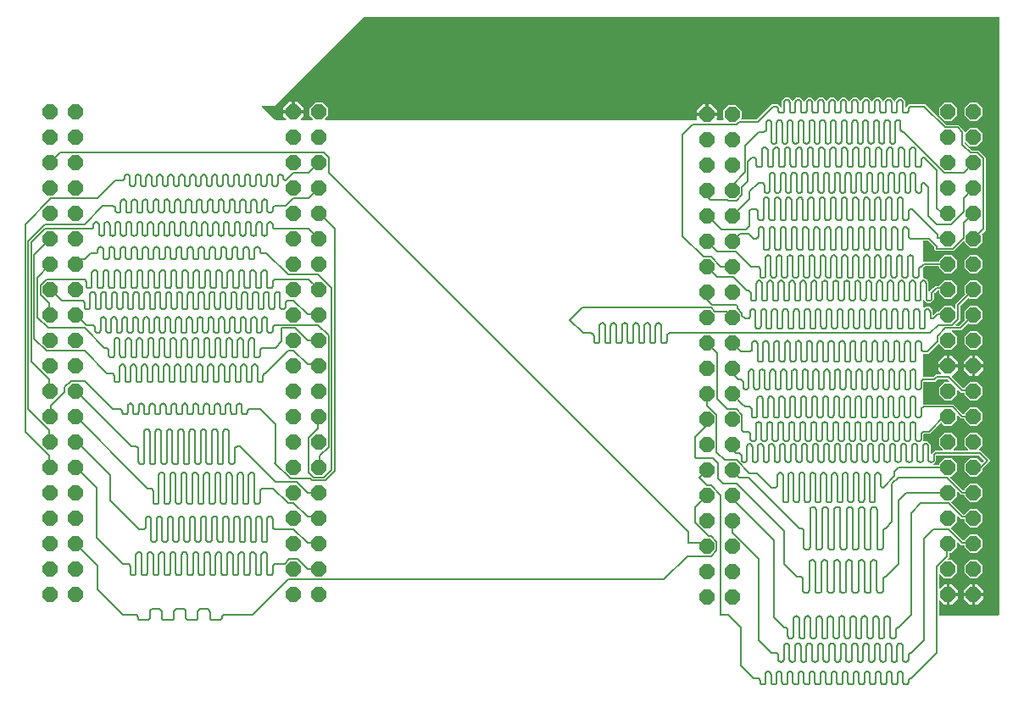
<source format=gbr>
G04 EAGLE Gerber RS-274X export*
G75*
%MOMM*%
%FSLAX34Y34*%
%LPD*%
%INTop Copper*%
%IPPOS*%
%AMOC8*
5,1,8,0,0,1.08239X$1,22.5*%
G01*
%ADD10P,1.632244X8X292.500000*%
%ADD11C,0.152400*%

G36*
X989098Y151642D02*
X989098Y151642D01*
X989117Y151640D01*
X989219Y151662D01*
X989321Y151679D01*
X989338Y151688D01*
X989358Y151692D01*
X989447Y151745D01*
X989538Y151794D01*
X989552Y151808D01*
X989569Y151818D01*
X989636Y151897D01*
X989708Y151972D01*
X989716Y151990D01*
X989729Y152005D01*
X989768Y152101D01*
X989811Y152195D01*
X989813Y152215D01*
X989821Y152233D01*
X989839Y152400D01*
X989839Y749300D01*
X989836Y749320D01*
X989838Y749339D01*
X989816Y749441D01*
X989800Y749543D01*
X989790Y749560D01*
X989786Y749580D01*
X989733Y749669D01*
X989684Y749760D01*
X989670Y749774D01*
X989660Y749791D01*
X989581Y749858D01*
X989506Y749930D01*
X989488Y749938D01*
X989473Y749951D01*
X989377Y749990D01*
X989283Y750033D01*
X989263Y750035D01*
X989245Y750043D01*
X989078Y750061D01*
X355600Y750061D01*
X355510Y750047D01*
X355419Y750039D01*
X355389Y750027D01*
X355357Y750022D01*
X355277Y749979D01*
X355193Y749943D01*
X355161Y749917D01*
X355140Y749906D01*
X355118Y749883D01*
X355062Y749838D01*
X266385Y661161D01*
X254000Y661161D01*
X253929Y661150D01*
X253858Y661148D01*
X253809Y661130D01*
X253757Y661122D01*
X253694Y661088D01*
X253627Y661063D01*
X253586Y661031D01*
X253540Y661006D01*
X253491Y660955D01*
X253435Y660910D01*
X253406Y660866D01*
X253371Y660828D01*
X253340Y660763D01*
X253302Y660703D01*
X253289Y660652D01*
X253267Y660605D01*
X253259Y660534D01*
X253241Y660464D01*
X253246Y660412D01*
X253240Y660361D01*
X253255Y660290D01*
X253261Y660219D01*
X253281Y660171D01*
X253292Y660120D01*
X253329Y660059D01*
X253357Y659993D01*
X253402Y659937D01*
X253418Y659909D01*
X253436Y659894D01*
X253462Y659862D01*
X266162Y647162D01*
X266236Y647109D01*
X266305Y647049D01*
X266335Y647037D01*
X266361Y647018D01*
X266448Y646991D01*
X266533Y646957D01*
X266574Y646953D01*
X266597Y646946D01*
X266629Y646947D01*
X266700Y646939D01*
X276657Y646939D01*
X276728Y646950D01*
X276800Y646952D01*
X276849Y646970D01*
X276900Y646979D01*
X276963Y647012D01*
X277031Y647037D01*
X277071Y647069D01*
X277117Y647094D01*
X277167Y647146D01*
X277223Y647190D01*
X277251Y647234D01*
X277287Y647272D01*
X277317Y647337D01*
X277356Y647397D01*
X277368Y647448D01*
X277390Y647495D01*
X277398Y647566D01*
X277416Y647636D01*
X277412Y647688D01*
X277417Y647739D01*
X277402Y647810D01*
X277397Y647881D01*
X277376Y647929D01*
X277365Y647980D01*
X277328Y648041D01*
X277300Y648107D01*
X277255Y648163D01*
X277239Y648191D01*
X277221Y648206D01*
X277195Y648238D01*
X274619Y650814D01*
X274619Y653467D01*
X283938Y653467D01*
X283958Y653470D01*
X283977Y653468D01*
X284079Y653490D01*
X284181Y653507D01*
X284198Y653516D01*
X284218Y653520D01*
X284307Y653573D01*
X284398Y653622D01*
X284412Y653636D01*
X284429Y653646D01*
X284496Y653725D01*
X284567Y653800D01*
X284576Y653818D01*
X284589Y653833D01*
X284627Y653929D01*
X284671Y654023D01*
X284673Y654043D01*
X284681Y654061D01*
X284699Y654228D01*
X284699Y654991D01*
X284701Y654991D01*
X284701Y654228D01*
X284704Y654208D01*
X284702Y654189D01*
X284724Y654087D01*
X284741Y653985D01*
X284750Y653968D01*
X284754Y653948D01*
X284807Y653859D01*
X284856Y653768D01*
X284870Y653754D01*
X284880Y653737D01*
X284959Y653670D01*
X285034Y653599D01*
X285052Y653590D01*
X285067Y653577D01*
X285163Y653538D01*
X285257Y653495D01*
X285277Y653493D01*
X285295Y653485D01*
X285462Y653467D01*
X294781Y653467D01*
X294781Y650814D01*
X292205Y648238D01*
X292163Y648180D01*
X292113Y648128D01*
X292091Y648081D01*
X292061Y648039D01*
X292040Y647970D01*
X292010Y647905D01*
X292004Y647853D01*
X291989Y647803D01*
X291991Y647732D01*
X291983Y647661D01*
X291994Y647610D01*
X291995Y647558D01*
X292020Y647490D01*
X292035Y647420D01*
X292062Y647376D01*
X292079Y647327D01*
X292124Y647271D01*
X292161Y647209D01*
X292201Y647175D01*
X292233Y647135D01*
X292293Y647096D01*
X292348Y647049D01*
X292396Y647030D01*
X292440Y647002D01*
X292510Y646984D01*
X292576Y646957D01*
X292647Y646949D01*
X292679Y646941D01*
X292702Y646943D01*
X292743Y646939D01*
X303494Y646939D01*
X303565Y646950D01*
X303636Y646952D01*
X303685Y646970D01*
X303737Y646979D01*
X303800Y647012D01*
X303867Y647037D01*
X303908Y647069D01*
X303954Y647094D01*
X304003Y647146D01*
X304059Y647190D01*
X304088Y647234D01*
X304123Y647272D01*
X304154Y647337D01*
X304192Y647397D01*
X304205Y647448D01*
X304227Y647495D01*
X304235Y647566D01*
X304253Y647636D01*
X304248Y647688D01*
X304254Y647739D01*
X304239Y647810D01*
X304233Y647881D01*
X304213Y647929D01*
X304202Y647980D01*
X304165Y648041D01*
X304137Y648107D01*
X304092Y648163D01*
X304076Y648191D01*
X304058Y648206D01*
X304032Y648238D01*
X301035Y651235D01*
X301035Y658745D01*
X306345Y664055D01*
X313855Y664055D01*
X319165Y658745D01*
X319165Y651235D01*
X316168Y648238D01*
X316126Y648180D01*
X316077Y648128D01*
X316055Y648081D01*
X316024Y648039D01*
X316003Y647970D01*
X315973Y647905D01*
X315967Y647853D01*
X315952Y647803D01*
X315954Y647732D01*
X315946Y647661D01*
X315957Y647610D01*
X315958Y647558D01*
X315983Y647490D01*
X315998Y647420D01*
X316025Y647376D01*
X316043Y647327D01*
X316088Y647271D01*
X316124Y647209D01*
X316164Y647175D01*
X316196Y647135D01*
X316257Y647096D01*
X316311Y647049D01*
X316359Y647030D01*
X316403Y647002D01*
X316473Y646984D01*
X316539Y646957D01*
X316611Y646949D01*
X316642Y646941D01*
X316665Y646943D01*
X316706Y646939D01*
X687017Y646939D01*
X687088Y646950D01*
X687160Y646952D01*
X687209Y646970D01*
X687260Y646979D01*
X687323Y647012D01*
X687391Y647037D01*
X687431Y647069D01*
X687477Y647094D01*
X687527Y647146D01*
X687583Y647190D01*
X687611Y647234D01*
X687647Y647272D01*
X687677Y647337D01*
X687716Y647397D01*
X687728Y647448D01*
X687750Y647495D01*
X687758Y647566D01*
X687776Y647636D01*
X687772Y647688D01*
X687777Y647739D01*
X687762Y647810D01*
X687757Y647881D01*
X687736Y647929D01*
X687725Y647980D01*
X687688Y648041D01*
X687660Y648107D01*
X687615Y648163D01*
X687599Y648191D01*
X687581Y648206D01*
X687555Y648238D01*
X687519Y648274D01*
X687519Y650927D01*
X696838Y650927D01*
X696858Y650930D01*
X696877Y650928D01*
X696979Y650950D01*
X697081Y650967D01*
X697098Y650976D01*
X697118Y650980D01*
X697207Y651033D01*
X697298Y651082D01*
X697312Y651096D01*
X697329Y651106D01*
X697396Y651185D01*
X697467Y651260D01*
X697476Y651278D01*
X697489Y651293D01*
X697527Y651389D01*
X697571Y651483D01*
X697573Y651503D01*
X697581Y651521D01*
X697599Y651688D01*
X697599Y652451D01*
X697601Y652451D01*
X697601Y651688D01*
X697604Y651668D01*
X697602Y651649D01*
X697624Y651547D01*
X697641Y651445D01*
X697650Y651428D01*
X697654Y651408D01*
X697707Y651319D01*
X697756Y651228D01*
X697770Y651214D01*
X697780Y651197D01*
X697859Y651130D01*
X697934Y651059D01*
X697952Y651050D01*
X697967Y651037D01*
X698063Y650998D01*
X698157Y650955D01*
X698177Y650953D01*
X698195Y650945D01*
X698362Y650927D01*
X707681Y650927D01*
X707681Y648274D01*
X707645Y648238D01*
X707603Y648180D01*
X707553Y648128D01*
X707531Y648081D01*
X707501Y648039D01*
X707480Y647970D01*
X707450Y647905D01*
X707444Y647853D01*
X707429Y647804D01*
X707431Y647732D01*
X707423Y647661D01*
X707434Y647610D01*
X707435Y647558D01*
X707460Y647490D01*
X707475Y647420D01*
X707502Y647375D01*
X707519Y647327D01*
X707564Y647271D01*
X707601Y647209D01*
X707641Y647175D01*
X707673Y647135D01*
X707733Y647096D01*
X707788Y647049D01*
X707836Y647030D01*
X707880Y647002D01*
X707950Y646984D01*
X708016Y646957D01*
X708087Y646949D01*
X708119Y646941D01*
X708142Y646943D01*
X708183Y646939D01*
X713854Y646939D01*
X713925Y646950D01*
X713996Y646952D01*
X714045Y646970D01*
X714097Y646979D01*
X714160Y647012D01*
X714227Y647037D01*
X714268Y647069D01*
X714314Y647094D01*
X714363Y647146D01*
X714419Y647190D01*
X714448Y647234D01*
X714483Y647272D01*
X714514Y647337D01*
X714552Y647397D01*
X714565Y647448D01*
X714587Y647495D01*
X714595Y647566D01*
X714613Y647636D01*
X714608Y647688D01*
X714614Y647739D01*
X714599Y647810D01*
X714593Y647881D01*
X714573Y647929D01*
X714562Y647980D01*
X714525Y648041D01*
X714497Y648107D01*
X714452Y648163D01*
X714436Y648191D01*
X714418Y648206D01*
X714392Y648238D01*
X713935Y648695D01*
X713935Y656205D01*
X719245Y661515D01*
X726755Y661515D01*
X732065Y656205D01*
X732065Y648678D01*
X732024Y648636D01*
X732003Y648589D01*
X731972Y648547D01*
X731951Y648478D01*
X731921Y648413D01*
X731915Y648361D01*
X731900Y648312D01*
X731902Y648240D01*
X731894Y648169D01*
X731905Y648118D01*
X731906Y648066D01*
X731931Y647998D01*
X731946Y647928D01*
X731973Y647883D01*
X731991Y647835D01*
X732035Y647779D01*
X732072Y647717D01*
X732112Y647683D01*
X732144Y647643D01*
X732205Y647604D01*
X732259Y647557D01*
X732307Y647538D01*
X732351Y647510D01*
X732421Y647492D01*
X732487Y647465D01*
X732559Y647457D01*
X732590Y647449D01*
X732613Y647451D01*
X732654Y647447D01*
X746910Y647447D01*
X747001Y647461D01*
X747091Y647469D01*
X747121Y647481D01*
X747153Y647486D01*
X747234Y647529D01*
X747318Y647565D01*
X747350Y647591D01*
X747371Y647602D01*
X747393Y647625D01*
X747449Y647670D01*
X762466Y662687D01*
X767837Y662687D01*
X770136Y661359D01*
X771115Y659663D01*
X771146Y659626D01*
X771168Y659584D01*
X771223Y659532D01*
X771271Y659473D01*
X771312Y659447D01*
X771347Y659414D01*
X771415Y659382D01*
X771479Y659342D01*
X771526Y659331D01*
X771570Y659311D01*
X771645Y659302D01*
X771719Y659285D01*
X771766Y659289D01*
X771814Y659284D01*
X771888Y659300D01*
X771964Y659306D01*
X772008Y659326D01*
X772054Y659336D01*
X772119Y659375D01*
X772189Y659405D01*
X772224Y659437D01*
X772266Y659462D01*
X772315Y659519D01*
X772371Y659571D01*
X772394Y659612D01*
X772425Y659649D01*
X772454Y659719D01*
X772491Y659785D01*
X772499Y659832D01*
X772517Y659877D01*
X772532Y660005D01*
X772536Y660027D01*
X772535Y660034D01*
X772536Y660044D01*
X772536Y665656D01*
X773863Y667955D01*
X776162Y669282D01*
X779129Y669282D01*
X781428Y667955D01*
X782632Y665869D01*
X782692Y665795D01*
X782747Y665717D01*
X782770Y665700D01*
X782788Y665678D01*
X782869Y665628D01*
X782946Y665571D01*
X782972Y665563D01*
X782996Y665548D01*
X783089Y665525D01*
X783180Y665496D01*
X783208Y665497D01*
X783235Y665490D01*
X783330Y665499D01*
X783426Y665500D01*
X783452Y665509D01*
X783480Y665512D01*
X783568Y665550D01*
X783658Y665582D01*
X783680Y665599D01*
X783706Y665611D01*
X783776Y665675D01*
X783851Y665734D01*
X783872Y665762D01*
X783888Y665776D01*
X783904Y665805D01*
X783951Y665869D01*
X785155Y667955D01*
X787454Y669282D01*
X790421Y669282D01*
X792720Y667955D01*
X793924Y665869D01*
X793984Y665795D01*
X794039Y665717D01*
X794062Y665700D01*
X794080Y665678D01*
X794160Y665628D01*
X794237Y665571D01*
X794264Y665563D01*
X794288Y665548D01*
X794381Y665525D01*
X794472Y665496D01*
X794500Y665497D01*
X794527Y665490D01*
X794622Y665499D01*
X794718Y665500D01*
X794744Y665509D01*
X794772Y665512D01*
X794860Y665550D01*
X794950Y665582D01*
X794972Y665599D01*
X794998Y665611D01*
X795068Y665675D01*
X795143Y665734D01*
X795164Y665762D01*
X795180Y665776D01*
X795196Y665805D01*
X795243Y665869D01*
X796447Y667955D01*
X798746Y669282D01*
X801713Y669282D01*
X804012Y667955D01*
X805216Y665869D01*
X805276Y665795D01*
X805331Y665717D01*
X805354Y665700D01*
X805372Y665678D01*
X805452Y665628D01*
X805529Y665571D01*
X805556Y665563D01*
X805580Y665548D01*
X805673Y665525D01*
X805764Y665496D01*
X805792Y665497D01*
X805819Y665490D01*
X805914Y665499D01*
X806009Y665500D01*
X806036Y665509D01*
X806064Y665512D01*
X806151Y665550D01*
X806241Y665582D01*
X806264Y665599D01*
X806289Y665611D01*
X806360Y665675D01*
X806435Y665734D01*
X806456Y665762D01*
X806471Y665776D01*
X806487Y665805D01*
X806534Y665869D01*
X807739Y667955D01*
X810038Y669282D01*
X813004Y669282D01*
X815303Y667955D01*
X816508Y665869D01*
X816568Y665795D01*
X816623Y665717D01*
X816646Y665700D01*
X816664Y665678D01*
X816744Y665628D01*
X816821Y665571D01*
X816848Y665563D01*
X816872Y665548D01*
X816965Y665525D01*
X817055Y665496D01*
X817084Y665497D01*
X817111Y665490D01*
X817206Y665499D01*
X817301Y665500D01*
X817328Y665509D01*
X817356Y665512D01*
X817443Y665550D01*
X817533Y665582D01*
X817555Y665599D01*
X817581Y665611D01*
X817652Y665675D01*
X817727Y665734D01*
X817748Y665762D01*
X817763Y665776D01*
X817779Y665805D01*
X817826Y665869D01*
X819031Y667955D01*
X821330Y669282D01*
X824296Y669282D01*
X826595Y667955D01*
X827800Y665869D01*
X827860Y665795D01*
X827915Y665717D01*
X827938Y665700D01*
X827955Y665678D01*
X828036Y665628D01*
X828113Y665571D01*
X828140Y665563D01*
X828164Y665548D01*
X828256Y665525D01*
X828347Y665496D01*
X828376Y665497D01*
X828403Y665490D01*
X828498Y665499D01*
X828593Y665500D01*
X828620Y665509D01*
X828648Y665512D01*
X828735Y665550D01*
X828825Y665582D01*
X828847Y665599D01*
X828873Y665611D01*
X828944Y665675D01*
X829019Y665734D01*
X829040Y665762D01*
X829055Y665776D01*
X829071Y665805D01*
X829118Y665869D01*
X830322Y667955D01*
X832621Y669282D01*
X835588Y669282D01*
X837887Y667955D01*
X839092Y665869D01*
X839152Y665795D01*
X839207Y665717D01*
X839229Y665700D01*
X839247Y665678D01*
X839328Y665628D01*
X839405Y665571D01*
X839432Y665563D01*
X839456Y665548D01*
X839548Y665525D01*
X839639Y665496D01*
X839667Y665497D01*
X839695Y665490D01*
X839790Y665499D01*
X839885Y665500D01*
X839912Y665509D01*
X839940Y665512D01*
X840027Y665550D01*
X840117Y665582D01*
X840139Y665599D01*
X840165Y665611D01*
X840236Y665675D01*
X840311Y665734D01*
X840332Y665762D01*
X840347Y665776D01*
X840363Y665805D01*
X840410Y665869D01*
X841614Y667955D01*
X843913Y669282D01*
X846880Y669282D01*
X849179Y667955D01*
X850383Y665869D01*
X850444Y665795D01*
X850499Y665717D01*
X850521Y665700D01*
X850539Y665678D01*
X850620Y665628D01*
X850697Y665571D01*
X850724Y665563D01*
X850747Y665548D01*
X850840Y665525D01*
X850931Y665496D01*
X850959Y665497D01*
X850987Y665490D01*
X851081Y665499D01*
X851177Y665500D01*
X851204Y665509D01*
X851232Y665512D01*
X851319Y665550D01*
X851409Y665582D01*
X851431Y665599D01*
X851457Y665611D01*
X851527Y665675D01*
X851603Y665734D01*
X851624Y665762D01*
X851639Y665776D01*
X851655Y665805D01*
X851702Y665869D01*
X852906Y667955D01*
X855205Y669282D01*
X858172Y669282D01*
X860471Y667955D01*
X861675Y665869D01*
X861736Y665795D01*
X861790Y665717D01*
X861813Y665700D01*
X861831Y665678D01*
X861912Y665628D01*
X861989Y665571D01*
X862015Y665563D01*
X862039Y665548D01*
X862132Y665525D01*
X862223Y665496D01*
X862251Y665497D01*
X862278Y665490D01*
X862373Y665499D01*
X862469Y665500D01*
X862495Y665509D01*
X862523Y665512D01*
X862611Y665550D01*
X862701Y665582D01*
X862723Y665599D01*
X862749Y665611D01*
X862819Y665675D01*
X862894Y665734D01*
X862915Y665762D01*
X862931Y665776D01*
X862947Y665805D01*
X862994Y665869D01*
X864198Y667955D01*
X866497Y669282D01*
X869464Y669282D01*
X871763Y667955D01*
X872967Y665869D01*
X873027Y665795D01*
X873082Y665717D01*
X873105Y665700D01*
X873123Y665678D01*
X873204Y665628D01*
X873280Y665571D01*
X873307Y665563D01*
X873331Y665548D01*
X873424Y665525D01*
X873515Y665496D01*
X873543Y665497D01*
X873570Y665490D01*
X873665Y665499D01*
X873761Y665500D01*
X873787Y665509D01*
X873815Y665512D01*
X873903Y665550D01*
X873993Y665582D01*
X874015Y665599D01*
X874041Y665611D01*
X874111Y665675D01*
X874186Y665734D01*
X874207Y665762D01*
X874223Y665776D01*
X874239Y665805D01*
X874286Y665869D01*
X875490Y667955D01*
X877789Y669282D01*
X880756Y669282D01*
X883055Y667955D01*
X884259Y665869D01*
X884319Y665795D01*
X884374Y665717D01*
X884397Y665700D01*
X884415Y665678D01*
X884495Y665628D01*
X884572Y665571D01*
X884599Y665563D01*
X884623Y665548D01*
X884716Y665525D01*
X884807Y665496D01*
X884835Y665497D01*
X884862Y665490D01*
X884957Y665499D01*
X885052Y665500D01*
X885079Y665509D01*
X885107Y665512D01*
X885195Y665550D01*
X885284Y665582D01*
X885307Y665599D01*
X885332Y665611D01*
X885403Y665675D01*
X885478Y665734D01*
X885499Y665762D01*
X885515Y665776D01*
X885531Y665805D01*
X885577Y665869D01*
X886782Y667955D01*
X889081Y669282D01*
X892047Y669282D01*
X894346Y667955D01*
X895674Y665656D01*
X895674Y660044D01*
X895682Y659996D01*
X895680Y659948D01*
X895701Y659876D01*
X895714Y659801D01*
X895736Y659759D01*
X895750Y659713D01*
X895793Y659651D01*
X895829Y659584D01*
X895863Y659551D01*
X895891Y659511D01*
X895952Y659466D01*
X896007Y659414D01*
X896050Y659394D01*
X896089Y659366D01*
X896161Y659343D01*
X896230Y659311D01*
X896278Y659305D01*
X896323Y659291D01*
X896399Y659292D01*
X896475Y659284D01*
X896521Y659294D01*
X896569Y659294D01*
X896641Y659320D01*
X896715Y659336D01*
X896756Y659360D01*
X896801Y659376D01*
X896861Y659423D01*
X896926Y659462D01*
X896957Y659498D01*
X896995Y659528D01*
X897071Y659632D01*
X897086Y659649D01*
X897088Y659655D01*
X897094Y659663D01*
X898074Y661359D01*
X900373Y662687D01*
X915347Y662687D01*
X936108Y641926D01*
X936182Y641873D01*
X936252Y641813D01*
X936282Y641801D01*
X936308Y641782D01*
X936395Y641755D01*
X936480Y641721D01*
X936521Y641717D01*
X936543Y641710D01*
X936575Y641711D01*
X936647Y641703D01*
X949031Y641703D01*
X954787Y635947D01*
X954787Y635034D01*
X954798Y634963D01*
X954800Y634892D01*
X954818Y634843D01*
X954826Y634791D01*
X954860Y634728D01*
X954885Y634661D01*
X954917Y634620D01*
X954942Y634574D01*
X954994Y634525D01*
X955038Y634469D01*
X955082Y634440D01*
X955120Y634404D01*
X955185Y634374D01*
X955245Y634336D01*
X955296Y634323D01*
X955343Y634301D01*
X955414Y634293D01*
X955484Y634275D01*
X955536Y634280D01*
X955587Y634274D01*
X955658Y634289D01*
X955729Y634295D01*
X955777Y634315D01*
X955828Y634326D01*
X955889Y634363D01*
X955955Y634391D01*
X956011Y634436D01*
X956039Y634452D01*
X956054Y634470D01*
X956086Y634496D01*
X960245Y638655D01*
X967755Y638655D01*
X973065Y633345D01*
X973065Y625835D01*
X967755Y620525D01*
X960245Y620525D01*
X956086Y624684D01*
X956028Y624726D01*
X955976Y624776D01*
X955929Y624797D01*
X955887Y624828D01*
X955818Y624849D01*
X955753Y624879D01*
X955701Y624885D01*
X955651Y624900D01*
X955580Y624898D01*
X955509Y624906D01*
X955458Y624895D01*
X955406Y624894D01*
X955338Y624869D01*
X955268Y624854D01*
X955223Y624827D01*
X955175Y624809D01*
X955119Y624765D01*
X955057Y624728D01*
X955023Y624688D01*
X954983Y624656D01*
X954944Y624595D01*
X954897Y624541D01*
X954878Y624493D01*
X954850Y624449D01*
X954832Y624379D01*
X954805Y624313D01*
X954797Y624241D01*
X954789Y624210D01*
X954791Y624187D01*
X954787Y624146D01*
X954787Y623563D01*
X954801Y623472D01*
X954809Y623382D01*
X954821Y623352D01*
X954826Y623320D01*
X954869Y623239D01*
X954905Y623155D01*
X954931Y623123D01*
X954942Y623102D01*
X954965Y623080D01*
X955010Y623024D01*
X961508Y616526D01*
X961582Y616473D01*
X961652Y616413D01*
X961682Y616401D01*
X961708Y616382D01*
X961795Y616355D01*
X961880Y616321D01*
X961921Y616317D01*
X961943Y616310D01*
X961975Y616311D01*
X962047Y616303D01*
X969017Y616303D01*
X976113Y609207D01*
X976113Y536869D01*
X972565Y533321D01*
X972553Y533305D01*
X972538Y533292D01*
X972482Y533205D01*
X972421Y533121D01*
X972416Y533102D01*
X972405Y533085D01*
X972379Y532985D01*
X972349Y532886D01*
X972350Y532866D01*
X972345Y532847D01*
X972353Y532744D01*
X972355Y532640D01*
X972362Y532622D01*
X972364Y532602D01*
X972404Y532507D01*
X972440Y532409D01*
X972452Y532394D01*
X972460Y532375D01*
X972565Y532244D01*
X973065Y531745D01*
X973065Y524235D01*
X967755Y518925D01*
X960245Y518925D01*
X954935Y524235D01*
X954935Y524668D01*
X954933Y524681D01*
X954934Y524691D01*
X954924Y524739D01*
X954922Y524810D01*
X954904Y524859D01*
X954896Y524910D01*
X954862Y524974D01*
X954837Y525041D01*
X954805Y525082D01*
X954780Y525128D01*
X954728Y525177D01*
X954684Y525233D01*
X954640Y525261D01*
X954602Y525297D01*
X954537Y525327D01*
X954477Y525366D01*
X954426Y525379D01*
X954379Y525401D01*
X954308Y525409D01*
X954238Y525426D01*
X954186Y525422D01*
X954135Y525428D01*
X954064Y525413D01*
X953993Y525407D01*
X953945Y525387D01*
X953894Y525376D01*
X953833Y525339D01*
X953767Y525311D01*
X953711Y525266D01*
X953683Y525249D01*
X953668Y525232D01*
X953636Y525206D01*
X945866Y517436D01*
X944303Y515873D01*
X926153Y515873D01*
X924813Y517213D01*
X924813Y519437D01*
X924799Y519528D01*
X924791Y519618D01*
X924779Y519648D01*
X924774Y519680D01*
X924731Y519761D01*
X924695Y519845D01*
X924669Y519877D01*
X924658Y519898D01*
X924635Y519920D01*
X924590Y519976D01*
X918756Y525810D01*
X918682Y525863D01*
X918612Y525923D01*
X918582Y525935D01*
X918556Y525954D01*
X918469Y525981D01*
X918384Y526015D01*
X918343Y526019D01*
X918321Y526026D01*
X918289Y526025D01*
X918217Y526033D01*
X914400Y526033D01*
X914380Y526030D01*
X914361Y526032D01*
X914259Y526010D01*
X914157Y525994D01*
X914140Y525984D01*
X914120Y525980D01*
X914031Y525927D01*
X913940Y525878D01*
X913926Y525864D01*
X913909Y525854D01*
X913842Y525775D01*
X913771Y525700D01*
X913762Y525682D01*
X913749Y525667D01*
X913710Y525571D01*
X913667Y525477D01*
X913665Y525457D01*
X913657Y525439D01*
X913639Y525272D01*
X913639Y505968D01*
X913642Y505948D01*
X913640Y505929D01*
X913662Y505827D01*
X913679Y505725D01*
X913688Y505708D01*
X913692Y505688D01*
X913745Y505599D01*
X913794Y505508D01*
X913808Y505494D01*
X913818Y505477D01*
X913897Y505410D01*
X913972Y505338D01*
X913990Y505330D01*
X914005Y505317D01*
X914101Y505278D01*
X914195Y505235D01*
X914215Y505233D01*
X914233Y505225D01*
X914400Y505207D01*
X928774Y505207D01*
X928794Y505210D01*
X928813Y505208D01*
X928915Y505230D01*
X929017Y505246D01*
X929034Y505256D01*
X929054Y505260D01*
X929143Y505313D01*
X929234Y505362D01*
X929248Y505376D01*
X929265Y505386D01*
X929332Y505465D01*
X929404Y505540D01*
X929412Y505558D01*
X929425Y505573D01*
X929464Y505669D01*
X929507Y505763D01*
X929509Y505783D01*
X929517Y505801D01*
X929535Y505968D01*
X929535Y506345D01*
X934845Y511655D01*
X942355Y511655D01*
X947665Y506345D01*
X947665Y498835D01*
X942355Y493525D01*
X934845Y493525D01*
X929535Y498835D01*
X929535Y499872D01*
X929532Y499892D01*
X929534Y499911D01*
X929512Y500013D01*
X929496Y500115D01*
X929486Y500132D01*
X929482Y500152D01*
X929429Y500241D01*
X929380Y500332D01*
X929366Y500346D01*
X929356Y500363D01*
X929277Y500430D01*
X929202Y500502D01*
X929184Y500510D01*
X929169Y500523D01*
X929073Y500562D01*
X928979Y500605D01*
X928959Y500607D01*
X928941Y500615D01*
X928774Y500633D01*
X915663Y500633D01*
X915572Y500619D01*
X915482Y500611D01*
X915452Y500599D01*
X915420Y500594D01*
X915339Y500551D01*
X915255Y500515D01*
X915223Y500489D01*
X915202Y500478D01*
X915180Y500455D01*
X915124Y500410D01*
X913862Y499148D01*
X913809Y499074D01*
X913749Y499004D01*
X913737Y498974D01*
X913718Y498948D01*
X913691Y498861D01*
X913657Y498776D01*
X913653Y498735D01*
X913646Y498713D01*
X913647Y498681D01*
X913639Y498610D01*
X913639Y489353D01*
X913642Y489334D01*
X913640Y489314D01*
X913662Y489213D01*
X913679Y489111D01*
X913688Y489093D01*
X913692Y489074D01*
X913745Y488985D01*
X913794Y488893D01*
X913808Y488880D01*
X913818Y488863D01*
X913897Y488795D01*
X913972Y488724D01*
X913990Y488716D01*
X914005Y488703D01*
X914101Y488664D01*
X914195Y488620D01*
X914215Y488618D01*
X914233Y488611D01*
X914400Y488592D01*
X915340Y488592D01*
X917639Y487265D01*
X918967Y484966D01*
X918967Y476204D01*
X918975Y476156D01*
X918973Y476109D01*
X918994Y476036D01*
X919007Y475961D01*
X919029Y475919D01*
X919043Y475873D01*
X919086Y475811D01*
X919122Y475744D01*
X919156Y475711D01*
X919184Y475671D01*
X919245Y475627D01*
X919300Y475574D01*
X919343Y475554D01*
X919382Y475526D01*
X919454Y475503D01*
X919523Y475471D01*
X919571Y475465D01*
X919616Y475451D01*
X919692Y475452D01*
X919768Y475444D01*
X919814Y475454D01*
X919862Y475455D01*
X919934Y475480D01*
X920008Y475496D01*
X920049Y475521D01*
X920094Y475536D01*
X920154Y475583D01*
X920219Y475622D01*
X920250Y475659D01*
X920288Y475688D01*
X920364Y475792D01*
X920379Y475809D01*
X920381Y475815D01*
X920387Y475823D01*
X921188Y477209D01*
X923487Y478537D01*
X923551Y478537D01*
X923642Y478551D01*
X923732Y478559D01*
X923762Y478571D01*
X923794Y478576D01*
X923875Y478619D01*
X923959Y478655D01*
X923991Y478681D01*
X924012Y478692D01*
X924034Y478715D01*
X924090Y478760D01*
X926153Y480823D01*
X929098Y480823D01*
X929188Y480837D01*
X929279Y480845D01*
X929309Y480857D01*
X929341Y480862D01*
X929421Y480905D01*
X929505Y480941D01*
X929537Y480967D01*
X929558Y480978D01*
X929580Y481001D01*
X929636Y481046D01*
X934845Y486255D01*
X942355Y486255D01*
X947665Y480945D01*
X947665Y473435D01*
X942355Y468125D01*
X934845Y468125D01*
X929535Y473435D01*
X929535Y475488D01*
X929532Y475508D01*
X929534Y475527D01*
X929512Y475629D01*
X929496Y475731D01*
X929486Y475748D01*
X929482Y475768D01*
X929429Y475857D01*
X929380Y475948D01*
X929366Y475962D01*
X929356Y475979D01*
X929277Y476046D01*
X929202Y476118D01*
X929184Y476126D01*
X929169Y476139D01*
X929073Y476178D01*
X928979Y476221D01*
X928959Y476223D01*
X928941Y476231D01*
X928774Y476249D01*
X928363Y476249D01*
X928272Y476235D01*
X928182Y476227D01*
X928152Y476215D01*
X928120Y476210D01*
X928039Y476167D01*
X927955Y476131D01*
X927923Y476105D01*
X927902Y476094D01*
X927880Y476071D01*
X927824Y476026D01*
X925761Y473963D01*
X925195Y473963D01*
X925175Y473960D01*
X925156Y473962D01*
X925054Y473940D01*
X924952Y473924D01*
X924935Y473914D01*
X924915Y473910D01*
X924826Y473857D01*
X924735Y473808D01*
X924721Y473794D01*
X924704Y473784D01*
X924637Y473705D01*
X924565Y473630D01*
X924557Y473612D01*
X924544Y473597D01*
X924505Y473501D01*
X924462Y473407D01*
X924460Y473387D01*
X924452Y473369D01*
X924434Y473202D01*
X924434Y467534D01*
X923106Y465235D01*
X920807Y463908D01*
X918020Y463908D01*
X915721Y465235D01*
X915059Y466381D01*
X915029Y466418D01*
X915006Y466460D01*
X914952Y466512D01*
X914904Y466571D01*
X914863Y466597D01*
X914828Y466630D01*
X914759Y466662D01*
X914695Y466702D01*
X914648Y466713D01*
X914605Y466733D01*
X914530Y466742D01*
X914456Y466759D01*
X914408Y466755D01*
X914361Y466760D01*
X914286Y466744D01*
X914211Y466738D01*
X914167Y466718D01*
X914120Y466708D01*
X914055Y466669D01*
X913986Y466639D01*
X913950Y466607D01*
X913909Y466582D01*
X913860Y466524D01*
X913804Y466473D01*
X913780Y466431D01*
X913749Y466395D01*
X913721Y466325D01*
X913684Y466259D01*
X913675Y466211D01*
X913657Y466167D01*
X913643Y466039D01*
X913639Y466017D01*
X913640Y466010D01*
X913639Y466000D01*
X913639Y459731D01*
X913654Y459637D01*
X913663Y459542D01*
X913674Y459516D01*
X913679Y459489D01*
X913723Y459404D01*
X913761Y459317D01*
X913780Y459296D01*
X913794Y459271D01*
X913863Y459206D01*
X913927Y459135D01*
X913951Y459121D01*
X913972Y459102D01*
X914059Y459062D01*
X914142Y459015D01*
X914169Y459010D01*
X914195Y458998D01*
X914290Y458988D01*
X914383Y458970D01*
X914411Y458974D01*
X914439Y458971D01*
X914533Y458991D01*
X914627Y459005D01*
X914659Y459019D01*
X914680Y459023D01*
X914708Y459040D01*
X914781Y459072D01*
X916754Y460211D01*
X919537Y460211D01*
X921836Y458884D01*
X923164Y456585D01*
X923164Y452747D01*
X923175Y452677D01*
X923177Y452605D01*
X923195Y452556D01*
X923203Y452505D01*
X923237Y452441D01*
X923262Y452374D01*
X923294Y452333D01*
X923319Y452287D01*
X923370Y452238D01*
X923415Y452182D01*
X923459Y452154D01*
X923497Y452118D01*
X923562Y452088D01*
X923622Y452049D01*
X923673Y452036D01*
X923720Y452014D01*
X923791Y452006D01*
X923861Y451989D01*
X923913Y451993D01*
X923964Y451987D01*
X924035Y452002D01*
X924106Y452008D01*
X924154Y452028D01*
X924205Y452039D01*
X924266Y452076D01*
X924332Y452104D01*
X924388Y452149D01*
X924416Y452166D01*
X924431Y452183D01*
X924463Y452209D01*
X925606Y453352D01*
X927169Y454915D01*
X928774Y454915D01*
X928794Y454918D01*
X928813Y454916D01*
X928915Y454938D01*
X929017Y454954D01*
X929034Y454964D01*
X929054Y454968D01*
X929143Y455021D01*
X929234Y455070D01*
X929248Y455084D01*
X929265Y455094D01*
X929332Y455173D01*
X929404Y455248D01*
X929412Y455266D01*
X929425Y455281D01*
X929464Y455377D01*
X929507Y455471D01*
X929509Y455491D01*
X929517Y455509D01*
X929519Y455528D01*
X934845Y460855D01*
X942355Y460855D01*
X944840Y458370D01*
X944898Y458328D01*
X944950Y458278D01*
X944997Y458257D01*
X945039Y458226D01*
X945108Y458205D01*
X945173Y458175D01*
X945225Y458169D01*
X945275Y458154D01*
X945346Y458156D01*
X945417Y458148D01*
X945468Y458159D01*
X945520Y458160D01*
X945588Y458185D01*
X945658Y458200D01*
X945703Y458227D01*
X945751Y458245D01*
X945807Y458289D01*
X945869Y458326D01*
X945903Y458366D01*
X945943Y458398D01*
X945982Y458459D01*
X946029Y458513D01*
X946048Y458561D01*
X946076Y458605D01*
X946094Y458675D01*
X946121Y458741D01*
X946129Y458813D01*
X946137Y458844D01*
X946135Y458867D01*
X946139Y458908D01*
X946139Y462563D01*
X947702Y464126D01*
X955435Y471859D01*
X955447Y471875D01*
X955462Y471888D01*
X955518Y471975D01*
X955579Y472059D01*
X955584Y472078D01*
X955595Y472095D01*
X955621Y472195D01*
X955651Y472294D01*
X955650Y472314D01*
X955655Y472333D01*
X955647Y472436D01*
X955645Y472540D01*
X955638Y472558D01*
X955636Y472578D01*
X955596Y472673D01*
X955560Y472771D01*
X955548Y472786D01*
X955540Y472805D01*
X955435Y472936D01*
X954935Y473435D01*
X954935Y480945D01*
X960245Y486255D01*
X967755Y486255D01*
X973065Y480945D01*
X973065Y473435D01*
X967755Y468125D01*
X960245Y468125D01*
X959746Y468625D01*
X959729Y468637D01*
X959717Y468652D01*
X959630Y468708D01*
X959546Y468769D01*
X959527Y468774D01*
X959510Y468785D01*
X959410Y468811D01*
X959311Y468841D01*
X959291Y468840D01*
X959271Y468845D01*
X959168Y468837D01*
X959065Y468835D01*
X959046Y468828D01*
X959026Y468826D01*
X958931Y468786D01*
X958834Y468750D01*
X958818Y468738D01*
X958800Y468730D01*
X958669Y468625D01*
X950936Y460892D01*
X950883Y460818D01*
X950823Y460748D01*
X950811Y460718D01*
X950792Y460692D01*
X950765Y460605D01*
X950731Y460520D01*
X950727Y460479D01*
X950720Y460457D01*
X950721Y460425D01*
X950713Y460353D01*
X950713Y446773D01*
X949150Y445210D01*
X946438Y442498D01*
X946396Y442440D01*
X946347Y442388D01*
X946325Y442341D01*
X946295Y442299D01*
X946274Y442230D01*
X946243Y442165D01*
X946238Y442113D01*
X946222Y442063D01*
X946224Y441992D01*
X946216Y441921D01*
X946227Y441870D01*
X946229Y441818D01*
X946253Y441750D01*
X946269Y441680D01*
X946295Y441635D01*
X946313Y441587D01*
X946358Y441531D01*
X946395Y441469D01*
X946434Y441435D01*
X946467Y441395D01*
X946527Y441356D01*
X946582Y441309D01*
X946630Y441290D01*
X946674Y441262D01*
X946743Y441244D01*
X946810Y441217D01*
X946881Y441209D01*
X946912Y441201D01*
X946936Y441203D01*
X946977Y441199D01*
X949713Y441199D01*
X949804Y441213D01*
X949894Y441221D01*
X949924Y441233D01*
X949956Y441238D01*
X950037Y441281D01*
X950121Y441317D01*
X950153Y441343D01*
X950174Y441354D01*
X950196Y441377D01*
X950252Y441422D01*
X955362Y446532D01*
X955374Y446548D01*
X955389Y446561D01*
X955445Y446648D01*
X955506Y446732D01*
X955511Y446751D01*
X955522Y446768D01*
X955548Y446868D01*
X955578Y446967D01*
X955577Y446987D01*
X955582Y447006D01*
X955574Y447109D01*
X955572Y447213D01*
X955565Y447231D01*
X955563Y447251D01*
X955523Y447346D01*
X955487Y447444D01*
X955475Y447459D01*
X955467Y447478D01*
X955362Y447609D01*
X954935Y448035D01*
X954935Y455545D01*
X960245Y460855D01*
X967755Y460855D01*
X973065Y455545D01*
X973065Y448035D01*
X967755Y442725D01*
X960245Y442725D01*
X959673Y443298D01*
X959656Y443310D01*
X959644Y443325D01*
X959557Y443381D01*
X959473Y443442D01*
X959454Y443447D01*
X959437Y443458D01*
X959337Y443484D01*
X959238Y443514D01*
X959218Y443513D01*
X959198Y443518D01*
X959095Y443510D01*
X958992Y443508D01*
X958973Y443501D01*
X958953Y443499D01*
X958858Y443459D01*
X958761Y443423D01*
X958745Y443411D01*
X958727Y443403D01*
X958596Y443298D01*
X951923Y436625D01*
X943022Y436625D01*
X942951Y436614D01*
X942880Y436612D01*
X942831Y436594D01*
X942779Y436586D01*
X942716Y436552D01*
X942649Y436527D01*
X942608Y436495D01*
X942562Y436470D01*
X942513Y436418D01*
X942457Y436374D01*
X942428Y436330D01*
X942392Y436292D01*
X942362Y436227D01*
X942324Y436167D01*
X942311Y436116D01*
X942289Y436069D01*
X942281Y435998D01*
X942263Y435928D01*
X942268Y435876D01*
X942262Y435825D01*
X942277Y435754D01*
X942283Y435683D01*
X942303Y435635D01*
X942314Y435584D01*
X942351Y435523D01*
X942379Y435457D01*
X942424Y435401D01*
X942440Y435373D01*
X942458Y435358D01*
X942484Y435326D01*
X947665Y430145D01*
X947665Y422635D01*
X942355Y417325D01*
X934845Y417325D01*
X929574Y422597D01*
X929557Y422609D01*
X929545Y422624D01*
X929458Y422680D01*
X929374Y422741D01*
X929355Y422746D01*
X929338Y422757D01*
X929238Y422783D01*
X929139Y422813D01*
X929119Y422812D01*
X929099Y422817D01*
X928996Y422809D01*
X928893Y422807D01*
X928874Y422800D01*
X928854Y422798D01*
X928759Y422758D01*
X928662Y422722D01*
X928646Y422710D01*
X928628Y422702D01*
X928497Y422597D01*
X919157Y413257D01*
X914400Y413257D01*
X914380Y413254D01*
X914361Y413256D01*
X914259Y413234D01*
X914157Y413218D01*
X914140Y413208D01*
X914120Y413204D01*
X914031Y413151D01*
X913940Y413102D01*
X913926Y413088D01*
X913909Y413078D01*
X913842Y412999D01*
X913771Y412924D01*
X913762Y412906D01*
X913749Y412891D01*
X913710Y412795D01*
X913667Y412701D01*
X913665Y412681D01*
X913657Y412663D01*
X913639Y412496D01*
X913639Y390525D01*
X913642Y390505D01*
X913640Y390486D01*
X913662Y390384D01*
X913679Y390282D01*
X913688Y390265D01*
X913692Y390245D01*
X913745Y390156D01*
X913794Y390065D01*
X913808Y390051D01*
X913818Y390034D01*
X913897Y389967D01*
X913972Y389895D01*
X913990Y389887D01*
X914005Y389874D01*
X914101Y389835D01*
X914195Y389792D01*
X914215Y389790D01*
X914233Y389782D01*
X914400Y389764D01*
X923170Y389764D01*
X923261Y389778D01*
X923351Y389786D01*
X923381Y389798D01*
X923413Y389803D01*
X923494Y389846D01*
X923578Y389882D01*
X923610Y389908D01*
X923631Y389919D01*
X923653Y389942D01*
X923709Y389987D01*
X926153Y392431D01*
X931065Y392431D01*
X931136Y392442D01*
X931208Y392444D01*
X931257Y392462D01*
X931308Y392470D01*
X931371Y392504D01*
X931439Y392529D01*
X931479Y392561D01*
X931525Y392586D01*
X931575Y392638D01*
X931631Y392682D01*
X931659Y392726D01*
X931695Y392764D01*
X931725Y392829D01*
X931764Y392889D01*
X931776Y392940D01*
X931798Y392987D01*
X931806Y393058D01*
X931824Y393128D01*
X931820Y393180D01*
X931825Y393231D01*
X931810Y393302D01*
X931805Y393373D01*
X931784Y393421D01*
X931773Y393472D01*
X931736Y393533D01*
X931708Y393599D01*
X931663Y393655D01*
X931647Y393683D01*
X931629Y393698D01*
X931603Y393730D01*
X928519Y396814D01*
X928519Y399467D01*
X937838Y399467D01*
X937858Y399470D01*
X937877Y399468D01*
X937979Y399490D01*
X938081Y399507D01*
X938098Y399516D01*
X938118Y399520D01*
X938207Y399573D01*
X938298Y399622D01*
X938312Y399636D01*
X938329Y399646D01*
X938396Y399725D01*
X938467Y399800D01*
X938476Y399818D01*
X938489Y399833D01*
X938527Y399929D01*
X938571Y400023D01*
X938573Y400043D01*
X938581Y400061D01*
X938599Y400228D01*
X938599Y400991D01*
X938601Y400991D01*
X938601Y400228D01*
X938604Y400208D01*
X938602Y400189D01*
X938624Y400087D01*
X938641Y399985D01*
X938650Y399968D01*
X938654Y399948D01*
X938707Y399859D01*
X938756Y399768D01*
X938770Y399754D01*
X938780Y399737D01*
X938859Y399670D01*
X938934Y399599D01*
X938952Y399590D01*
X938967Y399577D01*
X939063Y399538D01*
X939157Y399495D01*
X939177Y399493D01*
X939195Y399485D01*
X939362Y399467D01*
X948681Y399467D01*
X948681Y396814D01*
X942553Y390686D01*
X942542Y390671D01*
X942525Y390658D01*
X942497Y390614D01*
X942461Y390576D01*
X942438Y390527D01*
X942409Y390487D01*
X942404Y390469D01*
X942392Y390451D01*
X942379Y390400D01*
X942357Y390353D01*
X942351Y390299D01*
X942337Y390251D01*
X942337Y390233D01*
X942332Y390212D01*
X942336Y390160D01*
X942330Y390109D01*
X942342Y390055D01*
X942343Y390006D01*
X942349Y389988D01*
X942351Y389967D01*
X942371Y389919D01*
X942382Y389868D01*
X942410Y389822D01*
X942428Y389775D01*
X942439Y389760D01*
X942447Y389741D01*
X942492Y389685D01*
X942509Y389657D01*
X942526Y389642D01*
X942552Y389610D01*
X953224Y378938D01*
X953298Y378885D01*
X953368Y378825D01*
X953398Y378813D01*
X953424Y378794D01*
X953511Y378767D01*
X953596Y378733D01*
X953637Y378729D01*
X953659Y378722D01*
X953691Y378723D01*
X953763Y378715D01*
X954174Y378715D01*
X954194Y378718D01*
X954213Y378716D01*
X954315Y378738D01*
X954417Y378754D01*
X954434Y378764D01*
X954454Y378768D01*
X954543Y378821D01*
X954634Y378870D01*
X954648Y378884D01*
X954665Y378894D01*
X954732Y378973D01*
X954804Y379048D01*
X954812Y379066D01*
X954825Y379081D01*
X954864Y379177D01*
X954907Y379271D01*
X954909Y379291D01*
X954917Y379309D01*
X954919Y379328D01*
X960245Y384655D01*
X967755Y384655D01*
X973065Y379345D01*
X973065Y371835D01*
X967755Y366525D01*
X960245Y366525D01*
X954935Y371835D01*
X954935Y373380D01*
X954932Y373400D01*
X954934Y373419D01*
X954912Y373521D01*
X954896Y373623D01*
X954886Y373640D01*
X954882Y373660D01*
X954829Y373749D01*
X954780Y373840D01*
X954766Y373854D01*
X954756Y373871D01*
X954677Y373938D01*
X954602Y374010D01*
X954584Y374018D01*
X954569Y374031D01*
X954473Y374070D01*
X954379Y374113D01*
X954359Y374115D01*
X954341Y374123D01*
X954174Y374141D01*
X951553Y374141D01*
X948964Y376730D01*
X948906Y376772D01*
X948854Y376821D01*
X948807Y376843D01*
X948765Y376873D01*
X948696Y376894D01*
X948631Y376925D01*
X948579Y376930D01*
X948529Y376946D01*
X948458Y376944D01*
X948387Y376952D01*
X948336Y376941D01*
X948284Y376939D01*
X948216Y376915D01*
X948146Y376900D01*
X948101Y376873D01*
X948053Y376855D01*
X947997Y376810D01*
X947935Y376773D01*
X947901Y376734D01*
X947861Y376701D01*
X947822Y376641D01*
X947775Y376586D01*
X947756Y376538D01*
X947728Y376494D01*
X947710Y376425D01*
X947683Y376358D01*
X947675Y376287D01*
X947667Y376256D01*
X947669Y376232D01*
X947665Y376192D01*
X947665Y371835D01*
X942355Y366525D01*
X934845Y366525D01*
X929535Y371835D01*
X929535Y379345D01*
X934845Y384655D01*
X939202Y384655D01*
X939272Y384666D01*
X939344Y384668D01*
X939393Y384686D01*
X939444Y384694D01*
X939508Y384728D01*
X939575Y384753D01*
X939616Y384785D01*
X939662Y384810D01*
X939711Y384862D01*
X939767Y384906D01*
X939795Y384950D01*
X939831Y384988D01*
X939861Y385053D01*
X939900Y385113D01*
X939913Y385164D01*
X939935Y385211D01*
X939943Y385282D01*
X939960Y385352D01*
X939956Y385404D01*
X939962Y385455D01*
X939947Y385526D01*
X939941Y385597D01*
X939921Y385645D01*
X939910Y385696D01*
X939873Y385757D01*
X939845Y385823D01*
X939800Y385879D01*
X939783Y385907D01*
X939766Y385922D01*
X939740Y385954D01*
X938060Y387634D01*
X937986Y387687D01*
X937916Y387747D01*
X937886Y387759D01*
X937860Y387778D01*
X937773Y387805D01*
X937688Y387839D01*
X937647Y387843D01*
X937625Y387850D01*
X937593Y387849D01*
X937521Y387857D01*
X928363Y387857D01*
X928272Y387843D01*
X928182Y387835D01*
X928152Y387823D01*
X928120Y387818D01*
X928039Y387775D01*
X927955Y387739D01*
X927923Y387713D01*
X927902Y387702D01*
X927880Y387679D01*
X927824Y387634D01*
X925380Y385190D01*
X914781Y385190D01*
X914761Y385187D01*
X914742Y385189D01*
X914640Y385167D01*
X914538Y385151D01*
X914521Y385141D01*
X914501Y385137D01*
X914412Y385084D01*
X914321Y385035D01*
X914307Y385021D01*
X914290Y385011D01*
X914223Y384932D01*
X914151Y384857D01*
X914143Y384839D01*
X914130Y384824D01*
X914091Y384728D01*
X914048Y384634D01*
X914046Y384614D01*
X914038Y384596D01*
X914020Y384429D01*
X914020Y378807D01*
X913741Y378324D01*
X913700Y378217D01*
X913657Y378110D01*
X913656Y378100D01*
X913654Y378094D01*
X913653Y378072D01*
X913639Y377943D01*
X913639Y363064D01*
X913642Y363044D01*
X913640Y363025D01*
X913662Y362923D01*
X913679Y362821D01*
X913688Y362804D01*
X913692Y362784D01*
X913745Y362695D01*
X913794Y362604D01*
X913808Y362590D01*
X913818Y362573D01*
X913897Y362506D01*
X913972Y362434D01*
X913990Y362426D01*
X914005Y362413D01*
X914101Y362374D01*
X914195Y362331D01*
X914215Y362329D01*
X914233Y362321D01*
X914400Y362303D01*
X943951Y362303D01*
X953224Y353030D01*
X953298Y352977D01*
X953368Y352917D01*
X953398Y352905D01*
X953424Y352886D01*
X953511Y352859D01*
X953596Y352825D01*
X953637Y352821D01*
X953659Y352814D01*
X953691Y352815D01*
X953762Y352807D01*
X954174Y352807D01*
X954194Y352810D01*
X954213Y352808D01*
X954315Y352830D01*
X954417Y352846D01*
X954434Y352856D01*
X954454Y352860D01*
X954543Y352913D01*
X954634Y352962D01*
X954648Y352976D01*
X954665Y352986D01*
X954732Y353065D01*
X954804Y353140D01*
X954812Y353158D01*
X954825Y353173D01*
X954864Y353269D01*
X954907Y353363D01*
X954909Y353383D01*
X954917Y353401D01*
X954935Y353568D01*
X954935Y353945D01*
X960245Y359255D01*
X967755Y359255D01*
X973065Y353945D01*
X973065Y346435D01*
X967755Y341125D01*
X960245Y341125D01*
X954935Y346435D01*
X954935Y347472D01*
X954932Y347492D01*
X954934Y347511D01*
X954912Y347613D01*
X954896Y347715D01*
X954886Y347732D01*
X954882Y347752D01*
X954829Y347841D01*
X954780Y347932D01*
X954766Y347946D01*
X954756Y347963D01*
X954677Y348030D01*
X954602Y348102D01*
X954584Y348110D01*
X954569Y348123D01*
X954473Y348162D01*
X954379Y348205D01*
X954359Y348207D01*
X954341Y348215D01*
X954174Y348233D01*
X951553Y348233D01*
X949990Y349796D01*
X948964Y350822D01*
X948906Y350864D01*
X948854Y350913D01*
X948807Y350935D01*
X948765Y350965D01*
X948696Y350986D01*
X948631Y351017D01*
X948579Y351022D01*
X948529Y351038D01*
X948458Y351036D01*
X948387Y351044D01*
X948336Y351033D01*
X948284Y351031D01*
X948216Y351007D01*
X948146Y350992D01*
X948102Y350965D01*
X948053Y350947D01*
X947997Y350902D01*
X947935Y350865D01*
X947901Y350826D01*
X947861Y350793D01*
X947822Y350733D01*
X947775Y350678D01*
X947756Y350630D01*
X947728Y350586D01*
X947710Y350517D01*
X947683Y350450D01*
X947675Y350379D01*
X947667Y350348D01*
X947669Y350324D01*
X947665Y350284D01*
X947665Y346435D01*
X942355Y341125D01*
X934845Y341125D01*
X932241Y343730D01*
X932224Y343742D01*
X932212Y343757D01*
X932125Y343813D01*
X932041Y343874D01*
X932022Y343879D01*
X932005Y343890D01*
X931905Y343916D01*
X931806Y343946D01*
X931786Y343945D01*
X931766Y343950D01*
X931663Y343942D01*
X931560Y343940D01*
X931541Y343933D01*
X931521Y343931D01*
X931426Y343891D01*
X931329Y343855D01*
X931313Y343843D01*
X931295Y343835D01*
X931164Y343730D01*
X921990Y334556D01*
X920427Y332993D01*
X914781Y332993D01*
X914761Y332990D01*
X914742Y332992D01*
X914640Y332970D01*
X914538Y332954D01*
X914521Y332944D01*
X914501Y332940D01*
X914412Y332887D01*
X914321Y332838D01*
X914307Y332824D01*
X914290Y332814D01*
X914223Y332735D01*
X914151Y332660D01*
X914143Y332642D01*
X914130Y332627D01*
X914091Y332531D01*
X914048Y332437D01*
X914046Y332417D01*
X914038Y332399D01*
X914020Y332232D01*
X914020Y327075D01*
X913741Y326592D01*
X913700Y326485D01*
X913657Y326378D01*
X913656Y326368D01*
X913654Y326362D01*
X913653Y326339D01*
X913639Y326211D01*
X913639Y326028D01*
X913654Y325934D01*
X913663Y325839D01*
X913674Y325813D01*
X913679Y325785D01*
X913723Y325701D01*
X913761Y325613D01*
X913780Y325592D01*
X913794Y325568D01*
X913863Y325502D01*
X913927Y325431D01*
X913951Y325418D01*
X913972Y325398D01*
X914058Y325358D01*
X914142Y325312D01*
X914169Y325306D01*
X914195Y325295D01*
X914290Y325284D01*
X914384Y325267D01*
X914411Y325271D01*
X914439Y325267D01*
X914533Y325288D01*
X914627Y325301D01*
X914659Y325315D01*
X914680Y325320D01*
X914708Y325337D01*
X914781Y325368D01*
X914783Y325370D01*
X917599Y325370D01*
X919898Y324043D01*
X921225Y321744D01*
X921225Y313850D01*
X921233Y313802D01*
X921231Y313755D01*
X921253Y313682D01*
X921265Y313607D01*
X921287Y313565D01*
X921301Y313519D01*
X921344Y313457D01*
X921380Y313390D01*
X921415Y313357D01*
X921442Y313317D01*
X921503Y313272D01*
X921558Y313220D01*
X921602Y313200D01*
X921640Y313172D01*
X921713Y313149D01*
X921781Y313117D01*
X921829Y313111D01*
X921875Y313097D01*
X921951Y313098D01*
X922026Y313090D01*
X922073Y313100D01*
X922121Y313100D01*
X922192Y313126D01*
X922266Y313142D01*
X922307Y313166D01*
X922353Y313182D01*
X922412Y313229D01*
X922477Y313268D01*
X922508Y313304D01*
X922546Y313334D01*
X922622Y313438D01*
X922637Y313455D01*
X922640Y313461D01*
X922646Y313469D01*
X923474Y314903D01*
X925773Y316231D01*
X932502Y316231D01*
X932573Y316242D01*
X932644Y316244D01*
X932693Y316262D01*
X932745Y316270D01*
X932808Y316304D01*
X932875Y316329D01*
X932916Y316361D01*
X932962Y316386D01*
X933011Y316438D01*
X933067Y316482D01*
X933096Y316526D01*
X933132Y316564D01*
X933162Y316629D01*
X933200Y316689D01*
X933213Y316740D01*
X933235Y316787D01*
X933243Y316858D01*
X933261Y316928D01*
X933256Y316980D01*
X933262Y317031D01*
X933247Y317102D01*
X933241Y317173D01*
X933221Y317221D01*
X933210Y317272D01*
X933173Y317333D01*
X933145Y317399D01*
X933100Y317455D01*
X933084Y317483D01*
X933066Y317498D01*
X933040Y317530D01*
X929535Y321035D01*
X929535Y328545D01*
X934845Y333855D01*
X942355Y333855D01*
X947665Y328545D01*
X947665Y321035D01*
X944160Y317530D01*
X944118Y317472D01*
X944068Y317420D01*
X944047Y317373D01*
X944016Y317331D01*
X943995Y317262D01*
X943965Y317197D01*
X943959Y317145D01*
X943944Y317095D01*
X943946Y317024D01*
X943938Y316953D01*
X943949Y316902D01*
X943950Y316850D01*
X943975Y316782D01*
X943990Y316712D01*
X944017Y316667D01*
X944035Y316619D01*
X944079Y316563D01*
X944116Y316501D01*
X944156Y316467D01*
X944188Y316427D01*
X944249Y316388D01*
X944303Y316341D01*
X944351Y316322D01*
X944395Y316294D01*
X944465Y316276D01*
X944531Y316249D01*
X944603Y316241D01*
X944634Y316233D01*
X944657Y316235D01*
X944698Y316231D01*
X957902Y316231D01*
X957973Y316242D01*
X958044Y316244D01*
X958093Y316262D01*
X958145Y316270D01*
X958208Y316304D01*
X958275Y316329D01*
X958316Y316361D01*
X958362Y316386D01*
X958411Y316438D01*
X958467Y316482D01*
X958496Y316526D01*
X958532Y316564D01*
X958562Y316629D01*
X958600Y316689D01*
X958613Y316740D01*
X958635Y316787D01*
X958643Y316858D01*
X958661Y316928D01*
X958656Y316980D01*
X958662Y317031D01*
X958647Y317102D01*
X958641Y317173D01*
X958621Y317221D01*
X958610Y317272D01*
X958573Y317333D01*
X958545Y317399D01*
X958500Y317455D01*
X958484Y317483D01*
X958466Y317498D01*
X958440Y317530D01*
X954935Y321035D01*
X954935Y328545D01*
X960245Y333855D01*
X967755Y333855D01*
X973065Y328545D01*
X973065Y321035D01*
X969560Y317530D01*
X969518Y317472D01*
X969468Y317420D01*
X969447Y317373D01*
X969416Y317331D01*
X969395Y317262D01*
X969365Y317197D01*
X969359Y317145D01*
X969344Y317095D01*
X969346Y317024D01*
X969338Y316953D01*
X969349Y316902D01*
X969350Y316850D01*
X969375Y316782D01*
X969390Y316712D01*
X969417Y316667D01*
X969435Y316619D01*
X969479Y316563D01*
X969516Y316501D01*
X969556Y316467D01*
X969588Y316427D01*
X969649Y316388D01*
X969703Y316341D01*
X969751Y316322D01*
X969795Y316294D01*
X969865Y316276D01*
X969931Y316249D01*
X970003Y316241D01*
X970034Y316233D01*
X970057Y316235D01*
X970098Y316231D01*
X970973Y316231D01*
X980187Y307017D01*
X980187Y305123D01*
X973288Y298224D01*
X973235Y298150D01*
X973175Y298080D01*
X973163Y298050D01*
X973144Y298024D01*
X973117Y297937D01*
X973083Y297852D01*
X973079Y297811D01*
X973072Y297789D01*
X973073Y297757D01*
X973065Y297685D01*
X973065Y295635D01*
X967755Y290325D01*
X960245Y290325D01*
X954935Y295635D01*
X954935Y303145D01*
X960245Y308455D01*
X967755Y308455D01*
X971864Y304345D01*
X971881Y304333D01*
X971893Y304318D01*
X971980Y304262D01*
X972064Y304201D01*
X972083Y304196D01*
X972100Y304185D01*
X972200Y304159D01*
X972299Y304129D01*
X972319Y304130D01*
X972339Y304125D01*
X972442Y304133D01*
X972545Y304135D01*
X972564Y304142D01*
X972584Y304144D01*
X972679Y304184D01*
X972776Y304220D01*
X972792Y304232D01*
X972810Y304240D01*
X972941Y304345D01*
X974128Y305532D01*
X974139Y305548D01*
X974155Y305560D01*
X974211Y305647D01*
X974271Y305731D01*
X974277Y305751D01*
X974288Y305767D01*
X974313Y305868D01*
X974344Y305967D01*
X974343Y305986D01*
X974348Y306006D01*
X974340Y306109D01*
X974337Y306212D01*
X974330Y306231D01*
X974329Y306251D01*
X974288Y306346D01*
X974253Y306443D01*
X974240Y306459D01*
X974233Y306477D01*
X974128Y306608D01*
X969302Y311434D01*
X969228Y311487D01*
X969158Y311547D01*
X969128Y311559D01*
X969102Y311578D01*
X969015Y311605D01*
X968930Y311639D01*
X968889Y311643D01*
X968867Y311650D01*
X968835Y311649D01*
X968763Y311657D01*
X927481Y311657D01*
X927461Y311654D01*
X927442Y311656D01*
X927340Y311634D01*
X927238Y311618D01*
X927221Y311608D01*
X927201Y311604D01*
X927112Y311551D01*
X927021Y311502D01*
X927007Y311488D01*
X926990Y311478D01*
X926923Y311399D01*
X926851Y311324D01*
X926843Y311306D01*
X926830Y311291D01*
X926791Y311195D01*
X926748Y311101D01*
X926746Y311081D01*
X926738Y311063D01*
X926720Y310896D01*
X926720Y306144D01*
X925392Y303845D01*
X924097Y303097D01*
X924059Y303067D01*
X924017Y303044D01*
X923965Y302990D01*
X923906Y302941D01*
X923881Y302901D01*
X923848Y302866D01*
X923816Y302797D01*
X923775Y302733D01*
X923764Y302686D01*
X923744Y302643D01*
X923736Y302568D01*
X923718Y302494D01*
X923722Y302446D01*
X923717Y302399D01*
X923733Y302324D01*
X923740Y302249D01*
X923759Y302205D01*
X923769Y302158D01*
X923808Y302093D01*
X923838Y302024D01*
X923871Y301988D01*
X923895Y301947D01*
X923953Y301898D01*
X924004Y301842D01*
X924046Y301818D01*
X924082Y301787D01*
X924153Y301759D01*
X924219Y301722D01*
X924266Y301713D01*
X924310Y301695D01*
X924439Y301681D01*
X924461Y301677D01*
X924467Y301678D01*
X924477Y301677D01*
X928774Y301677D01*
X928794Y301680D01*
X928813Y301678D01*
X928915Y301700D01*
X929017Y301716D01*
X929034Y301726D01*
X929054Y301730D01*
X929143Y301783D01*
X929234Y301832D01*
X929248Y301846D01*
X929265Y301856D01*
X929332Y301935D01*
X929404Y302010D01*
X929412Y302028D01*
X929425Y302043D01*
X929464Y302139D01*
X929507Y302233D01*
X929509Y302253D01*
X929517Y302271D01*
X929535Y302438D01*
X929535Y303145D01*
X934845Y308455D01*
X942355Y308455D01*
X947665Y303145D01*
X947665Y295635D01*
X942355Y290325D01*
X941566Y290325D01*
X941496Y290314D01*
X941424Y290312D01*
X941375Y290294D01*
X941324Y290286D01*
X941260Y290252D01*
X941193Y290227D01*
X941152Y290195D01*
X941106Y290170D01*
X941057Y290119D01*
X941001Y290074D01*
X940973Y290030D01*
X940937Y289992D01*
X940907Y289927D01*
X940868Y289867D01*
X940855Y289816D01*
X940833Y289769D01*
X940825Y289698D01*
X940808Y289628D01*
X940812Y289576D01*
X940806Y289525D01*
X940821Y289454D01*
X940827Y289383D01*
X940847Y289335D01*
X940858Y289284D01*
X940895Y289223D01*
X940923Y289157D01*
X940968Y289101D01*
X940985Y289073D01*
X941002Y289058D01*
X941028Y289026D01*
X953224Y276830D01*
X953298Y276777D01*
X953368Y276717D01*
X953398Y276705D01*
X953424Y276686D01*
X953511Y276659D01*
X953596Y276625D01*
X953637Y276621D01*
X953659Y276614D01*
X953691Y276615D01*
X953762Y276607D01*
X954174Y276607D01*
X954194Y276610D01*
X954213Y276608D01*
X954315Y276630D01*
X954417Y276646D01*
X954434Y276656D01*
X954454Y276660D01*
X954543Y276713D01*
X954634Y276762D01*
X954648Y276776D01*
X954665Y276786D01*
X954732Y276865D01*
X954804Y276940D01*
X954812Y276958D01*
X954825Y276973D01*
X954864Y277069D01*
X954907Y277163D01*
X954909Y277183D01*
X954917Y277201D01*
X954935Y277368D01*
X954935Y277745D01*
X960245Y283055D01*
X967755Y283055D01*
X973065Y277745D01*
X973065Y270235D01*
X967755Y264925D01*
X960245Y264925D01*
X954935Y270235D01*
X954935Y271272D01*
X954932Y271292D01*
X954934Y271311D01*
X954912Y271413D01*
X954896Y271515D01*
X954886Y271532D01*
X954882Y271552D01*
X954829Y271641D01*
X954780Y271732D01*
X954766Y271746D01*
X954756Y271763D01*
X954677Y271830D01*
X954602Y271902D01*
X954584Y271910D01*
X954569Y271923D01*
X954473Y271962D01*
X954379Y272005D01*
X954359Y272007D01*
X954341Y272015D01*
X954174Y272033D01*
X951553Y272033D01*
X949990Y273596D01*
X948964Y274622D01*
X948906Y274664D01*
X948854Y274713D01*
X948807Y274735D01*
X948765Y274765D01*
X948696Y274786D01*
X948631Y274817D01*
X948579Y274822D01*
X948529Y274838D01*
X948458Y274836D01*
X948387Y274844D01*
X948336Y274833D01*
X948284Y274831D01*
X948216Y274807D01*
X948146Y274792D01*
X948102Y274765D01*
X948053Y274747D01*
X947997Y274702D01*
X947935Y274665D01*
X947901Y274626D01*
X947861Y274593D01*
X947822Y274533D01*
X947775Y274478D01*
X947756Y274430D01*
X947728Y274386D01*
X947710Y274317D01*
X947683Y274250D01*
X947675Y274179D01*
X947667Y274148D01*
X947669Y274124D01*
X947665Y274084D01*
X947665Y270235D01*
X942287Y264858D01*
X942276Y264852D01*
X942209Y264827D01*
X942168Y264795D01*
X942122Y264770D01*
X942073Y264718D01*
X942017Y264674D01*
X941989Y264630D01*
X941953Y264592D01*
X941923Y264527D01*
X941884Y264467D01*
X941871Y264416D01*
X941849Y264369D01*
X941841Y264298D01*
X941824Y264228D01*
X941828Y264176D01*
X941822Y264125D01*
X941837Y264054D01*
X941843Y263983D01*
X941863Y263935D01*
X941874Y263884D01*
X941911Y263823D01*
X941939Y263757D01*
X941984Y263701D01*
X942001Y263673D01*
X942018Y263658D01*
X942044Y263626D01*
X953224Y252446D01*
X953298Y252393D01*
X953368Y252333D01*
X953398Y252321D01*
X953424Y252302D01*
X953511Y252275D01*
X953596Y252241D01*
X953637Y252237D01*
X953659Y252230D01*
X953691Y252231D01*
X953763Y252223D01*
X954498Y252223D01*
X954588Y252237D01*
X954679Y252245D01*
X954709Y252257D01*
X954741Y252262D01*
X954821Y252305D01*
X954905Y252341D01*
X954937Y252367D01*
X954958Y252378D01*
X954980Y252401D01*
X955036Y252446D01*
X960245Y257655D01*
X967755Y257655D01*
X973065Y252345D01*
X973065Y244835D01*
X967755Y239525D01*
X960245Y239525D01*
X954935Y244835D01*
X954935Y246888D01*
X954932Y246908D01*
X954934Y246927D01*
X954912Y247029D01*
X954896Y247131D01*
X954886Y247148D01*
X954882Y247168D01*
X954829Y247257D01*
X954780Y247348D01*
X954766Y247362D01*
X954756Y247379D01*
X954677Y247446D01*
X954602Y247518D01*
X954584Y247526D01*
X954569Y247539D01*
X954473Y247578D01*
X954379Y247621D01*
X954359Y247623D01*
X954341Y247631D01*
X954174Y247649D01*
X951553Y247649D01*
X948964Y250238D01*
X948906Y250280D01*
X948854Y250329D01*
X948807Y250351D01*
X948765Y250381D01*
X948696Y250402D01*
X948631Y250433D01*
X948579Y250438D01*
X948529Y250454D01*
X948458Y250452D01*
X948387Y250460D01*
X948336Y250449D01*
X948284Y250447D01*
X948216Y250423D01*
X948146Y250408D01*
X948101Y250381D01*
X948053Y250363D01*
X947997Y250318D01*
X947935Y250281D01*
X947901Y250242D01*
X947861Y250209D01*
X947822Y250149D01*
X947775Y250094D01*
X947756Y250046D01*
X947728Y250002D01*
X947710Y249933D01*
X947683Y249866D01*
X947675Y249795D01*
X947667Y249764D01*
X947669Y249740D01*
X947665Y249700D01*
X947665Y244835D01*
X942355Y239525D01*
X942074Y239525D01*
X942004Y239514D01*
X941932Y239512D01*
X941883Y239494D01*
X941832Y239486D01*
X941768Y239452D01*
X941701Y239427D01*
X941660Y239395D01*
X941614Y239370D01*
X941565Y239318D01*
X941509Y239274D01*
X941481Y239230D01*
X941445Y239192D01*
X941415Y239127D01*
X941376Y239067D01*
X941363Y239016D01*
X941341Y238969D01*
X941333Y238898D01*
X941316Y238828D01*
X941320Y238776D01*
X941314Y238725D01*
X941329Y238654D01*
X941335Y238583D01*
X941355Y238535D01*
X941366Y238484D01*
X941403Y238423D01*
X941431Y238357D01*
X941476Y238301D01*
X941493Y238273D01*
X941510Y238258D01*
X941536Y238226D01*
X953224Y226538D01*
X953298Y226485D01*
X953368Y226425D01*
X953398Y226413D01*
X953424Y226394D01*
X953511Y226367D01*
X953596Y226333D01*
X953637Y226329D01*
X953659Y226322D01*
X953691Y226323D01*
X953763Y226315D01*
X954174Y226315D01*
X954194Y226318D01*
X954213Y226316D01*
X954315Y226338D01*
X954417Y226354D01*
X954434Y226364D01*
X954454Y226368D01*
X954543Y226421D01*
X954634Y226470D01*
X954648Y226484D01*
X954665Y226494D01*
X954732Y226573D01*
X954804Y226648D01*
X954812Y226666D01*
X954825Y226681D01*
X954864Y226777D01*
X954907Y226871D01*
X954909Y226891D01*
X954917Y226909D01*
X954919Y226928D01*
X960245Y232255D01*
X967755Y232255D01*
X973065Y226945D01*
X973065Y219435D01*
X967755Y214125D01*
X960245Y214125D01*
X954935Y219435D01*
X954935Y220980D01*
X954932Y221000D01*
X954934Y221019D01*
X954912Y221121D01*
X954896Y221223D01*
X954886Y221240D01*
X954882Y221260D01*
X954829Y221349D01*
X954780Y221440D01*
X954766Y221454D01*
X954756Y221471D01*
X954677Y221538D01*
X954602Y221610D01*
X954584Y221618D01*
X954569Y221631D01*
X954473Y221670D01*
X954379Y221713D01*
X954359Y221715D01*
X954341Y221723D01*
X954174Y221741D01*
X951553Y221741D01*
X948964Y224330D01*
X948906Y224372D01*
X948854Y224421D01*
X948807Y224443D01*
X948765Y224473D01*
X948696Y224494D01*
X948631Y224525D01*
X948579Y224530D01*
X948529Y224546D01*
X948458Y224544D01*
X948387Y224552D01*
X948336Y224541D01*
X948284Y224539D01*
X948216Y224515D01*
X948146Y224500D01*
X948101Y224473D01*
X948053Y224455D01*
X947997Y224410D01*
X947935Y224373D01*
X947901Y224334D01*
X947861Y224301D01*
X947822Y224241D01*
X947775Y224186D01*
X947756Y224138D01*
X947728Y224094D01*
X947710Y224025D01*
X947683Y223958D01*
X947675Y223887D01*
X947667Y223856D01*
X947669Y223832D01*
X947665Y223792D01*
X947665Y219435D01*
X942355Y214125D01*
X940308Y214125D01*
X940288Y214122D01*
X940269Y214124D01*
X940167Y214102D01*
X940065Y214086D01*
X940048Y214076D01*
X940028Y214072D01*
X939939Y214019D01*
X939848Y213970D01*
X939834Y213956D01*
X939817Y213946D01*
X939750Y213867D01*
X939678Y213792D01*
X939670Y213774D01*
X939657Y213759D01*
X939618Y213663D01*
X939575Y213569D01*
X939573Y213549D01*
X939565Y213531D01*
X939547Y213364D01*
X939547Y209399D01*
X938302Y208154D01*
X938260Y208096D01*
X938211Y208044D01*
X938189Y207997D01*
X938159Y207955D01*
X938137Y207886D01*
X938107Y207821D01*
X938102Y207769D01*
X938086Y207719D01*
X938088Y207648D01*
X938080Y207577D01*
X938091Y207526D01*
X938093Y207474D01*
X938117Y207406D01*
X938132Y207336D01*
X938159Y207291D01*
X938177Y207243D01*
X938222Y207187D01*
X938259Y207125D01*
X938298Y207091D01*
X938331Y207051D01*
X938391Y207012D01*
X938446Y206965D01*
X938494Y206946D01*
X938538Y206918D01*
X938607Y206900D01*
X938674Y206873D01*
X938745Y206865D01*
X938776Y206857D01*
X938799Y206859D01*
X938840Y206855D01*
X942355Y206855D01*
X947665Y201545D01*
X947665Y194035D01*
X942355Y188725D01*
X934845Y188725D01*
X930686Y192884D01*
X930628Y192926D01*
X930576Y192976D01*
X930529Y192997D01*
X930487Y193028D01*
X930418Y193049D01*
X930353Y193079D01*
X930301Y193085D01*
X930251Y193100D01*
X930180Y193098D01*
X930109Y193106D01*
X930058Y193095D01*
X930006Y193094D01*
X929938Y193069D01*
X929868Y193054D01*
X929823Y193027D01*
X929775Y193009D01*
X929719Y192965D01*
X929657Y192928D01*
X929623Y192888D01*
X929583Y192856D01*
X929544Y192795D01*
X929497Y192741D01*
X929478Y192693D01*
X929450Y192649D01*
X929432Y192579D01*
X929405Y192513D01*
X929397Y192441D01*
X929389Y192410D01*
X929391Y192387D01*
X929387Y192346D01*
X929387Y179271D01*
X929398Y179200D01*
X929400Y179128D01*
X929418Y179079D01*
X929426Y179028D01*
X929460Y178965D01*
X929485Y178897D01*
X929517Y178857D01*
X929542Y178811D01*
X929594Y178761D01*
X929638Y178705D01*
X929682Y178677D01*
X929720Y178641D01*
X929785Y178611D01*
X929845Y178572D01*
X929896Y178560D01*
X929943Y178538D01*
X930014Y178530D01*
X930084Y178512D01*
X930136Y178516D01*
X930187Y178511D01*
X930258Y178526D01*
X930329Y178531D01*
X930377Y178552D01*
X930428Y178563D01*
X930489Y178600D01*
X930555Y178628D01*
X930611Y178672D01*
X930639Y178689D01*
X930654Y178707D01*
X930686Y178733D01*
X934424Y182471D01*
X937077Y182471D01*
X937077Y173152D01*
X937080Y173132D01*
X937078Y173113D01*
X937100Y173011D01*
X937117Y172909D01*
X937126Y172892D01*
X937130Y172872D01*
X937183Y172783D01*
X937232Y172692D01*
X937246Y172678D01*
X937256Y172661D01*
X937335Y172594D01*
X937410Y172523D01*
X937428Y172514D01*
X937443Y172501D01*
X937539Y172463D01*
X937633Y172419D01*
X937653Y172417D01*
X937671Y172409D01*
X937838Y172391D01*
X938601Y172391D01*
X938601Y172389D01*
X937838Y172389D01*
X937818Y172386D01*
X937799Y172388D01*
X937697Y172366D01*
X937595Y172349D01*
X937578Y172340D01*
X937558Y172336D01*
X937469Y172283D01*
X937378Y172234D01*
X937364Y172220D01*
X937347Y172210D01*
X937280Y172131D01*
X937209Y172056D01*
X937200Y172038D01*
X937187Y172023D01*
X937148Y171927D01*
X937105Y171833D01*
X937103Y171813D01*
X937095Y171795D01*
X937077Y171628D01*
X937077Y162309D01*
X934424Y162309D01*
X930686Y166047D01*
X930628Y166089D01*
X930576Y166139D01*
X930529Y166161D01*
X930487Y166191D01*
X930418Y166212D01*
X930353Y166242D01*
X930301Y166248D01*
X930251Y166263D01*
X930180Y166261D01*
X930109Y166269D01*
X930058Y166258D01*
X930006Y166257D01*
X929938Y166232D01*
X929868Y166217D01*
X929823Y166190D01*
X929775Y166173D01*
X929719Y166128D01*
X929657Y166091D01*
X929623Y166051D01*
X929583Y166019D01*
X929544Y165959D01*
X929497Y165904D01*
X929478Y165856D01*
X929450Y165812D01*
X929432Y165742D01*
X929405Y165676D01*
X929397Y165605D01*
X929389Y165573D01*
X929391Y165550D01*
X929387Y165509D01*
X929387Y152400D01*
X929390Y152380D01*
X929388Y152361D01*
X929410Y152259D01*
X929426Y152157D01*
X929436Y152140D01*
X929440Y152120D01*
X929493Y152031D01*
X929542Y151940D01*
X929556Y151926D01*
X929566Y151909D01*
X929645Y151842D01*
X929720Y151771D01*
X929738Y151762D01*
X929753Y151749D01*
X929849Y151710D01*
X929943Y151667D01*
X929963Y151665D01*
X929981Y151657D01*
X930148Y151639D01*
X989078Y151639D01*
X989098Y151642D01*
G37*
%LPC*%
G36*
X960245Y417325D02*
X960245Y417325D01*
X954935Y422635D01*
X954935Y430145D01*
X960245Y435455D01*
X967755Y435455D01*
X973065Y430145D01*
X973065Y422635D01*
X967755Y417325D01*
X960245Y417325D01*
G37*
%LPD*%
%LPC*%
G36*
X960245Y188725D02*
X960245Y188725D01*
X954935Y194035D01*
X954935Y201545D01*
X960245Y206855D01*
X967755Y206855D01*
X973065Y201545D01*
X973065Y194035D01*
X967755Y188725D01*
X960245Y188725D01*
G37*
%LPD*%
%LPC*%
G36*
X960245Y493525D02*
X960245Y493525D01*
X954935Y498835D01*
X954935Y506345D01*
X960245Y511655D01*
X967755Y511655D01*
X973065Y506345D01*
X973065Y498835D01*
X967755Y493525D01*
X960245Y493525D01*
G37*
%LPD*%
%LPC*%
G36*
X934845Y645925D02*
X934845Y645925D01*
X929535Y651235D01*
X929535Y658745D01*
X934845Y664055D01*
X942355Y664055D01*
X947665Y658745D01*
X947665Y651235D01*
X942355Y645925D01*
X934845Y645925D01*
G37*
%LPD*%
%LPC*%
G36*
X960245Y645925D02*
X960245Y645925D01*
X954935Y651235D01*
X954935Y658745D01*
X960245Y664055D01*
X967755Y664055D01*
X973065Y658745D01*
X973065Y651235D01*
X967755Y645925D01*
X960245Y645925D01*
G37*
%LPD*%
%LPC*%
G36*
X699123Y653973D02*
X699123Y653973D01*
X699123Y662531D01*
X701776Y662531D01*
X707681Y656626D01*
X707681Y653973D01*
X699123Y653973D01*
G37*
%LPD*%
%LPC*%
G36*
X940123Y173913D02*
X940123Y173913D01*
X940123Y182471D01*
X942776Y182471D01*
X948681Y176566D01*
X948681Y173913D01*
X940123Y173913D01*
G37*
%LPD*%
%LPC*%
G36*
X940123Y402513D02*
X940123Y402513D01*
X940123Y411071D01*
X942776Y411071D01*
X948681Y405166D01*
X948681Y402513D01*
X940123Y402513D01*
G37*
%LPD*%
%LPC*%
G36*
X965523Y402513D02*
X965523Y402513D01*
X965523Y411071D01*
X968176Y411071D01*
X974081Y405166D01*
X974081Y402513D01*
X965523Y402513D01*
G37*
%LPD*%
%LPC*%
G36*
X286223Y656513D02*
X286223Y656513D01*
X286223Y665071D01*
X288876Y665071D01*
X294781Y659166D01*
X294781Y656513D01*
X286223Y656513D01*
G37*
%LPD*%
%LPC*%
G36*
X965523Y173913D02*
X965523Y173913D01*
X965523Y182471D01*
X968176Y182471D01*
X974081Y176566D01*
X974081Y173913D01*
X965523Y173913D01*
G37*
%LPD*%
%LPC*%
G36*
X965523Y170867D02*
X965523Y170867D01*
X974081Y170867D01*
X974081Y168214D01*
X968176Y162309D01*
X965523Y162309D01*
X965523Y170867D01*
G37*
%LPD*%
%LPC*%
G36*
X965523Y399467D02*
X965523Y399467D01*
X974081Y399467D01*
X974081Y396814D01*
X968176Y390909D01*
X965523Y390909D01*
X965523Y399467D01*
G37*
%LPD*%
%LPC*%
G36*
X940123Y170867D02*
X940123Y170867D01*
X948681Y170867D01*
X948681Y168214D01*
X942776Y162309D01*
X940123Y162309D01*
X940123Y170867D01*
G37*
%LPD*%
%LPC*%
G36*
X953919Y402513D02*
X953919Y402513D01*
X953919Y405166D01*
X959824Y411071D01*
X962477Y411071D01*
X962477Y402513D01*
X953919Y402513D01*
G37*
%LPD*%
%LPC*%
G36*
X953919Y173913D02*
X953919Y173913D01*
X953919Y176566D01*
X959824Y182471D01*
X962477Y182471D01*
X962477Y173913D01*
X953919Y173913D01*
G37*
%LPD*%
%LPC*%
G36*
X928519Y402513D02*
X928519Y402513D01*
X928519Y405166D01*
X934424Y411071D01*
X937077Y411071D01*
X937077Y402513D01*
X928519Y402513D01*
G37*
%LPD*%
%LPC*%
G36*
X687519Y653973D02*
X687519Y653973D01*
X687519Y656626D01*
X693424Y662531D01*
X696077Y662531D01*
X696077Y653973D01*
X687519Y653973D01*
G37*
%LPD*%
%LPC*%
G36*
X274619Y656513D02*
X274619Y656513D01*
X274619Y659166D01*
X280524Y665071D01*
X283177Y665071D01*
X283177Y656513D01*
X274619Y656513D01*
G37*
%LPD*%
%LPC*%
G36*
X959824Y390909D02*
X959824Y390909D01*
X953919Y396814D01*
X953919Y399467D01*
X962477Y399467D01*
X962477Y390909D01*
X959824Y390909D01*
G37*
%LPD*%
%LPC*%
G36*
X959824Y162309D02*
X959824Y162309D01*
X953919Y168214D01*
X953919Y170867D01*
X962477Y170867D01*
X962477Y162309D01*
X959824Y162309D01*
G37*
%LPD*%
%LPC*%
G36*
X963999Y400989D02*
X963999Y400989D01*
X963999Y400991D01*
X964001Y400991D01*
X964001Y400989D01*
X963999Y400989D01*
G37*
%LPD*%
%LPC*%
G36*
X963999Y172389D02*
X963999Y172389D01*
X963999Y172391D01*
X964001Y172391D01*
X964001Y172389D01*
X963999Y172389D01*
G37*
%LPD*%
D10*
X41830Y654990D03*
X67230Y654990D03*
X41830Y629590D03*
X67230Y629590D03*
X41830Y604190D03*
X67230Y604190D03*
X41830Y578790D03*
X67230Y578790D03*
X41830Y553390D03*
X67230Y553390D03*
X41830Y527990D03*
X67230Y527990D03*
X41830Y502590D03*
X67230Y502590D03*
X41830Y477190D03*
X67230Y477190D03*
X41830Y451790D03*
X67230Y451790D03*
X41830Y426390D03*
X67230Y426390D03*
X41830Y400990D03*
X67230Y400990D03*
X41830Y375590D03*
X67230Y375590D03*
X41830Y350190D03*
X67230Y350190D03*
X41830Y324790D03*
X67230Y324790D03*
X41830Y299390D03*
X67230Y299390D03*
X41830Y273990D03*
X67230Y273990D03*
X41830Y248590D03*
X67230Y248590D03*
X41830Y223190D03*
X67230Y223190D03*
X41830Y197790D03*
X67230Y197790D03*
X41830Y172390D03*
X67230Y172390D03*
X938600Y654990D03*
X964000Y654990D03*
X938600Y629590D03*
X964000Y629590D03*
X938600Y604190D03*
X964000Y604190D03*
X938600Y578790D03*
X964000Y578790D03*
X938600Y553390D03*
X964000Y553390D03*
X938600Y527990D03*
X964000Y527990D03*
X938600Y502590D03*
X964000Y502590D03*
X938600Y477190D03*
X964000Y477190D03*
X938600Y451790D03*
X964000Y451790D03*
X938600Y426390D03*
X964000Y426390D03*
X938600Y400990D03*
X964000Y400990D03*
X938600Y375590D03*
X964000Y375590D03*
X938600Y350190D03*
X964000Y350190D03*
X938600Y324790D03*
X964000Y324790D03*
X938600Y299390D03*
X964000Y299390D03*
X938600Y273990D03*
X964000Y273990D03*
X938600Y248590D03*
X964000Y248590D03*
X938600Y223190D03*
X964000Y223190D03*
X938600Y197790D03*
X964000Y197790D03*
X938600Y172390D03*
X964000Y172390D03*
X284700Y654990D03*
X310100Y654990D03*
X284700Y629590D03*
X310100Y629590D03*
X284700Y604190D03*
X310100Y604190D03*
X284700Y578790D03*
X310100Y578790D03*
X284700Y553390D03*
X310100Y553390D03*
X284700Y527990D03*
X310100Y527990D03*
X284700Y502590D03*
X310100Y502590D03*
X284700Y477190D03*
X310100Y477190D03*
X284700Y451790D03*
X310100Y451790D03*
X284700Y426390D03*
X310100Y426390D03*
X284700Y400990D03*
X310100Y400990D03*
X284700Y375590D03*
X310100Y375590D03*
X284700Y350190D03*
X310100Y350190D03*
X284700Y324790D03*
X310100Y324790D03*
X284700Y299390D03*
X310100Y299390D03*
X284700Y273990D03*
X310100Y273990D03*
X284700Y248590D03*
X310100Y248590D03*
X284700Y223190D03*
X310100Y223190D03*
X284700Y197790D03*
X310100Y197790D03*
X284700Y172390D03*
X310100Y172390D03*
X697600Y652450D03*
X723000Y652450D03*
X697600Y627050D03*
X723000Y627050D03*
X697600Y601650D03*
X723000Y601650D03*
X697600Y576250D03*
X723000Y576250D03*
X697600Y550850D03*
X723000Y550850D03*
X697600Y525450D03*
X723000Y525450D03*
X697600Y500050D03*
X723000Y500050D03*
X697600Y474650D03*
X723000Y474650D03*
X697600Y449250D03*
X723000Y449250D03*
X697600Y423850D03*
X723000Y423850D03*
X697600Y398450D03*
X723000Y398450D03*
X697600Y373050D03*
X723000Y373050D03*
X697600Y347650D03*
X723000Y347650D03*
X697600Y322250D03*
X723000Y322250D03*
X697600Y296850D03*
X723000Y296850D03*
X697600Y271450D03*
X723000Y271450D03*
X697600Y246050D03*
X723000Y246050D03*
X697600Y220650D03*
X723000Y220650D03*
X697600Y195250D03*
X723000Y195250D03*
X697600Y169850D03*
X723000Y169850D03*
D11*
X952500Y224028D02*
X963168Y224028D01*
X952500Y224028D02*
X938784Y237744D01*
X963168Y224028D02*
X964000Y223190D01*
X923544Y237744D02*
X914400Y228600D01*
X923544Y237744D02*
X938784Y237744D01*
X762000Y114300D02*
X749300Y127000D01*
X901700Y114300D02*
X914400Y127000D01*
X914400Y228600D01*
X723000Y234546D02*
X723000Y246050D01*
X723000Y234546D02*
X749300Y208246D01*
X749300Y127000D01*
X762000Y114300D02*
X766202Y114300D01*
X766304Y114298D01*
X766406Y114292D01*
X766508Y114282D01*
X766609Y114269D01*
X766710Y114251D01*
X766810Y114230D01*
X766909Y114205D01*
X767007Y114176D01*
X767103Y114143D01*
X767199Y114107D01*
X767293Y114067D01*
X767385Y114023D01*
X767476Y113976D01*
X767565Y113925D01*
X767652Y113872D01*
X767736Y113814D01*
X767819Y113754D01*
X767899Y113691D01*
X767976Y113624D01*
X768051Y113555D01*
X768124Y113482D01*
X768193Y113407D01*
X768260Y113330D01*
X768323Y113250D01*
X768383Y113167D01*
X768441Y113083D01*
X768494Y112996D01*
X768545Y112907D01*
X768592Y112816D01*
X768636Y112724D01*
X768676Y112630D01*
X768712Y112534D01*
X768745Y112438D01*
X768774Y112340D01*
X768799Y112241D01*
X768820Y112141D01*
X768838Y112040D01*
X768851Y111939D01*
X768861Y111837D01*
X768867Y111735D01*
X768869Y111633D01*
X768869Y107690D01*
X768871Y107588D01*
X768877Y107486D01*
X768887Y107384D01*
X768900Y107283D01*
X768918Y107182D01*
X768939Y107082D01*
X768964Y106983D01*
X768993Y106885D01*
X769026Y106789D01*
X769062Y106693D01*
X769102Y106599D01*
X769146Y106507D01*
X769193Y106416D01*
X769244Y106327D01*
X769297Y106240D01*
X769355Y106156D01*
X769415Y106073D01*
X769478Y105993D01*
X769545Y105916D01*
X769614Y105841D01*
X769687Y105768D01*
X769762Y105699D01*
X769839Y105632D01*
X769919Y105569D01*
X770002Y105509D01*
X770086Y105451D01*
X770173Y105398D01*
X770262Y105347D01*
X770353Y105300D01*
X770445Y105256D01*
X770539Y105216D01*
X770635Y105180D01*
X770731Y105147D01*
X770829Y105118D01*
X770928Y105093D01*
X771028Y105072D01*
X771129Y105054D01*
X771230Y105041D01*
X771332Y105031D01*
X771434Y105025D01*
X771536Y105023D01*
X771861Y105023D01*
X771963Y105025D01*
X772065Y105031D01*
X772167Y105041D01*
X772268Y105054D01*
X772369Y105072D01*
X772469Y105093D01*
X772568Y105118D01*
X772666Y105147D01*
X772762Y105180D01*
X772858Y105216D01*
X772952Y105256D01*
X773044Y105300D01*
X773135Y105347D01*
X773224Y105398D01*
X773311Y105451D01*
X773395Y105509D01*
X773478Y105569D01*
X773558Y105632D01*
X773635Y105699D01*
X773710Y105768D01*
X773783Y105841D01*
X773852Y105916D01*
X773919Y105993D01*
X773982Y106073D01*
X774042Y106156D01*
X774100Y106240D01*
X774153Y106327D01*
X774204Y106416D01*
X774251Y106507D01*
X774295Y106599D01*
X774335Y106693D01*
X774371Y106789D01*
X774404Y106885D01*
X774433Y106983D01*
X774458Y107082D01*
X774479Y107182D01*
X774497Y107283D01*
X774510Y107384D01*
X774520Y107486D01*
X774526Y107588D01*
X774528Y107690D01*
X774528Y120910D01*
X774530Y121012D01*
X774536Y121114D01*
X774546Y121216D01*
X774559Y121317D01*
X774577Y121418D01*
X774598Y121518D01*
X774623Y121617D01*
X774652Y121715D01*
X774685Y121811D01*
X774721Y121907D01*
X774761Y122001D01*
X774805Y122093D01*
X774852Y122184D01*
X774903Y122273D01*
X774956Y122360D01*
X775014Y122444D01*
X775074Y122527D01*
X775137Y122607D01*
X775204Y122684D01*
X775273Y122759D01*
X775346Y122832D01*
X775421Y122901D01*
X775498Y122968D01*
X775578Y123031D01*
X775661Y123091D01*
X775745Y123149D01*
X775832Y123202D01*
X775921Y123253D01*
X776012Y123300D01*
X776104Y123344D01*
X776198Y123384D01*
X776294Y123420D01*
X776390Y123453D01*
X776488Y123482D01*
X776587Y123507D01*
X776687Y123528D01*
X776788Y123546D01*
X776889Y123559D01*
X776991Y123569D01*
X777093Y123575D01*
X777195Y123577D01*
X777520Y123577D01*
X777622Y123575D01*
X777724Y123569D01*
X777826Y123559D01*
X777927Y123546D01*
X778028Y123528D01*
X778128Y123507D01*
X778227Y123482D01*
X778325Y123453D01*
X778421Y123420D01*
X778517Y123384D01*
X778611Y123344D01*
X778703Y123300D01*
X778794Y123253D01*
X778883Y123202D01*
X778970Y123149D01*
X779054Y123091D01*
X779137Y123031D01*
X779217Y122968D01*
X779294Y122901D01*
X779369Y122832D01*
X779442Y122759D01*
X779511Y122684D01*
X779578Y122607D01*
X779641Y122527D01*
X779701Y122444D01*
X779759Y122360D01*
X779812Y122273D01*
X779863Y122184D01*
X779910Y122093D01*
X779954Y122001D01*
X779994Y121907D01*
X780030Y121811D01*
X780063Y121715D01*
X780092Y121617D01*
X780117Y121518D01*
X780138Y121418D01*
X780156Y121317D01*
X780169Y121216D01*
X780179Y121114D01*
X780185Y121012D01*
X780187Y120910D01*
X780187Y107690D01*
X780189Y107588D01*
X780195Y107486D01*
X780205Y107384D01*
X780218Y107283D01*
X780236Y107182D01*
X780257Y107082D01*
X780282Y106983D01*
X780311Y106885D01*
X780344Y106789D01*
X780380Y106693D01*
X780420Y106599D01*
X780464Y106507D01*
X780511Y106416D01*
X780562Y106327D01*
X780615Y106240D01*
X780673Y106156D01*
X780733Y106073D01*
X780796Y105993D01*
X780863Y105916D01*
X780932Y105841D01*
X781005Y105768D01*
X781080Y105699D01*
X781157Y105632D01*
X781237Y105569D01*
X781320Y105509D01*
X781404Y105451D01*
X781491Y105398D01*
X781580Y105347D01*
X781671Y105300D01*
X781763Y105256D01*
X781857Y105216D01*
X781953Y105180D01*
X782049Y105147D01*
X782147Y105118D01*
X782246Y105093D01*
X782346Y105072D01*
X782447Y105054D01*
X782548Y105041D01*
X782650Y105031D01*
X782752Y105025D01*
X782854Y105023D01*
X783180Y105023D01*
X783282Y105025D01*
X783384Y105031D01*
X783486Y105041D01*
X783587Y105054D01*
X783688Y105072D01*
X783788Y105093D01*
X783887Y105118D01*
X783985Y105147D01*
X784081Y105180D01*
X784177Y105216D01*
X784271Y105256D01*
X784363Y105300D01*
X784454Y105347D01*
X784543Y105398D01*
X784630Y105451D01*
X784714Y105509D01*
X784797Y105569D01*
X784877Y105632D01*
X784954Y105699D01*
X785029Y105768D01*
X785102Y105841D01*
X785171Y105916D01*
X785238Y105993D01*
X785301Y106073D01*
X785361Y106156D01*
X785419Y106240D01*
X785472Y106327D01*
X785523Y106416D01*
X785570Y106507D01*
X785614Y106599D01*
X785654Y106693D01*
X785690Y106789D01*
X785723Y106885D01*
X785752Y106983D01*
X785777Y107082D01*
X785798Y107182D01*
X785816Y107283D01*
X785829Y107384D01*
X785839Y107486D01*
X785845Y107588D01*
X785847Y107690D01*
X785847Y120910D01*
X785849Y121012D01*
X785855Y121114D01*
X785865Y121216D01*
X785878Y121317D01*
X785896Y121418D01*
X785917Y121518D01*
X785942Y121617D01*
X785971Y121715D01*
X786004Y121811D01*
X786040Y121907D01*
X786080Y122001D01*
X786124Y122093D01*
X786171Y122184D01*
X786222Y122273D01*
X786275Y122360D01*
X786333Y122444D01*
X786393Y122527D01*
X786456Y122607D01*
X786523Y122684D01*
X786592Y122759D01*
X786665Y122832D01*
X786740Y122901D01*
X786817Y122968D01*
X786897Y123031D01*
X786980Y123091D01*
X787064Y123149D01*
X787151Y123202D01*
X787240Y123253D01*
X787331Y123300D01*
X787423Y123344D01*
X787517Y123384D01*
X787613Y123420D01*
X787709Y123453D01*
X787807Y123482D01*
X787906Y123507D01*
X788006Y123528D01*
X788107Y123546D01*
X788208Y123559D01*
X788310Y123569D01*
X788412Y123575D01*
X788514Y123577D01*
X788839Y123577D01*
X788941Y123575D01*
X789043Y123569D01*
X789145Y123559D01*
X789246Y123546D01*
X789347Y123528D01*
X789447Y123507D01*
X789546Y123482D01*
X789644Y123453D01*
X789740Y123420D01*
X789836Y123384D01*
X789930Y123344D01*
X790022Y123300D01*
X790113Y123253D01*
X790202Y123202D01*
X790289Y123149D01*
X790373Y123091D01*
X790456Y123031D01*
X790536Y122968D01*
X790613Y122901D01*
X790688Y122832D01*
X790761Y122759D01*
X790830Y122684D01*
X790897Y122607D01*
X790960Y122527D01*
X791020Y122444D01*
X791078Y122360D01*
X791131Y122273D01*
X791182Y122184D01*
X791229Y122093D01*
X791273Y122001D01*
X791313Y121907D01*
X791349Y121811D01*
X791382Y121715D01*
X791411Y121617D01*
X791436Y121518D01*
X791457Y121418D01*
X791475Y121317D01*
X791488Y121216D01*
X791498Y121114D01*
X791504Y121012D01*
X791506Y120910D01*
X791506Y107690D01*
X791508Y107588D01*
X791514Y107486D01*
X791524Y107384D01*
X791537Y107283D01*
X791555Y107182D01*
X791576Y107082D01*
X791601Y106983D01*
X791630Y106885D01*
X791663Y106789D01*
X791699Y106693D01*
X791739Y106599D01*
X791783Y106507D01*
X791830Y106416D01*
X791881Y106327D01*
X791934Y106240D01*
X791992Y106156D01*
X792052Y106073D01*
X792115Y105993D01*
X792182Y105916D01*
X792251Y105841D01*
X792324Y105768D01*
X792399Y105699D01*
X792476Y105632D01*
X792556Y105569D01*
X792639Y105509D01*
X792723Y105451D01*
X792810Y105398D01*
X792899Y105347D01*
X792990Y105300D01*
X793082Y105256D01*
X793176Y105216D01*
X793272Y105180D01*
X793368Y105147D01*
X793466Y105118D01*
X793565Y105093D01*
X793665Y105072D01*
X793766Y105054D01*
X793867Y105041D01*
X793969Y105031D01*
X794071Y105025D01*
X794173Y105023D01*
X794498Y105023D01*
X794600Y105025D01*
X794702Y105031D01*
X794804Y105041D01*
X794905Y105054D01*
X795006Y105072D01*
X795106Y105093D01*
X795205Y105118D01*
X795303Y105147D01*
X795399Y105180D01*
X795495Y105216D01*
X795589Y105256D01*
X795681Y105300D01*
X795772Y105347D01*
X795861Y105398D01*
X795948Y105451D01*
X796032Y105509D01*
X796115Y105569D01*
X796195Y105632D01*
X796272Y105699D01*
X796347Y105768D01*
X796420Y105841D01*
X796489Y105916D01*
X796556Y105993D01*
X796619Y106073D01*
X796679Y106156D01*
X796737Y106240D01*
X796790Y106327D01*
X796841Y106416D01*
X796888Y106507D01*
X796932Y106599D01*
X796972Y106693D01*
X797008Y106789D01*
X797041Y106885D01*
X797070Y106983D01*
X797095Y107082D01*
X797116Y107182D01*
X797134Y107283D01*
X797147Y107384D01*
X797157Y107486D01*
X797163Y107588D01*
X797165Y107690D01*
X797165Y120910D01*
X797167Y121012D01*
X797173Y121114D01*
X797183Y121216D01*
X797196Y121317D01*
X797214Y121418D01*
X797235Y121518D01*
X797260Y121617D01*
X797289Y121715D01*
X797322Y121811D01*
X797358Y121907D01*
X797398Y122001D01*
X797442Y122093D01*
X797489Y122184D01*
X797540Y122273D01*
X797593Y122360D01*
X797651Y122444D01*
X797711Y122527D01*
X797774Y122607D01*
X797841Y122684D01*
X797910Y122759D01*
X797983Y122832D01*
X798058Y122901D01*
X798135Y122968D01*
X798215Y123031D01*
X798298Y123091D01*
X798382Y123149D01*
X798469Y123202D01*
X798558Y123253D01*
X798649Y123300D01*
X798741Y123344D01*
X798835Y123384D01*
X798931Y123420D01*
X799027Y123453D01*
X799125Y123482D01*
X799224Y123507D01*
X799324Y123528D01*
X799425Y123546D01*
X799526Y123559D01*
X799628Y123569D01*
X799730Y123575D01*
X799832Y123577D01*
X800158Y123577D01*
X800260Y123575D01*
X800362Y123569D01*
X800464Y123559D01*
X800565Y123546D01*
X800666Y123528D01*
X800766Y123507D01*
X800865Y123482D01*
X800963Y123453D01*
X801059Y123420D01*
X801155Y123384D01*
X801249Y123344D01*
X801341Y123300D01*
X801432Y123253D01*
X801521Y123202D01*
X801608Y123149D01*
X801692Y123091D01*
X801775Y123031D01*
X801855Y122968D01*
X801932Y122901D01*
X802007Y122832D01*
X802080Y122759D01*
X802149Y122684D01*
X802216Y122607D01*
X802279Y122527D01*
X802339Y122444D01*
X802397Y122360D01*
X802450Y122273D01*
X802501Y122184D01*
X802548Y122093D01*
X802592Y122001D01*
X802632Y121907D01*
X802668Y121811D01*
X802701Y121715D01*
X802730Y121617D01*
X802755Y121518D01*
X802776Y121418D01*
X802794Y121317D01*
X802807Y121216D01*
X802817Y121114D01*
X802823Y121012D01*
X802825Y120910D01*
X802825Y107690D01*
X802827Y107588D01*
X802833Y107486D01*
X802843Y107384D01*
X802856Y107283D01*
X802874Y107182D01*
X802895Y107082D01*
X802920Y106983D01*
X802949Y106885D01*
X802982Y106789D01*
X803018Y106693D01*
X803058Y106599D01*
X803102Y106507D01*
X803149Y106416D01*
X803200Y106327D01*
X803253Y106240D01*
X803311Y106156D01*
X803371Y106073D01*
X803434Y105993D01*
X803501Y105916D01*
X803570Y105841D01*
X803643Y105768D01*
X803718Y105699D01*
X803795Y105632D01*
X803875Y105569D01*
X803958Y105509D01*
X804042Y105451D01*
X804129Y105398D01*
X804218Y105347D01*
X804309Y105300D01*
X804401Y105256D01*
X804495Y105216D01*
X804591Y105180D01*
X804687Y105147D01*
X804785Y105118D01*
X804884Y105093D01*
X804984Y105072D01*
X805085Y105054D01*
X805186Y105041D01*
X805288Y105031D01*
X805390Y105025D01*
X805492Y105023D01*
X805817Y105023D01*
X805919Y105025D01*
X806021Y105031D01*
X806123Y105041D01*
X806224Y105054D01*
X806325Y105072D01*
X806425Y105093D01*
X806524Y105118D01*
X806622Y105147D01*
X806718Y105180D01*
X806814Y105216D01*
X806908Y105256D01*
X807000Y105300D01*
X807091Y105347D01*
X807180Y105398D01*
X807267Y105451D01*
X807351Y105509D01*
X807434Y105569D01*
X807514Y105632D01*
X807591Y105699D01*
X807666Y105768D01*
X807739Y105841D01*
X807808Y105916D01*
X807875Y105993D01*
X807938Y106073D01*
X807998Y106156D01*
X808056Y106240D01*
X808109Y106327D01*
X808160Y106416D01*
X808207Y106507D01*
X808251Y106599D01*
X808291Y106693D01*
X808327Y106789D01*
X808360Y106885D01*
X808389Y106983D01*
X808414Y107082D01*
X808435Y107182D01*
X808453Y107283D01*
X808466Y107384D01*
X808476Y107486D01*
X808482Y107588D01*
X808484Y107690D01*
X808484Y120910D01*
X808486Y121012D01*
X808492Y121114D01*
X808502Y121216D01*
X808515Y121317D01*
X808533Y121418D01*
X808554Y121518D01*
X808579Y121617D01*
X808608Y121715D01*
X808641Y121811D01*
X808677Y121907D01*
X808717Y122001D01*
X808761Y122093D01*
X808808Y122184D01*
X808859Y122273D01*
X808912Y122360D01*
X808970Y122444D01*
X809030Y122527D01*
X809093Y122607D01*
X809160Y122684D01*
X809229Y122759D01*
X809302Y122832D01*
X809377Y122901D01*
X809454Y122968D01*
X809534Y123031D01*
X809617Y123091D01*
X809701Y123149D01*
X809788Y123202D01*
X809877Y123253D01*
X809968Y123300D01*
X810060Y123344D01*
X810154Y123384D01*
X810250Y123420D01*
X810346Y123453D01*
X810444Y123482D01*
X810543Y123507D01*
X810643Y123528D01*
X810744Y123546D01*
X810845Y123559D01*
X810947Y123569D01*
X811049Y123575D01*
X811151Y123577D01*
X811476Y123577D01*
X811578Y123575D01*
X811680Y123569D01*
X811782Y123559D01*
X811883Y123546D01*
X811984Y123528D01*
X812084Y123507D01*
X812183Y123482D01*
X812281Y123453D01*
X812377Y123420D01*
X812473Y123384D01*
X812567Y123344D01*
X812659Y123300D01*
X812750Y123253D01*
X812839Y123202D01*
X812926Y123149D01*
X813010Y123091D01*
X813093Y123031D01*
X813173Y122968D01*
X813250Y122901D01*
X813325Y122832D01*
X813398Y122759D01*
X813467Y122684D01*
X813534Y122607D01*
X813597Y122527D01*
X813657Y122444D01*
X813715Y122360D01*
X813768Y122273D01*
X813819Y122184D01*
X813866Y122093D01*
X813910Y122001D01*
X813950Y121907D01*
X813986Y121811D01*
X814019Y121715D01*
X814048Y121617D01*
X814073Y121518D01*
X814094Y121418D01*
X814112Y121317D01*
X814125Y121216D01*
X814135Y121114D01*
X814141Y121012D01*
X814143Y120910D01*
X814143Y107690D01*
X814145Y107588D01*
X814151Y107486D01*
X814161Y107384D01*
X814174Y107283D01*
X814192Y107182D01*
X814213Y107082D01*
X814238Y106983D01*
X814267Y106885D01*
X814300Y106789D01*
X814336Y106693D01*
X814376Y106599D01*
X814420Y106507D01*
X814467Y106416D01*
X814518Y106327D01*
X814571Y106240D01*
X814629Y106156D01*
X814689Y106073D01*
X814752Y105993D01*
X814819Y105916D01*
X814888Y105841D01*
X814961Y105768D01*
X815036Y105699D01*
X815113Y105632D01*
X815193Y105569D01*
X815276Y105509D01*
X815360Y105451D01*
X815447Y105398D01*
X815536Y105347D01*
X815627Y105300D01*
X815719Y105256D01*
X815813Y105216D01*
X815909Y105180D01*
X816005Y105147D01*
X816103Y105118D01*
X816202Y105093D01*
X816302Y105072D01*
X816403Y105054D01*
X816504Y105041D01*
X816606Y105031D01*
X816708Y105025D01*
X816810Y105023D01*
X817135Y105023D01*
X817237Y105025D01*
X817339Y105031D01*
X817441Y105041D01*
X817542Y105054D01*
X817643Y105072D01*
X817743Y105093D01*
X817842Y105118D01*
X817940Y105147D01*
X818036Y105180D01*
X818132Y105216D01*
X818226Y105256D01*
X818318Y105300D01*
X818409Y105347D01*
X818498Y105398D01*
X818585Y105451D01*
X818669Y105509D01*
X818752Y105569D01*
X818832Y105632D01*
X818909Y105699D01*
X818984Y105768D01*
X819057Y105841D01*
X819126Y105916D01*
X819193Y105993D01*
X819256Y106073D01*
X819316Y106156D01*
X819374Y106240D01*
X819427Y106327D01*
X819478Y106416D01*
X819525Y106507D01*
X819569Y106599D01*
X819609Y106693D01*
X819645Y106789D01*
X819678Y106885D01*
X819707Y106983D01*
X819732Y107082D01*
X819753Y107182D01*
X819771Y107283D01*
X819784Y107384D01*
X819794Y107486D01*
X819800Y107588D01*
X819802Y107690D01*
X819802Y120910D01*
X819804Y121012D01*
X819810Y121114D01*
X819820Y121216D01*
X819833Y121317D01*
X819851Y121418D01*
X819872Y121518D01*
X819897Y121617D01*
X819926Y121715D01*
X819959Y121811D01*
X819995Y121907D01*
X820035Y122001D01*
X820079Y122093D01*
X820126Y122184D01*
X820177Y122273D01*
X820230Y122360D01*
X820288Y122444D01*
X820348Y122527D01*
X820411Y122607D01*
X820478Y122684D01*
X820547Y122759D01*
X820620Y122832D01*
X820695Y122901D01*
X820772Y122968D01*
X820852Y123031D01*
X820935Y123091D01*
X821019Y123149D01*
X821106Y123202D01*
X821195Y123253D01*
X821286Y123300D01*
X821378Y123344D01*
X821472Y123384D01*
X821568Y123420D01*
X821664Y123453D01*
X821762Y123482D01*
X821861Y123507D01*
X821961Y123528D01*
X822062Y123546D01*
X822163Y123559D01*
X822265Y123569D01*
X822367Y123575D01*
X822469Y123577D01*
X822795Y123577D01*
X822897Y123575D01*
X822999Y123569D01*
X823101Y123559D01*
X823202Y123546D01*
X823303Y123528D01*
X823403Y123507D01*
X823502Y123482D01*
X823600Y123453D01*
X823696Y123420D01*
X823792Y123384D01*
X823886Y123344D01*
X823978Y123300D01*
X824069Y123253D01*
X824158Y123202D01*
X824245Y123149D01*
X824329Y123091D01*
X824412Y123031D01*
X824492Y122968D01*
X824569Y122901D01*
X824644Y122832D01*
X824717Y122759D01*
X824786Y122684D01*
X824853Y122607D01*
X824916Y122527D01*
X824976Y122444D01*
X825034Y122360D01*
X825087Y122273D01*
X825138Y122184D01*
X825185Y122093D01*
X825229Y122001D01*
X825269Y121907D01*
X825305Y121811D01*
X825338Y121715D01*
X825367Y121617D01*
X825392Y121518D01*
X825413Y121418D01*
X825431Y121317D01*
X825444Y121216D01*
X825454Y121114D01*
X825460Y121012D01*
X825462Y120910D01*
X825462Y107690D01*
X825464Y107588D01*
X825470Y107486D01*
X825480Y107384D01*
X825493Y107283D01*
X825511Y107182D01*
X825532Y107082D01*
X825557Y106983D01*
X825586Y106885D01*
X825619Y106789D01*
X825655Y106693D01*
X825695Y106599D01*
X825739Y106507D01*
X825786Y106416D01*
X825837Y106327D01*
X825890Y106240D01*
X825948Y106156D01*
X826008Y106073D01*
X826071Y105993D01*
X826138Y105916D01*
X826207Y105841D01*
X826280Y105768D01*
X826355Y105699D01*
X826432Y105632D01*
X826512Y105569D01*
X826595Y105509D01*
X826679Y105451D01*
X826766Y105398D01*
X826855Y105347D01*
X826946Y105300D01*
X827038Y105256D01*
X827132Y105216D01*
X827228Y105180D01*
X827324Y105147D01*
X827422Y105118D01*
X827521Y105093D01*
X827621Y105072D01*
X827722Y105054D01*
X827823Y105041D01*
X827925Y105031D01*
X828027Y105025D01*
X828129Y105023D01*
X828454Y105023D01*
X828556Y105025D01*
X828658Y105031D01*
X828760Y105041D01*
X828861Y105054D01*
X828962Y105072D01*
X829062Y105093D01*
X829161Y105118D01*
X829259Y105147D01*
X829355Y105180D01*
X829451Y105216D01*
X829545Y105256D01*
X829637Y105300D01*
X829728Y105347D01*
X829817Y105398D01*
X829904Y105451D01*
X829988Y105509D01*
X830071Y105569D01*
X830151Y105632D01*
X830228Y105699D01*
X830303Y105768D01*
X830376Y105841D01*
X830445Y105916D01*
X830512Y105993D01*
X830575Y106073D01*
X830635Y106156D01*
X830693Y106240D01*
X830746Y106327D01*
X830797Y106416D01*
X830844Y106507D01*
X830888Y106599D01*
X830928Y106693D01*
X830964Y106789D01*
X830997Y106885D01*
X831026Y106983D01*
X831051Y107082D01*
X831072Y107182D01*
X831090Y107283D01*
X831103Y107384D01*
X831113Y107486D01*
X831119Y107588D01*
X831121Y107690D01*
X831121Y120910D01*
X831123Y121012D01*
X831129Y121114D01*
X831139Y121216D01*
X831152Y121317D01*
X831170Y121418D01*
X831191Y121518D01*
X831216Y121617D01*
X831245Y121715D01*
X831278Y121811D01*
X831314Y121907D01*
X831354Y122001D01*
X831398Y122093D01*
X831445Y122184D01*
X831496Y122273D01*
X831549Y122360D01*
X831607Y122444D01*
X831667Y122527D01*
X831730Y122607D01*
X831797Y122684D01*
X831866Y122759D01*
X831939Y122832D01*
X832014Y122901D01*
X832091Y122968D01*
X832171Y123031D01*
X832254Y123091D01*
X832338Y123149D01*
X832425Y123202D01*
X832514Y123253D01*
X832605Y123300D01*
X832697Y123344D01*
X832791Y123384D01*
X832887Y123420D01*
X832983Y123453D01*
X833081Y123482D01*
X833180Y123507D01*
X833280Y123528D01*
X833381Y123546D01*
X833482Y123559D01*
X833584Y123569D01*
X833686Y123575D01*
X833788Y123577D01*
X834113Y123577D01*
X834215Y123575D01*
X834317Y123569D01*
X834419Y123559D01*
X834520Y123546D01*
X834621Y123528D01*
X834721Y123507D01*
X834820Y123482D01*
X834918Y123453D01*
X835014Y123420D01*
X835110Y123384D01*
X835204Y123344D01*
X835296Y123300D01*
X835387Y123253D01*
X835476Y123202D01*
X835563Y123149D01*
X835647Y123091D01*
X835730Y123031D01*
X835810Y122968D01*
X835887Y122901D01*
X835962Y122832D01*
X836035Y122759D01*
X836104Y122684D01*
X836171Y122607D01*
X836234Y122527D01*
X836294Y122444D01*
X836352Y122360D01*
X836405Y122273D01*
X836456Y122184D01*
X836503Y122093D01*
X836547Y122001D01*
X836587Y121907D01*
X836623Y121811D01*
X836656Y121715D01*
X836685Y121617D01*
X836710Y121518D01*
X836731Y121418D01*
X836749Y121317D01*
X836762Y121216D01*
X836772Y121114D01*
X836778Y121012D01*
X836780Y120910D01*
X836780Y107690D01*
X836782Y107588D01*
X836788Y107486D01*
X836798Y107384D01*
X836811Y107283D01*
X836829Y107182D01*
X836850Y107082D01*
X836875Y106983D01*
X836904Y106885D01*
X836937Y106789D01*
X836973Y106693D01*
X837013Y106599D01*
X837057Y106507D01*
X837104Y106416D01*
X837155Y106327D01*
X837208Y106240D01*
X837266Y106156D01*
X837326Y106073D01*
X837389Y105993D01*
X837456Y105916D01*
X837525Y105841D01*
X837598Y105768D01*
X837673Y105699D01*
X837750Y105632D01*
X837830Y105569D01*
X837913Y105509D01*
X837997Y105451D01*
X838084Y105398D01*
X838173Y105347D01*
X838264Y105300D01*
X838356Y105256D01*
X838450Y105216D01*
X838546Y105180D01*
X838642Y105147D01*
X838740Y105118D01*
X838839Y105093D01*
X838939Y105072D01*
X839040Y105054D01*
X839141Y105041D01*
X839243Y105031D01*
X839345Y105025D01*
X839447Y105023D01*
X839773Y105023D01*
X839875Y105025D01*
X839977Y105031D01*
X840079Y105041D01*
X840180Y105054D01*
X840281Y105072D01*
X840381Y105093D01*
X840480Y105118D01*
X840578Y105147D01*
X840674Y105180D01*
X840770Y105216D01*
X840864Y105256D01*
X840956Y105300D01*
X841047Y105347D01*
X841136Y105398D01*
X841223Y105451D01*
X841307Y105509D01*
X841390Y105569D01*
X841470Y105632D01*
X841547Y105699D01*
X841622Y105768D01*
X841695Y105841D01*
X841764Y105916D01*
X841831Y105993D01*
X841894Y106073D01*
X841954Y106156D01*
X842012Y106240D01*
X842065Y106327D01*
X842116Y106416D01*
X842163Y106507D01*
X842207Y106599D01*
X842247Y106693D01*
X842283Y106789D01*
X842316Y106885D01*
X842345Y106983D01*
X842370Y107082D01*
X842391Y107182D01*
X842409Y107283D01*
X842422Y107384D01*
X842432Y107486D01*
X842438Y107588D01*
X842440Y107690D01*
X842440Y120910D01*
X842442Y121012D01*
X842448Y121114D01*
X842458Y121216D01*
X842471Y121317D01*
X842489Y121418D01*
X842510Y121518D01*
X842535Y121617D01*
X842564Y121715D01*
X842597Y121811D01*
X842633Y121907D01*
X842673Y122001D01*
X842717Y122093D01*
X842764Y122184D01*
X842815Y122273D01*
X842868Y122360D01*
X842926Y122444D01*
X842986Y122527D01*
X843049Y122607D01*
X843116Y122684D01*
X843185Y122759D01*
X843258Y122832D01*
X843333Y122901D01*
X843410Y122968D01*
X843490Y123031D01*
X843573Y123091D01*
X843657Y123149D01*
X843744Y123202D01*
X843833Y123253D01*
X843924Y123300D01*
X844016Y123344D01*
X844110Y123384D01*
X844206Y123420D01*
X844302Y123453D01*
X844400Y123482D01*
X844499Y123507D01*
X844599Y123528D01*
X844700Y123546D01*
X844801Y123559D01*
X844903Y123569D01*
X845005Y123575D01*
X845107Y123577D01*
X845432Y123577D01*
X845534Y123575D01*
X845636Y123569D01*
X845738Y123559D01*
X845839Y123546D01*
X845940Y123528D01*
X846040Y123507D01*
X846139Y123482D01*
X846237Y123453D01*
X846333Y123420D01*
X846429Y123384D01*
X846523Y123344D01*
X846615Y123300D01*
X846706Y123253D01*
X846795Y123202D01*
X846882Y123149D01*
X846966Y123091D01*
X847049Y123031D01*
X847129Y122968D01*
X847206Y122901D01*
X847281Y122832D01*
X847354Y122759D01*
X847423Y122684D01*
X847490Y122607D01*
X847553Y122527D01*
X847613Y122444D01*
X847671Y122360D01*
X847724Y122273D01*
X847775Y122184D01*
X847822Y122093D01*
X847866Y122001D01*
X847906Y121907D01*
X847942Y121811D01*
X847975Y121715D01*
X848004Y121617D01*
X848029Y121518D01*
X848050Y121418D01*
X848068Y121317D01*
X848081Y121216D01*
X848091Y121114D01*
X848097Y121012D01*
X848099Y120910D01*
X848099Y107690D01*
X848101Y107588D01*
X848107Y107486D01*
X848117Y107384D01*
X848130Y107283D01*
X848148Y107182D01*
X848169Y107082D01*
X848194Y106983D01*
X848223Y106885D01*
X848256Y106789D01*
X848292Y106693D01*
X848332Y106599D01*
X848376Y106507D01*
X848423Y106416D01*
X848474Y106327D01*
X848527Y106240D01*
X848585Y106156D01*
X848645Y106073D01*
X848708Y105993D01*
X848775Y105916D01*
X848844Y105841D01*
X848917Y105768D01*
X848992Y105699D01*
X849069Y105632D01*
X849149Y105569D01*
X849232Y105509D01*
X849316Y105451D01*
X849403Y105398D01*
X849492Y105347D01*
X849583Y105300D01*
X849675Y105256D01*
X849769Y105216D01*
X849865Y105180D01*
X849961Y105147D01*
X850059Y105118D01*
X850158Y105093D01*
X850258Y105072D01*
X850359Y105054D01*
X850460Y105041D01*
X850562Y105031D01*
X850664Y105025D01*
X850766Y105023D01*
X851091Y105023D01*
X851193Y105025D01*
X851295Y105031D01*
X851397Y105041D01*
X851498Y105054D01*
X851599Y105072D01*
X851699Y105093D01*
X851798Y105118D01*
X851896Y105147D01*
X851992Y105180D01*
X852088Y105216D01*
X852182Y105256D01*
X852274Y105300D01*
X852365Y105347D01*
X852454Y105398D01*
X852541Y105451D01*
X852625Y105509D01*
X852708Y105569D01*
X852788Y105632D01*
X852865Y105699D01*
X852940Y105768D01*
X853013Y105841D01*
X853082Y105916D01*
X853149Y105993D01*
X853212Y106073D01*
X853272Y106156D01*
X853330Y106240D01*
X853383Y106327D01*
X853434Y106416D01*
X853481Y106507D01*
X853525Y106599D01*
X853565Y106693D01*
X853601Y106789D01*
X853634Y106885D01*
X853663Y106983D01*
X853688Y107082D01*
X853709Y107182D01*
X853727Y107283D01*
X853740Y107384D01*
X853750Y107486D01*
X853756Y107588D01*
X853758Y107690D01*
X853758Y120910D01*
X853760Y121012D01*
X853766Y121114D01*
X853776Y121216D01*
X853789Y121317D01*
X853807Y121418D01*
X853828Y121518D01*
X853853Y121617D01*
X853882Y121715D01*
X853915Y121811D01*
X853951Y121907D01*
X853991Y122001D01*
X854035Y122093D01*
X854082Y122184D01*
X854133Y122273D01*
X854186Y122360D01*
X854244Y122444D01*
X854304Y122527D01*
X854367Y122607D01*
X854434Y122684D01*
X854503Y122759D01*
X854576Y122832D01*
X854651Y122901D01*
X854728Y122968D01*
X854808Y123031D01*
X854891Y123091D01*
X854975Y123149D01*
X855062Y123202D01*
X855151Y123253D01*
X855242Y123300D01*
X855334Y123344D01*
X855428Y123384D01*
X855524Y123420D01*
X855620Y123453D01*
X855718Y123482D01*
X855817Y123507D01*
X855917Y123528D01*
X856018Y123546D01*
X856119Y123559D01*
X856221Y123569D01*
X856323Y123575D01*
X856425Y123577D01*
X856751Y123577D01*
X856853Y123575D01*
X856955Y123569D01*
X857057Y123559D01*
X857158Y123546D01*
X857259Y123528D01*
X857359Y123507D01*
X857458Y123482D01*
X857556Y123453D01*
X857652Y123420D01*
X857748Y123384D01*
X857842Y123344D01*
X857934Y123300D01*
X858025Y123253D01*
X858114Y123202D01*
X858201Y123149D01*
X858285Y123091D01*
X858368Y123031D01*
X858448Y122968D01*
X858525Y122901D01*
X858600Y122832D01*
X858673Y122759D01*
X858742Y122684D01*
X858809Y122607D01*
X858872Y122527D01*
X858932Y122444D01*
X858990Y122360D01*
X859043Y122273D01*
X859094Y122184D01*
X859141Y122093D01*
X859185Y122001D01*
X859225Y121907D01*
X859261Y121811D01*
X859294Y121715D01*
X859323Y121617D01*
X859348Y121518D01*
X859369Y121418D01*
X859387Y121317D01*
X859400Y121216D01*
X859410Y121114D01*
X859416Y121012D01*
X859418Y120910D01*
X859418Y107690D01*
X859420Y107588D01*
X859426Y107486D01*
X859436Y107384D01*
X859449Y107283D01*
X859467Y107182D01*
X859488Y107082D01*
X859513Y106983D01*
X859542Y106885D01*
X859575Y106789D01*
X859611Y106693D01*
X859651Y106599D01*
X859695Y106507D01*
X859742Y106416D01*
X859793Y106327D01*
X859846Y106240D01*
X859904Y106156D01*
X859964Y106073D01*
X860027Y105993D01*
X860094Y105916D01*
X860163Y105841D01*
X860236Y105768D01*
X860311Y105699D01*
X860388Y105632D01*
X860468Y105569D01*
X860551Y105509D01*
X860635Y105451D01*
X860722Y105398D01*
X860811Y105347D01*
X860902Y105300D01*
X860994Y105256D01*
X861088Y105216D01*
X861184Y105180D01*
X861280Y105147D01*
X861378Y105118D01*
X861477Y105093D01*
X861577Y105072D01*
X861678Y105054D01*
X861779Y105041D01*
X861881Y105031D01*
X861983Y105025D01*
X862085Y105023D01*
X862410Y105023D01*
X862512Y105025D01*
X862614Y105031D01*
X862716Y105041D01*
X862817Y105054D01*
X862918Y105072D01*
X863018Y105093D01*
X863117Y105118D01*
X863215Y105147D01*
X863311Y105180D01*
X863407Y105216D01*
X863501Y105256D01*
X863593Y105300D01*
X863684Y105347D01*
X863773Y105398D01*
X863860Y105451D01*
X863944Y105509D01*
X864027Y105569D01*
X864107Y105632D01*
X864184Y105699D01*
X864259Y105768D01*
X864332Y105841D01*
X864401Y105916D01*
X864468Y105993D01*
X864531Y106073D01*
X864591Y106156D01*
X864649Y106240D01*
X864702Y106327D01*
X864753Y106416D01*
X864800Y106507D01*
X864844Y106599D01*
X864884Y106693D01*
X864920Y106789D01*
X864953Y106885D01*
X864982Y106983D01*
X865007Y107082D01*
X865028Y107182D01*
X865046Y107283D01*
X865059Y107384D01*
X865069Y107486D01*
X865075Y107588D01*
X865077Y107690D01*
X865077Y120910D01*
X865079Y121012D01*
X865085Y121114D01*
X865095Y121216D01*
X865108Y121317D01*
X865126Y121418D01*
X865147Y121518D01*
X865172Y121617D01*
X865201Y121715D01*
X865234Y121811D01*
X865270Y121907D01*
X865310Y122001D01*
X865354Y122093D01*
X865401Y122184D01*
X865452Y122273D01*
X865505Y122360D01*
X865563Y122444D01*
X865623Y122527D01*
X865686Y122607D01*
X865753Y122684D01*
X865822Y122759D01*
X865895Y122832D01*
X865970Y122901D01*
X866047Y122968D01*
X866127Y123031D01*
X866210Y123091D01*
X866294Y123149D01*
X866381Y123202D01*
X866470Y123253D01*
X866561Y123300D01*
X866653Y123344D01*
X866747Y123384D01*
X866843Y123420D01*
X866939Y123453D01*
X867037Y123482D01*
X867136Y123507D01*
X867236Y123528D01*
X867337Y123546D01*
X867438Y123559D01*
X867540Y123569D01*
X867642Y123575D01*
X867744Y123577D01*
X868069Y123577D01*
X868171Y123575D01*
X868273Y123569D01*
X868375Y123559D01*
X868476Y123546D01*
X868577Y123528D01*
X868677Y123507D01*
X868776Y123482D01*
X868874Y123453D01*
X868970Y123420D01*
X869066Y123384D01*
X869160Y123344D01*
X869252Y123300D01*
X869343Y123253D01*
X869432Y123202D01*
X869519Y123149D01*
X869603Y123091D01*
X869686Y123031D01*
X869766Y122968D01*
X869843Y122901D01*
X869918Y122832D01*
X869991Y122759D01*
X870060Y122684D01*
X870127Y122607D01*
X870190Y122527D01*
X870250Y122444D01*
X870308Y122360D01*
X870361Y122273D01*
X870412Y122184D01*
X870459Y122093D01*
X870503Y122001D01*
X870543Y121907D01*
X870579Y121811D01*
X870612Y121715D01*
X870641Y121617D01*
X870666Y121518D01*
X870687Y121418D01*
X870705Y121317D01*
X870718Y121216D01*
X870728Y121114D01*
X870734Y121012D01*
X870736Y120910D01*
X870736Y107690D01*
X870738Y107588D01*
X870744Y107486D01*
X870754Y107384D01*
X870767Y107283D01*
X870785Y107182D01*
X870806Y107082D01*
X870831Y106983D01*
X870860Y106885D01*
X870893Y106789D01*
X870929Y106693D01*
X870969Y106599D01*
X871013Y106507D01*
X871060Y106416D01*
X871111Y106327D01*
X871164Y106240D01*
X871222Y106156D01*
X871282Y106073D01*
X871345Y105993D01*
X871412Y105916D01*
X871481Y105841D01*
X871554Y105768D01*
X871629Y105699D01*
X871706Y105632D01*
X871786Y105569D01*
X871869Y105509D01*
X871953Y105451D01*
X872040Y105398D01*
X872129Y105347D01*
X872220Y105300D01*
X872312Y105256D01*
X872406Y105216D01*
X872502Y105180D01*
X872598Y105147D01*
X872696Y105118D01*
X872795Y105093D01*
X872895Y105072D01*
X872996Y105054D01*
X873097Y105041D01*
X873199Y105031D01*
X873301Y105025D01*
X873403Y105023D01*
X873729Y105023D01*
X873831Y105025D01*
X873933Y105031D01*
X874035Y105041D01*
X874136Y105054D01*
X874237Y105072D01*
X874337Y105093D01*
X874436Y105118D01*
X874534Y105147D01*
X874630Y105180D01*
X874726Y105216D01*
X874820Y105256D01*
X874912Y105300D01*
X875003Y105347D01*
X875092Y105398D01*
X875179Y105451D01*
X875263Y105509D01*
X875346Y105569D01*
X875426Y105632D01*
X875503Y105699D01*
X875578Y105768D01*
X875651Y105841D01*
X875720Y105916D01*
X875787Y105993D01*
X875850Y106073D01*
X875910Y106156D01*
X875968Y106240D01*
X876021Y106327D01*
X876072Y106416D01*
X876119Y106507D01*
X876163Y106599D01*
X876203Y106693D01*
X876239Y106789D01*
X876272Y106885D01*
X876301Y106983D01*
X876326Y107082D01*
X876347Y107182D01*
X876365Y107283D01*
X876378Y107384D01*
X876388Y107486D01*
X876394Y107588D01*
X876396Y107690D01*
X876396Y120910D01*
X876398Y121012D01*
X876404Y121114D01*
X876414Y121216D01*
X876427Y121317D01*
X876445Y121418D01*
X876466Y121518D01*
X876491Y121617D01*
X876520Y121715D01*
X876553Y121811D01*
X876589Y121907D01*
X876629Y122001D01*
X876673Y122093D01*
X876720Y122184D01*
X876771Y122273D01*
X876824Y122360D01*
X876882Y122444D01*
X876942Y122527D01*
X877005Y122607D01*
X877072Y122684D01*
X877141Y122759D01*
X877214Y122832D01*
X877289Y122901D01*
X877366Y122968D01*
X877446Y123031D01*
X877529Y123091D01*
X877613Y123149D01*
X877700Y123202D01*
X877789Y123253D01*
X877880Y123300D01*
X877972Y123344D01*
X878066Y123384D01*
X878162Y123420D01*
X878258Y123453D01*
X878356Y123482D01*
X878455Y123507D01*
X878555Y123528D01*
X878656Y123546D01*
X878757Y123559D01*
X878859Y123569D01*
X878961Y123575D01*
X879063Y123577D01*
X879388Y123577D01*
X879490Y123575D01*
X879592Y123569D01*
X879694Y123559D01*
X879795Y123546D01*
X879896Y123528D01*
X879996Y123507D01*
X880095Y123482D01*
X880193Y123453D01*
X880289Y123420D01*
X880385Y123384D01*
X880479Y123344D01*
X880571Y123300D01*
X880662Y123253D01*
X880751Y123202D01*
X880838Y123149D01*
X880922Y123091D01*
X881005Y123031D01*
X881085Y122968D01*
X881162Y122901D01*
X881237Y122832D01*
X881310Y122759D01*
X881379Y122684D01*
X881446Y122607D01*
X881509Y122527D01*
X881569Y122444D01*
X881627Y122360D01*
X881680Y122273D01*
X881731Y122184D01*
X881778Y122093D01*
X881822Y122001D01*
X881862Y121907D01*
X881898Y121811D01*
X881931Y121715D01*
X881960Y121617D01*
X881985Y121518D01*
X882006Y121418D01*
X882024Y121317D01*
X882037Y121216D01*
X882047Y121114D01*
X882053Y121012D01*
X882055Y120910D01*
X882055Y107690D01*
X882057Y107588D01*
X882063Y107486D01*
X882073Y107384D01*
X882086Y107283D01*
X882104Y107182D01*
X882125Y107082D01*
X882150Y106983D01*
X882179Y106885D01*
X882212Y106789D01*
X882248Y106693D01*
X882288Y106599D01*
X882332Y106507D01*
X882379Y106416D01*
X882430Y106327D01*
X882483Y106240D01*
X882541Y106156D01*
X882601Y106073D01*
X882664Y105993D01*
X882731Y105916D01*
X882800Y105841D01*
X882873Y105768D01*
X882948Y105699D01*
X883025Y105632D01*
X883105Y105569D01*
X883188Y105509D01*
X883272Y105451D01*
X883359Y105398D01*
X883448Y105347D01*
X883539Y105300D01*
X883631Y105256D01*
X883725Y105216D01*
X883821Y105180D01*
X883917Y105147D01*
X884015Y105118D01*
X884114Y105093D01*
X884214Y105072D01*
X884315Y105054D01*
X884416Y105041D01*
X884518Y105031D01*
X884620Y105025D01*
X884722Y105023D01*
X885047Y105023D01*
X885149Y105025D01*
X885251Y105031D01*
X885353Y105041D01*
X885454Y105054D01*
X885555Y105072D01*
X885655Y105093D01*
X885754Y105118D01*
X885852Y105147D01*
X885948Y105180D01*
X886044Y105216D01*
X886138Y105256D01*
X886230Y105300D01*
X886321Y105347D01*
X886410Y105398D01*
X886497Y105451D01*
X886581Y105509D01*
X886664Y105569D01*
X886744Y105632D01*
X886821Y105699D01*
X886896Y105768D01*
X886969Y105841D01*
X887038Y105916D01*
X887105Y105993D01*
X887168Y106073D01*
X887228Y106156D01*
X887286Y106240D01*
X887339Y106327D01*
X887390Y106416D01*
X887437Y106507D01*
X887481Y106599D01*
X887521Y106693D01*
X887557Y106789D01*
X887590Y106885D01*
X887619Y106983D01*
X887644Y107082D01*
X887665Y107182D01*
X887683Y107283D01*
X887696Y107384D01*
X887706Y107486D01*
X887712Y107588D01*
X887714Y107690D01*
X887714Y120910D01*
X887716Y121012D01*
X887722Y121114D01*
X887732Y121216D01*
X887745Y121317D01*
X887763Y121418D01*
X887784Y121518D01*
X887809Y121617D01*
X887838Y121715D01*
X887871Y121811D01*
X887907Y121907D01*
X887947Y122001D01*
X887991Y122093D01*
X888038Y122184D01*
X888089Y122273D01*
X888142Y122360D01*
X888200Y122444D01*
X888260Y122527D01*
X888323Y122607D01*
X888390Y122684D01*
X888459Y122759D01*
X888532Y122832D01*
X888607Y122901D01*
X888684Y122968D01*
X888764Y123031D01*
X888847Y123091D01*
X888931Y123149D01*
X889018Y123202D01*
X889107Y123253D01*
X889198Y123300D01*
X889290Y123344D01*
X889384Y123384D01*
X889480Y123420D01*
X889576Y123453D01*
X889674Y123482D01*
X889773Y123507D01*
X889873Y123528D01*
X889974Y123546D01*
X890075Y123559D01*
X890177Y123569D01*
X890279Y123575D01*
X890381Y123577D01*
X890707Y123577D01*
X890809Y123575D01*
X890911Y123569D01*
X891013Y123559D01*
X891114Y123546D01*
X891215Y123528D01*
X891315Y123507D01*
X891414Y123482D01*
X891512Y123453D01*
X891608Y123420D01*
X891704Y123384D01*
X891798Y123344D01*
X891890Y123300D01*
X891981Y123253D01*
X892070Y123202D01*
X892157Y123149D01*
X892241Y123091D01*
X892324Y123031D01*
X892404Y122968D01*
X892481Y122901D01*
X892556Y122832D01*
X892629Y122759D01*
X892698Y122684D01*
X892765Y122607D01*
X892828Y122527D01*
X892888Y122444D01*
X892946Y122360D01*
X892999Y122273D01*
X893050Y122184D01*
X893097Y122093D01*
X893141Y122001D01*
X893181Y121907D01*
X893217Y121811D01*
X893250Y121715D01*
X893279Y121617D01*
X893304Y121518D01*
X893325Y121418D01*
X893343Y121317D01*
X893356Y121216D01*
X893366Y121114D01*
X893372Y121012D01*
X893374Y120910D01*
X893374Y107690D01*
X893376Y107588D01*
X893382Y107486D01*
X893392Y107384D01*
X893405Y107283D01*
X893423Y107182D01*
X893444Y107082D01*
X893469Y106983D01*
X893498Y106885D01*
X893531Y106789D01*
X893567Y106693D01*
X893607Y106599D01*
X893651Y106507D01*
X893698Y106416D01*
X893749Y106327D01*
X893802Y106240D01*
X893860Y106156D01*
X893920Y106073D01*
X893983Y105993D01*
X894050Y105916D01*
X894119Y105841D01*
X894192Y105768D01*
X894267Y105699D01*
X894344Y105632D01*
X894424Y105569D01*
X894507Y105509D01*
X894591Y105451D01*
X894678Y105398D01*
X894767Y105347D01*
X894858Y105300D01*
X894950Y105256D01*
X895044Y105216D01*
X895140Y105180D01*
X895236Y105147D01*
X895334Y105118D01*
X895433Y105093D01*
X895533Y105072D01*
X895634Y105054D01*
X895735Y105041D01*
X895837Y105031D01*
X895939Y105025D01*
X896041Y105023D01*
X896366Y105023D01*
X896468Y105025D01*
X896570Y105031D01*
X896672Y105041D01*
X896773Y105054D01*
X896874Y105072D01*
X896974Y105093D01*
X897073Y105118D01*
X897171Y105147D01*
X897267Y105180D01*
X897363Y105216D01*
X897457Y105256D01*
X897549Y105300D01*
X897640Y105347D01*
X897729Y105398D01*
X897816Y105451D01*
X897900Y105509D01*
X897983Y105569D01*
X898063Y105632D01*
X898140Y105699D01*
X898215Y105768D01*
X898288Y105841D01*
X898357Y105916D01*
X898424Y105993D01*
X898487Y106073D01*
X898547Y106156D01*
X898605Y106240D01*
X898658Y106327D01*
X898709Y106416D01*
X898756Y106507D01*
X898800Y106599D01*
X898840Y106693D01*
X898876Y106789D01*
X898909Y106885D01*
X898938Y106983D01*
X898963Y107082D01*
X898984Y107182D01*
X899002Y107283D01*
X899015Y107384D01*
X899025Y107486D01*
X899031Y107588D01*
X899033Y107690D01*
X899033Y111633D01*
X899035Y111735D01*
X899041Y111837D01*
X899051Y111939D01*
X899064Y112040D01*
X899082Y112141D01*
X899103Y112241D01*
X899128Y112340D01*
X899157Y112438D01*
X899190Y112534D01*
X899226Y112630D01*
X899266Y112724D01*
X899310Y112816D01*
X899357Y112907D01*
X899408Y112996D01*
X899461Y113083D01*
X899519Y113167D01*
X899579Y113250D01*
X899642Y113330D01*
X899709Y113407D01*
X899778Y113482D01*
X899851Y113555D01*
X899926Y113624D01*
X900003Y113691D01*
X900083Y113754D01*
X900166Y113814D01*
X900250Y113872D01*
X900337Y113925D01*
X900426Y113976D01*
X900517Y114023D01*
X900609Y114067D01*
X900703Y114107D01*
X900799Y114143D01*
X900895Y114176D01*
X900993Y114205D01*
X901092Y114230D01*
X901192Y114251D01*
X901293Y114269D01*
X901394Y114282D01*
X901496Y114292D01*
X901598Y114298D01*
X901700Y114300D01*
X952500Y249936D02*
X963168Y249936D01*
X952500Y249936D02*
X938784Y263652D01*
X963168Y249936D02*
X964000Y248590D01*
X765048Y226568D02*
X721583Y270033D01*
X901700Y254000D02*
X911352Y263652D01*
X938784Y263652D01*
X765048Y226568D02*
X765048Y174752D01*
X901700Y190500D02*
X901700Y254000D01*
X765048Y174752D02*
X765048Y149352D01*
X774700Y139700D01*
X889000Y139700D02*
X901700Y152400D01*
X901700Y190500D01*
X723000Y271450D02*
X721583Y270033D01*
X774700Y139700D02*
X775848Y139700D01*
X775950Y139698D01*
X776052Y139692D01*
X776154Y139682D01*
X776255Y139669D01*
X776356Y139651D01*
X776456Y139630D01*
X776555Y139605D01*
X776653Y139576D01*
X776749Y139543D01*
X776845Y139507D01*
X776939Y139467D01*
X777031Y139423D01*
X777122Y139376D01*
X777211Y139325D01*
X777298Y139272D01*
X777382Y139214D01*
X777465Y139154D01*
X777545Y139091D01*
X777622Y139024D01*
X777697Y138955D01*
X777770Y138882D01*
X777839Y138807D01*
X777906Y138730D01*
X777969Y138650D01*
X778029Y138567D01*
X778087Y138483D01*
X778140Y138396D01*
X778191Y138307D01*
X778238Y138216D01*
X778282Y138124D01*
X778322Y138030D01*
X778358Y137934D01*
X778391Y137838D01*
X778420Y137740D01*
X778445Y137641D01*
X778466Y137541D01*
X778484Y137440D01*
X778497Y137339D01*
X778507Y137237D01*
X778513Y137135D01*
X778515Y137033D01*
X778515Y131229D01*
X778517Y131127D01*
X778523Y131025D01*
X778533Y130923D01*
X778546Y130822D01*
X778564Y130721D01*
X778585Y130621D01*
X778610Y130522D01*
X778639Y130424D01*
X778672Y130328D01*
X778708Y130232D01*
X778748Y130138D01*
X778792Y130046D01*
X778839Y129955D01*
X778890Y129866D01*
X778943Y129779D01*
X779001Y129695D01*
X779061Y129612D01*
X779124Y129532D01*
X779191Y129455D01*
X779260Y129380D01*
X779333Y129307D01*
X779408Y129238D01*
X779485Y129171D01*
X779565Y129108D01*
X779648Y129048D01*
X779732Y128990D01*
X779819Y128937D01*
X779908Y128886D01*
X779999Y128839D01*
X780091Y128795D01*
X780185Y128755D01*
X780281Y128719D01*
X780377Y128686D01*
X780475Y128657D01*
X780574Y128632D01*
X780674Y128611D01*
X780775Y128593D01*
X780876Y128580D01*
X780978Y128570D01*
X781080Y128564D01*
X781182Y128562D01*
X781523Y128562D01*
X781625Y128564D01*
X781727Y128570D01*
X781829Y128580D01*
X781930Y128593D01*
X782031Y128611D01*
X782131Y128632D01*
X782230Y128657D01*
X782328Y128686D01*
X782424Y128719D01*
X782520Y128755D01*
X782614Y128795D01*
X782706Y128839D01*
X782797Y128886D01*
X782886Y128937D01*
X782973Y128990D01*
X783057Y129048D01*
X783140Y129108D01*
X783220Y129171D01*
X783297Y129238D01*
X783372Y129307D01*
X783445Y129380D01*
X783514Y129455D01*
X783581Y129532D01*
X783644Y129612D01*
X783704Y129695D01*
X783762Y129779D01*
X783815Y129866D01*
X783866Y129955D01*
X783913Y130046D01*
X783957Y130138D01*
X783997Y130232D01*
X784033Y130328D01*
X784066Y130424D01*
X784095Y130522D01*
X784120Y130621D01*
X784141Y130721D01*
X784159Y130822D01*
X784172Y130923D01*
X784182Y131025D01*
X784188Y131127D01*
X784190Y131229D01*
X784190Y148171D01*
X784192Y148273D01*
X784198Y148375D01*
X784208Y148477D01*
X784221Y148578D01*
X784239Y148679D01*
X784260Y148779D01*
X784285Y148878D01*
X784314Y148976D01*
X784347Y149072D01*
X784383Y149168D01*
X784423Y149262D01*
X784467Y149354D01*
X784514Y149445D01*
X784565Y149534D01*
X784618Y149621D01*
X784676Y149705D01*
X784736Y149788D01*
X784799Y149868D01*
X784866Y149945D01*
X784935Y150020D01*
X785008Y150093D01*
X785083Y150162D01*
X785160Y150229D01*
X785240Y150292D01*
X785323Y150352D01*
X785407Y150410D01*
X785494Y150463D01*
X785583Y150514D01*
X785674Y150561D01*
X785766Y150605D01*
X785860Y150645D01*
X785956Y150681D01*
X786052Y150714D01*
X786150Y150743D01*
X786249Y150768D01*
X786349Y150789D01*
X786450Y150807D01*
X786551Y150820D01*
X786653Y150830D01*
X786755Y150836D01*
X786857Y150838D01*
X787197Y150838D01*
X787299Y150836D01*
X787401Y150830D01*
X787503Y150820D01*
X787604Y150807D01*
X787705Y150789D01*
X787805Y150768D01*
X787904Y150743D01*
X788002Y150714D01*
X788098Y150681D01*
X788194Y150645D01*
X788288Y150605D01*
X788380Y150561D01*
X788471Y150514D01*
X788560Y150463D01*
X788647Y150410D01*
X788731Y150352D01*
X788814Y150292D01*
X788894Y150229D01*
X788971Y150162D01*
X789046Y150093D01*
X789119Y150020D01*
X789188Y149945D01*
X789255Y149868D01*
X789318Y149788D01*
X789378Y149705D01*
X789436Y149621D01*
X789489Y149534D01*
X789540Y149445D01*
X789587Y149354D01*
X789631Y149262D01*
X789671Y149168D01*
X789707Y149072D01*
X789740Y148976D01*
X789769Y148878D01*
X789794Y148779D01*
X789815Y148679D01*
X789833Y148578D01*
X789846Y148477D01*
X789856Y148375D01*
X789862Y148273D01*
X789864Y148171D01*
X789864Y131229D01*
X789866Y131127D01*
X789872Y131025D01*
X789882Y130923D01*
X789895Y130822D01*
X789913Y130721D01*
X789934Y130621D01*
X789959Y130522D01*
X789988Y130424D01*
X790021Y130328D01*
X790057Y130232D01*
X790097Y130138D01*
X790141Y130046D01*
X790188Y129955D01*
X790239Y129866D01*
X790292Y129779D01*
X790350Y129695D01*
X790410Y129612D01*
X790473Y129532D01*
X790540Y129455D01*
X790609Y129380D01*
X790682Y129307D01*
X790757Y129238D01*
X790834Y129171D01*
X790914Y129108D01*
X790997Y129048D01*
X791081Y128990D01*
X791168Y128937D01*
X791257Y128886D01*
X791348Y128839D01*
X791440Y128795D01*
X791534Y128755D01*
X791630Y128719D01*
X791726Y128686D01*
X791824Y128657D01*
X791923Y128632D01*
X792023Y128611D01*
X792124Y128593D01*
X792225Y128580D01*
X792327Y128570D01*
X792429Y128564D01*
X792531Y128562D01*
X792872Y128562D01*
X792974Y128564D01*
X793076Y128570D01*
X793178Y128580D01*
X793279Y128593D01*
X793380Y128611D01*
X793480Y128632D01*
X793579Y128657D01*
X793677Y128686D01*
X793773Y128719D01*
X793869Y128755D01*
X793963Y128795D01*
X794055Y128839D01*
X794146Y128886D01*
X794235Y128937D01*
X794322Y128990D01*
X794406Y129048D01*
X794489Y129108D01*
X794569Y129171D01*
X794646Y129238D01*
X794721Y129307D01*
X794794Y129380D01*
X794863Y129455D01*
X794930Y129532D01*
X794993Y129612D01*
X795053Y129695D01*
X795111Y129779D01*
X795164Y129866D01*
X795215Y129955D01*
X795262Y130046D01*
X795306Y130138D01*
X795346Y130232D01*
X795382Y130328D01*
X795415Y130424D01*
X795444Y130522D01*
X795469Y130621D01*
X795490Y130721D01*
X795508Y130822D01*
X795521Y130923D01*
X795531Y131025D01*
X795537Y131127D01*
X795539Y131229D01*
X795539Y148171D01*
X795541Y148273D01*
X795547Y148375D01*
X795557Y148477D01*
X795570Y148578D01*
X795588Y148679D01*
X795609Y148779D01*
X795634Y148878D01*
X795663Y148976D01*
X795696Y149072D01*
X795732Y149168D01*
X795772Y149262D01*
X795816Y149354D01*
X795863Y149445D01*
X795914Y149534D01*
X795967Y149621D01*
X796025Y149705D01*
X796085Y149788D01*
X796148Y149868D01*
X796215Y149945D01*
X796284Y150020D01*
X796357Y150093D01*
X796432Y150162D01*
X796509Y150229D01*
X796589Y150292D01*
X796672Y150352D01*
X796756Y150410D01*
X796843Y150463D01*
X796932Y150514D01*
X797023Y150561D01*
X797115Y150605D01*
X797209Y150645D01*
X797305Y150681D01*
X797401Y150714D01*
X797499Y150743D01*
X797598Y150768D01*
X797698Y150789D01*
X797799Y150807D01*
X797900Y150820D01*
X798002Y150830D01*
X798104Y150836D01*
X798206Y150838D01*
X798547Y150838D01*
X798649Y150836D01*
X798751Y150830D01*
X798853Y150820D01*
X798954Y150807D01*
X799055Y150789D01*
X799155Y150768D01*
X799254Y150743D01*
X799352Y150714D01*
X799448Y150681D01*
X799544Y150645D01*
X799638Y150605D01*
X799730Y150561D01*
X799821Y150514D01*
X799910Y150463D01*
X799997Y150410D01*
X800081Y150352D01*
X800164Y150292D01*
X800244Y150229D01*
X800321Y150162D01*
X800396Y150093D01*
X800469Y150020D01*
X800538Y149945D01*
X800605Y149868D01*
X800668Y149788D01*
X800728Y149705D01*
X800786Y149621D01*
X800839Y149534D01*
X800890Y149445D01*
X800937Y149354D01*
X800981Y149262D01*
X801021Y149168D01*
X801057Y149072D01*
X801090Y148976D01*
X801119Y148878D01*
X801144Y148779D01*
X801165Y148679D01*
X801183Y148578D01*
X801196Y148477D01*
X801206Y148375D01*
X801212Y148273D01*
X801214Y148171D01*
X801214Y131229D01*
X801216Y131127D01*
X801222Y131025D01*
X801232Y130923D01*
X801245Y130822D01*
X801263Y130721D01*
X801284Y130621D01*
X801309Y130522D01*
X801338Y130424D01*
X801371Y130328D01*
X801407Y130232D01*
X801447Y130138D01*
X801491Y130046D01*
X801538Y129955D01*
X801589Y129866D01*
X801642Y129779D01*
X801700Y129695D01*
X801760Y129612D01*
X801823Y129532D01*
X801890Y129455D01*
X801959Y129380D01*
X802032Y129307D01*
X802107Y129238D01*
X802184Y129171D01*
X802264Y129108D01*
X802347Y129048D01*
X802431Y128990D01*
X802518Y128937D01*
X802607Y128886D01*
X802698Y128839D01*
X802790Y128795D01*
X802884Y128755D01*
X802980Y128719D01*
X803076Y128686D01*
X803174Y128657D01*
X803273Y128632D01*
X803373Y128611D01*
X803474Y128593D01*
X803575Y128580D01*
X803677Y128570D01*
X803779Y128564D01*
X803881Y128562D01*
X804221Y128562D01*
X804323Y128564D01*
X804425Y128570D01*
X804527Y128580D01*
X804628Y128593D01*
X804729Y128611D01*
X804829Y128632D01*
X804928Y128657D01*
X805026Y128686D01*
X805122Y128719D01*
X805218Y128755D01*
X805312Y128795D01*
X805404Y128839D01*
X805495Y128886D01*
X805584Y128937D01*
X805671Y128990D01*
X805755Y129048D01*
X805838Y129108D01*
X805918Y129171D01*
X805995Y129238D01*
X806070Y129307D01*
X806143Y129380D01*
X806212Y129455D01*
X806279Y129532D01*
X806342Y129612D01*
X806402Y129695D01*
X806460Y129779D01*
X806513Y129866D01*
X806564Y129955D01*
X806611Y130046D01*
X806655Y130138D01*
X806695Y130232D01*
X806731Y130328D01*
X806764Y130424D01*
X806793Y130522D01*
X806818Y130621D01*
X806839Y130721D01*
X806857Y130822D01*
X806870Y130923D01*
X806880Y131025D01*
X806886Y131127D01*
X806888Y131229D01*
X806888Y148171D01*
X806890Y148273D01*
X806896Y148375D01*
X806906Y148477D01*
X806919Y148578D01*
X806937Y148679D01*
X806958Y148779D01*
X806983Y148878D01*
X807012Y148976D01*
X807045Y149072D01*
X807081Y149168D01*
X807121Y149262D01*
X807165Y149354D01*
X807212Y149445D01*
X807263Y149534D01*
X807316Y149621D01*
X807374Y149705D01*
X807434Y149788D01*
X807497Y149868D01*
X807564Y149945D01*
X807633Y150020D01*
X807706Y150093D01*
X807781Y150162D01*
X807858Y150229D01*
X807938Y150292D01*
X808021Y150352D01*
X808105Y150410D01*
X808192Y150463D01*
X808281Y150514D01*
X808372Y150561D01*
X808464Y150605D01*
X808558Y150645D01*
X808654Y150681D01*
X808750Y150714D01*
X808848Y150743D01*
X808947Y150768D01*
X809047Y150789D01*
X809148Y150807D01*
X809249Y150820D01*
X809351Y150830D01*
X809453Y150836D01*
X809555Y150838D01*
X809896Y150838D01*
X809998Y150836D01*
X810100Y150830D01*
X810202Y150820D01*
X810303Y150807D01*
X810404Y150789D01*
X810504Y150768D01*
X810603Y150743D01*
X810701Y150714D01*
X810797Y150681D01*
X810893Y150645D01*
X810987Y150605D01*
X811079Y150561D01*
X811170Y150514D01*
X811259Y150463D01*
X811346Y150410D01*
X811430Y150352D01*
X811513Y150292D01*
X811593Y150229D01*
X811670Y150162D01*
X811745Y150093D01*
X811818Y150020D01*
X811887Y149945D01*
X811954Y149868D01*
X812017Y149788D01*
X812077Y149705D01*
X812135Y149621D01*
X812188Y149534D01*
X812239Y149445D01*
X812286Y149354D01*
X812330Y149262D01*
X812370Y149168D01*
X812406Y149072D01*
X812439Y148976D01*
X812468Y148878D01*
X812493Y148779D01*
X812514Y148679D01*
X812532Y148578D01*
X812545Y148477D01*
X812555Y148375D01*
X812561Y148273D01*
X812563Y148171D01*
X812563Y131229D01*
X812565Y131127D01*
X812571Y131025D01*
X812581Y130923D01*
X812594Y130822D01*
X812612Y130721D01*
X812633Y130621D01*
X812658Y130522D01*
X812687Y130424D01*
X812720Y130328D01*
X812756Y130232D01*
X812796Y130138D01*
X812840Y130046D01*
X812887Y129955D01*
X812938Y129866D01*
X812991Y129779D01*
X813049Y129695D01*
X813109Y129612D01*
X813172Y129532D01*
X813239Y129455D01*
X813308Y129380D01*
X813381Y129307D01*
X813456Y129238D01*
X813533Y129171D01*
X813613Y129108D01*
X813696Y129048D01*
X813780Y128990D01*
X813867Y128937D01*
X813956Y128886D01*
X814047Y128839D01*
X814139Y128795D01*
X814233Y128755D01*
X814329Y128719D01*
X814425Y128686D01*
X814523Y128657D01*
X814622Y128632D01*
X814722Y128611D01*
X814823Y128593D01*
X814924Y128580D01*
X815026Y128570D01*
X815128Y128564D01*
X815230Y128562D01*
X815570Y128562D01*
X815672Y128564D01*
X815774Y128570D01*
X815876Y128580D01*
X815977Y128593D01*
X816078Y128611D01*
X816178Y128632D01*
X816277Y128657D01*
X816375Y128686D01*
X816471Y128719D01*
X816567Y128755D01*
X816661Y128795D01*
X816753Y128839D01*
X816844Y128886D01*
X816933Y128937D01*
X817020Y128990D01*
X817104Y129048D01*
X817187Y129108D01*
X817267Y129171D01*
X817344Y129238D01*
X817419Y129307D01*
X817492Y129380D01*
X817561Y129455D01*
X817628Y129532D01*
X817691Y129612D01*
X817751Y129695D01*
X817809Y129779D01*
X817862Y129866D01*
X817913Y129955D01*
X817960Y130046D01*
X818004Y130138D01*
X818044Y130232D01*
X818080Y130328D01*
X818113Y130424D01*
X818142Y130522D01*
X818167Y130621D01*
X818188Y130721D01*
X818206Y130822D01*
X818219Y130923D01*
X818229Y131025D01*
X818235Y131127D01*
X818237Y131229D01*
X818237Y148171D01*
X818239Y148273D01*
X818245Y148375D01*
X818255Y148477D01*
X818268Y148578D01*
X818286Y148679D01*
X818307Y148779D01*
X818332Y148878D01*
X818361Y148976D01*
X818394Y149072D01*
X818430Y149168D01*
X818470Y149262D01*
X818514Y149354D01*
X818561Y149445D01*
X818612Y149534D01*
X818665Y149621D01*
X818723Y149705D01*
X818783Y149788D01*
X818846Y149868D01*
X818913Y149945D01*
X818982Y150020D01*
X819055Y150093D01*
X819130Y150162D01*
X819207Y150229D01*
X819287Y150292D01*
X819370Y150352D01*
X819454Y150410D01*
X819541Y150463D01*
X819630Y150514D01*
X819721Y150561D01*
X819813Y150605D01*
X819907Y150645D01*
X820003Y150681D01*
X820099Y150714D01*
X820197Y150743D01*
X820296Y150768D01*
X820396Y150789D01*
X820497Y150807D01*
X820598Y150820D01*
X820700Y150830D01*
X820802Y150836D01*
X820904Y150838D01*
X821245Y150838D01*
X821347Y150836D01*
X821449Y150830D01*
X821551Y150820D01*
X821652Y150807D01*
X821753Y150789D01*
X821853Y150768D01*
X821952Y150743D01*
X822050Y150714D01*
X822146Y150681D01*
X822242Y150645D01*
X822336Y150605D01*
X822428Y150561D01*
X822519Y150514D01*
X822608Y150463D01*
X822695Y150410D01*
X822779Y150352D01*
X822862Y150292D01*
X822942Y150229D01*
X823019Y150162D01*
X823094Y150093D01*
X823167Y150020D01*
X823236Y149945D01*
X823303Y149868D01*
X823366Y149788D01*
X823426Y149705D01*
X823484Y149621D01*
X823537Y149534D01*
X823588Y149445D01*
X823635Y149354D01*
X823679Y149262D01*
X823719Y149168D01*
X823755Y149072D01*
X823788Y148976D01*
X823817Y148878D01*
X823842Y148779D01*
X823863Y148679D01*
X823881Y148578D01*
X823894Y148477D01*
X823904Y148375D01*
X823910Y148273D01*
X823912Y148171D01*
X823912Y131229D01*
X823914Y131127D01*
X823920Y131025D01*
X823930Y130923D01*
X823943Y130822D01*
X823961Y130721D01*
X823982Y130621D01*
X824007Y130522D01*
X824036Y130424D01*
X824069Y130328D01*
X824105Y130232D01*
X824145Y130138D01*
X824189Y130046D01*
X824236Y129955D01*
X824287Y129866D01*
X824340Y129779D01*
X824398Y129695D01*
X824458Y129612D01*
X824521Y129532D01*
X824588Y129455D01*
X824657Y129380D01*
X824730Y129307D01*
X824805Y129238D01*
X824882Y129171D01*
X824962Y129108D01*
X825045Y129048D01*
X825129Y128990D01*
X825216Y128937D01*
X825305Y128886D01*
X825396Y128839D01*
X825488Y128795D01*
X825582Y128755D01*
X825678Y128719D01*
X825774Y128686D01*
X825872Y128657D01*
X825971Y128632D01*
X826071Y128611D01*
X826172Y128593D01*
X826273Y128580D01*
X826375Y128570D01*
X826477Y128564D01*
X826579Y128562D01*
X826920Y128562D01*
X827022Y128564D01*
X827124Y128570D01*
X827226Y128580D01*
X827327Y128593D01*
X827428Y128611D01*
X827528Y128632D01*
X827627Y128657D01*
X827725Y128686D01*
X827821Y128719D01*
X827917Y128755D01*
X828011Y128795D01*
X828103Y128839D01*
X828194Y128886D01*
X828283Y128937D01*
X828370Y128990D01*
X828454Y129048D01*
X828537Y129108D01*
X828617Y129171D01*
X828694Y129238D01*
X828769Y129307D01*
X828842Y129380D01*
X828911Y129455D01*
X828978Y129532D01*
X829041Y129612D01*
X829101Y129695D01*
X829159Y129779D01*
X829212Y129866D01*
X829263Y129955D01*
X829310Y130046D01*
X829354Y130138D01*
X829394Y130232D01*
X829430Y130328D01*
X829463Y130424D01*
X829492Y130522D01*
X829517Y130621D01*
X829538Y130721D01*
X829556Y130822D01*
X829569Y130923D01*
X829579Y131025D01*
X829585Y131127D01*
X829587Y131229D01*
X829587Y148171D01*
X829589Y148273D01*
X829595Y148375D01*
X829605Y148477D01*
X829618Y148578D01*
X829636Y148679D01*
X829657Y148779D01*
X829682Y148878D01*
X829711Y148976D01*
X829744Y149072D01*
X829780Y149168D01*
X829820Y149262D01*
X829864Y149354D01*
X829911Y149445D01*
X829962Y149534D01*
X830015Y149621D01*
X830073Y149705D01*
X830133Y149788D01*
X830196Y149868D01*
X830263Y149945D01*
X830332Y150020D01*
X830405Y150093D01*
X830480Y150162D01*
X830557Y150229D01*
X830637Y150292D01*
X830720Y150352D01*
X830804Y150410D01*
X830891Y150463D01*
X830980Y150514D01*
X831071Y150561D01*
X831163Y150605D01*
X831257Y150645D01*
X831353Y150681D01*
X831449Y150714D01*
X831547Y150743D01*
X831646Y150768D01*
X831746Y150789D01*
X831847Y150807D01*
X831948Y150820D01*
X832050Y150830D01*
X832152Y150836D01*
X832254Y150838D01*
X832594Y150838D01*
X832696Y150836D01*
X832798Y150830D01*
X832900Y150820D01*
X833001Y150807D01*
X833102Y150789D01*
X833202Y150768D01*
X833301Y150743D01*
X833399Y150714D01*
X833495Y150681D01*
X833591Y150645D01*
X833685Y150605D01*
X833777Y150561D01*
X833868Y150514D01*
X833957Y150463D01*
X834044Y150410D01*
X834128Y150352D01*
X834211Y150292D01*
X834291Y150229D01*
X834368Y150162D01*
X834443Y150093D01*
X834516Y150020D01*
X834585Y149945D01*
X834652Y149868D01*
X834715Y149788D01*
X834775Y149705D01*
X834833Y149621D01*
X834886Y149534D01*
X834937Y149445D01*
X834984Y149354D01*
X835028Y149262D01*
X835068Y149168D01*
X835104Y149072D01*
X835137Y148976D01*
X835166Y148878D01*
X835191Y148779D01*
X835212Y148679D01*
X835230Y148578D01*
X835243Y148477D01*
X835253Y148375D01*
X835259Y148273D01*
X835261Y148171D01*
X835261Y131229D01*
X835263Y131127D01*
X835269Y131025D01*
X835279Y130923D01*
X835292Y130822D01*
X835310Y130721D01*
X835331Y130621D01*
X835356Y130522D01*
X835385Y130424D01*
X835418Y130328D01*
X835454Y130232D01*
X835494Y130138D01*
X835538Y130046D01*
X835585Y129955D01*
X835636Y129866D01*
X835689Y129779D01*
X835747Y129695D01*
X835807Y129612D01*
X835870Y129532D01*
X835937Y129455D01*
X836006Y129380D01*
X836079Y129307D01*
X836154Y129238D01*
X836231Y129171D01*
X836311Y129108D01*
X836394Y129048D01*
X836478Y128990D01*
X836565Y128937D01*
X836654Y128886D01*
X836745Y128839D01*
X836837Y128795D01*
X836931Y128755D01*
X837027Y128719D01*
X837123Y128686D01*
X837221Y128657D01*
X837320Y128632D01*
X837420Y128611D01*
X837521Y128593D01*
X837622Y128580D01*
X837724Y128570D01*
X837826Y128564D01*
X837928Y128562D01*
X838269Y128562D01*
X838371Y128564D01*
X838473Y128570D01*
X838575Y128580D01*
X838676Y128593D01*
X838777Y128611D01*
X838877Y128632D01*
X838976Y128657D01*
X839074Y128686D01*
X839170Y128719D01*
X839266Y128755D01*
X839360Y128795D01*
X839452Y128839D01*
X839543Y128886D01*
X839632Y128937D01*
X839719Y128990D01*
X839803Y129048D01*
X839886Y129108D01*
X839966Y129171D01*
X840043Y129238D01*
X840118Y129307D01*
X840191Y129380D01*
X840260Y129455D01*
X840327Y129532D01*
X840390Y129612D01*
X840450Y129695D01*
X840508Y129779D01*
X840561Y129866D01*
X840612Y129955D01*
X840659Y130046D01*
X840703Y130138D01*
X840743Y130232D01*
X840779Y130328D01*
X840812Y130424D01*
X840841Y130522D01*
X840866Y130621D01*
X840887Y130721D01*
X840905Y130822D01*
X840918Y130923D01*
X840928Y131025D01*
X840934Y131127D01*
X840936Y131229D01*
X840936Y148171D01*
X840938Y148273D01*
X840944Y148375D01*
X840954Y148477D01*
X840967Y148578D01*
X840985Y148679D01*
X841006Y148779D01*
X841031Y148878D01*
X841060Y148976D01*
X841093Y149072D01*
X841129Y149168D01*
X841169Y149262D01*
X841213Y149354D01*
X841260Y149445D01*
X841311Y149534D01*
X841364Y149621D01*
X841422Y149705D01*
X841482Y149788D01*
X841545Y149868D01*
X841612Y149945D01*
X841681Y150020D01*
X841754Y150093D01*
X841829Y150162D01*
X841906Y150229D01*
X841986Y150292D01*
X842069Y150352D01*
X842153Y150410D01*
X842240Y150463D01*
X842329Y150514D01*
X842420Y150561D01*
X842512Y150605D01*
X842606Y150645D01*
X842702Y150681D01*
X842798Y150714D01*
X842896Y150743D01*
X842995Y150768D01*
X843095Y150789D01*
X843196Y150807D01*
X843297Y150820D01*
X843399Y150830D01*
X843501Y150836D01*
X843603Y150838D01*
X843944Y150838D01*
X844046Y150836D01*
X844148Y150830D01*
X844250Y150820D01*
X844351Y150807D01*
X844452Y150789D01*
X844552Y150768D01*
X844651Y150743D01*
X844749Y150714D01*
X844845Y150681D01*
X844941Y150645D01*
X845035Y150605D01*
X845127Y150561D01*
X845218Y150514D01*
X845307Y150463D01*
X845394Y150410D01*
X845478Y150352D01*
X845561Y150292D01*
X845641Y150229D01*
X845718Y150162D01*
X845793Y150093D01*
X845866Y150020D01*
X845935Y149945D01*
X846002Y149868D01*
X846065Y149788D01*
X846125Y149705D01*
X846183Y149621D01*
X846236Y149534D01*
X846287Y149445D01*
X846334Y149354D01*
X846378Y149262D01*
X846418Y149168D01*
X846454Y149072D01*
X846487Y148976D01*
X846516Y148878D01*
X846541Y148779D01*
X846562Y148679D01*
X846580Y148578D01*
X846593Y148477D01*
X846603Y148375D01*
X846609Y148273D01*
X846611Y148171D01*
X846611Y131229D01*
X846613Y131127D01*
X846619Y131025D01*
X846629Y130923D01*
X846642Y130822D01*
X846660Y130721D01*
X846681Y130621D01*
X846706Y130522D01*
X846735Y130424D01*
X846768Y130328D01*
X846804Y130232D01*
X846844Y130138D01*
X846888Y130046D01*
X846935Y129955D01*
X846986Y129866D01*
X847039Y129779D01*
X847097Y129695D01*
X847157Y129612D01*
X847220Y129532D01*
X847287Y129455D01*
X847356Y129380D01*
X847429Y129307D01*
X847504Y129238D01*
X847581Y129171D01*
X847661Y129108D01*
X847744Y129048D01*
X847828Y128990D01*
X847915Y128937D01*
X848004Y128886D01*
X848095Y128839D01*
X848187Y128795D01*
X848281Y128755D01*
X848377Y128719D01*
X848473Y128686D01*
X848571Y128657D01*
X848670Y128632D01*
X848770Y128611D01*
X848871Y128593D01*
X848972Y128580D01*
X849074Y128570D01*
X849176Y128564D01*
X849278Y128562D01*
X849618Y128562D01*
X849720Y128564D01*
X849822Y128570D01*
X849924Y128580D01*
X850025Y128593D01*
X850126Y128611D01*
X850226Y128632D01*
X850325Y128657D01*
X850423Y128686D01*
X850519Y128719D01*
X850615Y128755D01*
X850709Y128795D01*
X850801Y128839D01*
X850892Y128886D01*
X850981Y128937D01*
X851068Y128990D01*
X851152Y129048D01*
X851235Y129108D01*
X851315Y129171D01*
X851392Y129238D01*
X851467Y129307D01*
X851540Y129380D01*
X851609Y129455D01*
X851676Y129532D01*
X851739Y129612D01*
X851799Y129695D01*
X851857Y129779D01*
X851910Y129866D01*
X851961Y129955D01*
X852008Y130046D01*
X852052Y130138D01*
X852092Y130232D01*
X852128Y130328D01*
X852161Y130424D01*
X852190Y130522D01*
X852215Y130621D01*
X852236Y130721D01*
X852254Y130822D01*
X852267Y130923D01*
X852277Y131025D01*
X852283Y131127D01*
X852285Y131229D01*
X852285Y148171D01*
X852287Y148273D01*
X852293Y148375D01*
X852303Y148477D01*
X852316Y148578D01*
X852334Y148679D01*
X852355Y148779D01*
X852380Y148878D01*
X852409Y148976D01*
X852442Y149072D01*
X852478Y149168D01*
X852518Y149262D01*
X852562Y149354D01*
X852609Y149445D01*
X852660Y149534D01*
X852713Y149621D01*
X852771Y149705D01*
X852831Y149788D01*
X852894Y149868D01*
X852961Y149945D01*
X853030Y150020D01*
X853103Y150093D01*
X853178Y150162D01*
X853255Y150229D01*
X853335Y150292D01*
X853418Y150352D01*
X853502Y150410D01*
X853589Y150463D01*
X853678Y150514D01*
X853769Y150561D01*
X853861Y150605D01*
X853955Y150645D01*
X854051Y150681D01*
X854147Y150714D01*
X854245Y150743D01*
X854344Y150768D01*
X854444Y150789D01*
X854545Y150807D01*
X854646Y150820D01*
X854748Y150830D01*
X854850Y150836D01*
X854952Y150838D01*
X855293Y150838D01*
X855395Y150836D01*
X855497Y150830D01*
X855599Y150820D01*
X855700Y150807D01*
X855801Y150789D01*
X855901Y150768D01*
X856000Y150743D01*
X856098Y150714D01*
X856194Y150681D01*
X856290Y150645D01*
X856384Y150605D01*
X856476Y150561D01*
X856567Y150514D01*
X856656Y150463D01*
X856743Y150410D01*
X856827Y150352D01*
X856910Y150292D01*
X856990Y150229D01*
X857067Y150162D01*
X857142Y150093D01*
X857215Y150020D01*
X857284Y149945D01*
X857351Y149868D01*
X857414Y149788D01*
X857474Y149705D01*
X857532Y149621D01*
X857585Y149534D01*
X857636Y149445D01*
X857683Y149354D01*
X857727Y149262D01*
X857767Y149168D01*
X857803Y149072D01*
X857836Y148976D01*
X857865Y148878D01*
X857890Y148779D01*
X857911Y148679D01*
X857929Y148578D01*
X857942Y148477D01*
X857952Y148375D01*
X857958Y148273D01*
X857960Y148171D01*
X857960Y131229D01*
X857962Y131127D01*
X857968Y131025D01*
X857978Y130923D01*
X857991Y130822D01*
X858009Y130721D01*
X858030Y130621D01*
X858055Y130522D01*
X858084Y130424D01*
X858117Y130328D01*
X858153Y130232D01*
X858193Y130138D01*
X858237Y130046D01*
X858284Y129955D01*
X858335Y129866D01*
X858388Y129779D01*
X858446Y129695D01*
X858506Y129612D01*
X858569Y129532D01*
X858636Y129455D01*
X858705Y129380D01*
X858778Y129307D01*
X858853Y129238D01*
X858930Y129171D01*
X859010Y129108D01*
X859093Y129048D01*
X859177Y128990D01*
X859264Y128937D01*
X859353Y128886D01*
X859444Y128839D01*
X859536Y128795D01*
X859630Y128755D01*
X859726Y128719D01*
X859822Y128686D01*
X859920Y128657D01*
X860019Y128632D01*
X860119Y128611D01*
X860220Y128593D01*
X860321Y128580D01*
X860423Y128570D01*
X860525Y128564D01*
X860627Y128562D01*
X860967Y128562D01*
X861069Y128564D01*
X861171Y128570D01*
X861273Y128580D01*
X861374Y128593D01*
X861475Y128611D01*
X861575Y128632D01*
X861674Y128657D01*
X861772Y128686D01*
X861868Y128719D01*
X861964Y128755D01*
X862058Y128795D01*
X862150Y128839D01*
X862241Y128886D01*
X862330Y128937D01*
X862417Y128990D01*
X862501Y129048D01*
X862584Y129108D01*
X862664Y129171D01*
X862741Y129238D01*
X862816Y129307D01*
X862889Y129380D01*
X862958Y129455D01*
X863025Y129532D01*
X863088Y129612D01*
X863148Y129695D01*
X863206Y129779D01*
X863259Y129866D01*
X863310Y129955D01*
X863357Y130046D01*
X863401Y130138D01*
X863441Y130232D01*
X863477Y130328D01*
X863510Y130424D01*
X863539Y130522D01*
X863564Y130621D01*
X863585Y130721D01*
X863603Y130822D01*
X863616Y130923D01*
X863626Y131025D01*
X863632Y131127D01*
X863634Y131229D01*
X863634Y148171D01*
X863636Y148273D01*
X863642Y148375D01*
X863652Y148477D01*
X863665Y148578D01*
X863683Y148679D01*
X863704Y148779D01*
X863729Y148878D01*
X863758Y148976D01*
X863791Y149072D01*
X863827Y149168D01*
X863867Y149262D01*
X863911Y149354D01*
X863958Y149445D01*
X864009Y149534D01*
X864062Y149621D01*
X864120Y149705D01*
X864180Y149788D01*
X864243Y149868D01*
X864310Y149945D01*
X864379Y150020D01*
X864452Y150093D01*
X864527Y150162D01*
X864604Y150229D01*
X864684Y150292D01*
X864767Y150352D01*
X864851Y150410D01*
X864938Y150463D01*
X865027Y150514D01*
X865118Y150561D01*
X865210Y150605D01*
X865304Y150645D01*
X865400Y150681D01*
X865496Y150714D01*
X865594Y150743D01*
X865693Y150768D01*
X865793Y150789D01*
X865894Y150807D01*
X865995Y150820D01*
X866097Y150830D01*
X866199Y150836D01*
X866301Y150838D01*
X866642Y150838D01*
X866744Y150836D01*
X866846Y150830D01*
X866948Y150820D01*
X867049Y150807D01*
X867150Y150789D01*
X867250Y150768D01*
X867349Y150743D01*
X867447Y150714D01*
X867543Y150681D01*
X867639Y150645D01*
X867733Y150605D01*
X867825Y150561D01*
X867916Y150514D01*
X868005Y150463D01*
X868092Y150410D01*
X868176Y150352D01*
X868259Y150292D01*
X868339Y150229D01*
X868416Y150162D01*
X868491Y150093D01*
X868564Y150020D01*
X868633Y149945D01*
X868700Y149868D01*
X868763Y149788D01*
X868823Y149705D01*
X868881Y149621D01*
X868934Y149534D01*
X868985Y149445D01*
X869032Y149354D01*
X869076Y149262D01*
X869116Y149168D01*
X869152Y149072D01*
X869185Y148976D01*
X869214Y148878D01*
X869239Y148779D01*
X869260Y148679D01*
X869278Y148578D01*
X869291Y148477D01*
X869301Y148375D01*
X869307Y148273D01*
X869309Y148171D01*
X869309Y131229D01*
X869311Y131127D01*
X869317Y131025D01*
X869327Y130923D01*
X869340Y130822D01*
X869358Y130721D01*
X869379Y130621D01*
X869404Y130522D01*
X869433Y130424D01*
X869466Y130328D01*
X869502Y130232D01*
X869542Y130138D01*
X869586Y130046D01*
X869633Y129955D01*
X869684Y129866D01*
X869737Y129779D01*
X869795Y129695D01*
X869855Y129612D01*
X869918Y129532D01*
X869985Y129455D01*
X870054Y129380D01*
X870127Y129307D01*
X870202Y129238D01*
X870279Y129171D01*
X870359Y129108D01*
X870442Y129048D01*
X870526Y128990D01*
X870613Y128937D01*
X870702Y128886D01*
X870793Y128839D01*
X870885Y128795D01*
X870979Y128755D01*
X871075Y128719D01*
X871171Y128686D01*
X871269Y128657D01*
X871368Y128632D01*
X871468Y128611D01*
X871569Y128593D01*
X871670Y128580D01*
X871772Y128570D01*
X871874Y128564D01*
X871976Y128562D01*
X872317Y128562D01*
X872419Y128564D01*
X872521Y128570D01*
X872623Y128580D01*
X872724Y128593D01*
X872825Y128611D01*
X872925Y128632D01*
X873024Y128657D01*
X873122Y128686D01*
X873218Y128719D01*
X873314Y128755D01*
X873408Y128795D01*
X873500Y128839D01*
X873591Y128886D01*
X873680Y128937D01*
X873767Y128990D01*
X873851Y129048D01*
X873934Y129108D01*
X874014Y129171D01*
X874091Y129238D01*
X874166Y129307D01*
X874239Y129380D01*
X874308Y129455D01*
X874375Y129532D01*
X874438Y129612D01*
X874498Y129695D01*
X874556Y129779D01*
X874609Y129866D01*
X874660Y129955D01*
X874707Y130046D01*
X874751Y130138D01*
X874791Y130232D01*
X874827Y130328D01*
X874860Y130424D01*
X874889Y130522D01*
X874914Y130621D01*
X874935Y130721D01*
X874953Y130822D01*
X874966Y130923D01*
X874976Y131025D01*
X874982Y131127D01*
X874984Y131229D01*
X874984Y148171D01*
X874986Y148273D01*
X874992Y148375D01*
X875002Y148477D01*
X875015Y148578D01*
X875033Y148679D01*
X875054Y148779D01*
X875079Y148878D01*
X875108Y148976D01*
X875141Y149072D01*
X875177Y149168D01*
X875217Y149262D01*
X875261Y149354D01*
X875308Y149445D01*
X875359Y149534D01*
X875412Y149621D01*
X875470Y149705D01*
X875530Y149788D01*
X875593Y149868D01*
X875660Y149945D01*
X875729Y150020D01*
X875802Y150093D01*
X875877Y150162D01*
X875954Y150229D01*
X876034Y150292D01*
X876117Y150352D01*
X876201Y150410D01*
X876288Y150463D01*
X876377Y150514D01*
X876468Y150561D01*
X876560Y150605D01*
X876654Y150645D01*
X876750Y150681D01*
X876846Y150714D01*
X876944Y150743D01*
X877043Y150768D01*
X877143Y150789D01*
X877244Y150807D01*
X877345Y150820D01*
X877447Y150830D01*
X877549Y150836D01*
X877651Y150838D01*
X877991Y150838D01*
X878093Y150836D01*
X878195Y150830D01*
X878297Y150820D01*
X878398Y150807D01*
X878499Y150789D01*
X878599Y150768D01*
X878698Y150743D01*
X878796Y150714D01*
X878892Y150681D01*
X878988Y150645D01*
X879082Y150605D01*
X879174Y150561D01*
X879265Y150514D01*
X879354Y150463D01*
X879441Y150410D01*
X879525Y150352D01*
X879608Y150292D01*
X879688Y150229D01*
X879765Y150162D01*
X879840Y150093D01*
X879913Y150020D01*
X879982Y149945D01*
X880049Y149868D01*
X880112Y149788D01*
X880172Y149705D01*
X880230Y149621D01*
X880283Y149534D01*
X880334Y149445D01*
X880381Y149354D01*
X880425Y149262D01*
X880465Y149168D01*
X880501Y149072D01*
X880534Y148976D01*
X880563Y148878D01*
X880588Y148779D01*
X880609Y148679D01*
X880627Y148578D01*
X880640Y148477D01*
X880650Y148375D01*
X880656Y148273D01*
X880658Y148171D01*
X880658Y131229D01*
X880660Y131127D01*
X880666Y131025D01*
X880676Y130923D01*
X880689Y130822D01*
X880707Y130721D01*
X880728Y130621D01*
X880753Y130522D01*
X880782Y130424D01*
X880815Y130328D01*
X880851Y130232D01*
X880891Y130138D01*
X880935Y130046D01*
X880982Y129955D01*
X881033Y129866D01*
X881086Y129779D01*
X881144Y129695D01*
X881204Y129612D01*
X881267Y129532D01*
X881334Y129455D01*
X881403Y129380D01*
X881476Y129307D01*
X881551Y129238D01*
X881628Y129171D01*
X881708Y129108D01*
X881791Y129048D01*
X881875Y128990D01*
X881962Y128937D01*
X882051Y128886D01*
X882142Y128839D01*
X882234Y128795D01*
X882328Y128755D01*
X882424Y128719D01*
X882520Y128686D01*
X882618Y128657D01*
X882717Y128632D01*
X882817Y128611D01*
X882918Y128593D01*
X883019Y128580D01*
X883121Y128570D01*
X883223Y128564D01*
X883325Y128562D01*
X883666Y128562D01*
X883768Y128564D01*
X883870Y128570D01*
X883972Y128580D01*
X884073Y128593D01*
X884174Y128611D01*
X884274Y128632D01*
X884373Y128657D01*
X884471Y128686D01*
X884567Y128719D01*
X884663Y128755D01*
X884757Y128795D01*
X884849Y128839D01*
X884940Y128886D01*
X885029Y128937D01*
X885116Y128990D01*
X885200Y129048D01*
X885283Y129108D01*
X885363Y129171D01*
X885440Y129238D01*
X885515Y129307D01*
X885588Y129380D01*
X885657Y129455D01*
X885724Y129532D01*
X885787Y129612D01*
X885847Y129695D01*
X885905Y129779D01*
X885958Y129866D01*
X886009Y129955D01*
X886056Y130046D01*
X886100Y130138D01*
X886140Y130232D01*
X886176Y130328D01*
X886209Y130424D01*
X886238Y130522D01*
X886263Y130621D01*
X886284Y130721D01*
X886302Y130822D01*
X886315Y130923D01*
X886325Y131025D01*
X886331Y131127D01*
X886333Y131229D01*
X886333Y137033D01*
X886335Y137135D01*
X886341Y137237D01*
X886351Y137339D01*
X886364Y137440D01*
X886382Y137541D01*
X886403Y137641D01*
X886428Y137740D01*
X886457Y137838D01*
X886490Y137934D01*
X886526Y138030D01*
X886566Y138124D01*
X886610Y138216D01*
X886657Y138307D01*
X886708Y138396D01*
X886761Y138483D01*
X886819Y138567D01*
X886879Y138650D01*
X886942Y138730D01*
X887009Y138807D01*
X887078Y138882D01*
X887151Y138955D01*
X887226Y139024D01*
X887303Y139091D01*
X887383Y139154D01*
X887466Y139214D01*
X887550Y139272D01*
X887637Y139325D01*
X887726Y139376D01*
X887817Y139423D01*
X887909Y139467D01*
X888003Y139507D01*
X888099Y139543D01*
X888195Y139576D01*
X888293Y139605D01*
X888392Y139630D01*
X888492Y139651D01*
X888593Y139669D01*
X888694Y139682D01*
X888796Y139692D01*
X888898Y139698D01*
X889000Y139700D01*
X952500Y274320D02*
X963168Y274320D01*
X952500Y274320D02*
X937260Y289560D01*
X889000Y289560D01*
X963168Y274320D02*
X964000Y273990D01*
X889000Y289560D02*
X882650Y283210D01*
X882650Y244983D01*
X730290Y289560D02*
X723000Y296850D01*
X730290Y289560D02*
X739140Y289560D01*
X790067Y238633D02*
X791925Y238633D01*
X792027Y238631D01*
X792129Y238625D01*
X792231Y238615D01*
X792332Y238602D01*
X792433Y238584D01*
X792533Y238563D01*
X792632Y238538D01*
X792730Y238509D01*
X792826Y238476D01*
X792922Y238440D01*
X793016Y238400D01*
X793108Y238356D01*
X793199Y238309D01*
X793288Y238258D01*
X793375Y238205D01*
X793459Y238147D01*
X793542Y238087D01*
X793622Y238024D01*
X793699Y237957D01*
X793774Y237888D01*
X793847Y237815D01*
X793916Y237740D01*
X793983Y237663D01*
X794046Y237583D01*
X794106Y237500D01*
X794164Y237416D01*
X794217Y237329D01*
X794268Y237240D01*
X794315Y237149D01*
X794359Y237057D01*
X794399Y236963D01*
X794435Y236867D01*
X794468Y236771D01*
X794497Y236673D01*
X794522Y236574D01*
X794543Y236474D01*
X794561Y236373D01*
X794574Y236272D01*
X794584Y236170D01*
X794590Y236068D01*
X794592Y235966D01*
X794592Y219936D01*
X794594Y219834D01*
X794600Y219732D01*
X794610Y219630D01*
X794623Y219529D01*
X794641Y219428D01*
X794662Y219328D01*
X794687Y219229D01*
X794716Y219131D01*
X794749Y219035D01*
X794785Y218939D01*
X794825Y218845D01*
X794869Y218753D01*
X794916Y218662D01*
X794967Y218573D01*
X795020Y218486D01*
X795078Y218402D01*
X795138Y218319D01*
X795201Y218239D01*
X795268Y218162D01*
X795337Y218087D01*
X795410Y218014D01*
X795485Y217945D01*
X795562Y217878D01*
X795642Y217815D01*
X795725Y217755D01*
X795809Y217697D01*
X795896Y217644D01*
X795985Y217593D01*
X796076Y217546D01*
X796168Y217502D01*
X796262Y217462D01*
X796358Y217426D01*
X796454Y217393D01*
X796552Y217364D01*
X796651Y217339D01*
X796751Y217318D01*
X796852Y217300D01*
X796953Y217287D01*
X797055Y217277D01*
X797157Y217271D01*
X797259Y217269D01*
X798005Y217269D01*
X798107Y217271D01*
X798209Y217277D01*
X798311Y217287D01*
X798412Y217300D01*
X798513Y217318D01*
X798613Y217339D01*
X798712Y217364D01*
X798810Y217393D01*
X798906Y217426D01*
X799002Y217462D01*
X799096Y217502D01*
X799188Y217546D01*
X799279Y217593D01*
X799368Y217644D01*
X799455Y217697D01*
X799539Y217755D01*
X799622Y217815D01*
X799702Y217878D01*
X799779Y217945D01*
X799854Y218014D01*
X799927Y218087D01*
X799996Y218162D01*
X800063Y218239D01*
X800126Y218319D01*
X800186Y218402D01*
X800244Y218486D01*
X800297Y218573D01*
X800348Y218662D01*
X800395Y218753D01*
X800439Y218845D01*
X800479Y218939D01*
X800515Y219035D01*
X800548Y219131D01*
X800577Y219229D01*
X800602Y219328D01*
X800623Y219428D01*
X800641Y219529D01*
X800654Y219630D01*
X800664Y219732D01*
X800670Y219834D01*
X800672Y219936D01*
X800672Y257330D01*
X800674Y257432D01*
X800680Y257534D01*
X800690Y257636D01*
X800703Y257737D01*
X800721Y257838D01*
X800742Y257938D01*
X800767Y258037D01*
X800796Y258135D01*
X800829Y258231D01*
X800865Y258327D01*
X800905Y258421D01*
X800949Y258513D01*
X800996Y258604D01*
X801047Y258693D01*
X801100Y258780D01*
X801158Y258864D01*
X801218Y258947D01*
X801281Y259027D01*
X801348Y259104D01*
X801417Y259179D01*
X801490Y259252D01*
X801565Y259321D01*
X801642Y259388D01*
X801722Y259451D01*
X801805Y259511D01*
X801889Y259569D01*
X801976Y259622D01*
X802065Y259673D01*
X802156Y259720D01*
X802248Y259764D01*
X802342Y259804D01*
X802438Y259840D01*
X802534Y259873D01*
X802632Y259902D01*
X802731Y259927D01*
X802831Y259948D01*
X802932Y259966D01*
X803033Y259979D01*
X803135Y259989D01*
X803237Y259995D01*
X803339Y259997D01*
X804085Y259997D01*
X804187Y259995D01*
X804289Y259989D01*
X804391Y259979D01*
X804492Y259966D01*
X804593Y259948D01*
X804693Y259927D01*
X804792Y259902D01*
X804890Y259873D01*
X804986Y259840D01*
X805082Y259804D01*
X805176Y259764D01*
X805268Y259720D01*
X805359Y259673D01*
X805448Y259622D01*
X805535Y259569D01*
X805619Y259511D01*
X805702Y259451D01*
X805782Y259388D01*
X805859Y259321D01*
X805934Y259252D01*
X806007Y259179D01*
X806076Y259104D01*
X806143Y259027D01*
X806206Y258947D01*
X806266Y258864D01*
X806324Y258780D01*
X806377Y258693D01*
X806428Y258604D01*
X806475Y258513D01*
X806519Y258421D01*
X806559Y258327D01*
X806595Y258231D01*
X806628Y258135D01*
X806657Y258037D01*
X806682Y257938D01*
X806703Y257838D01*
X806721Y257737D01*
X806734Y257636D01*
X806744Y257534D01*
X806750Y257432D01*
X806752Y257330D01*
X806752Y219936D01*
X806754Y219834D01*
X806760Y219732D01*
X806770Y219630D01*
X806783Y219529D01*
X806801Y219428D01*
X806822Y219328D01*
X806847Y219229D01*
X806876Y219131D01*
X806909Y219035D01*
X806945Y218939D01*
X806985Y218845D01*
X807029Y218753D01*
X807076Y218662D01*
X807127Y218573D01*
X807180Y218486D01*
X807238Y218402D01*
X807298Y218319D01*
X807361Y218239D01*
X807428Y218162D01*
X807497Y218087D01*
X807570Y218014D01*
X807645Y217945D01*
X807722Y217878D01*
X807802Y217815D01*
X807885Y217755D01*
X807969Y217697D01*
X808056Y217644D01*
X808145Y217593D01*
X808236Y217546D01*
X808328Y217502D01*
X808422Y217462D01*
X808518Y217426D01*
X808614Y217393D01*
X808712Y217364D01*
X808811Y217339D01*
X808911Y217318D01*
X809012Y217300D01*
X809113Y217287D01*
X809215Y217277D01*
X809317Y217271D01*
X809419Y217269D01*
X810166Y217269D01*
X810268Y217271D01*
X810370Y217277D01*
X810472Y217287D01*
X810573Y217300D01*
X810674Y217318D01*
X810774Y217339D01*
X810873Y217364D01*
X810971Y217393D01*
X811067Y217426D01*
X811163Y217462D01*
X811257Y217502D01*
X811349Y217546D01*
X811440Y217593D01*
X811529Y217644D01*
X811616Y217697D01*
X811700Y217755D01*
X811783Y217815D01*
X811863Y217878D01*
X811940Y217945D01*
X812015Y218014D01*
X812088Y218087D01*
X812157Y218162D01*
X812224Y218239D01*
X812287Y218319D01*
X812347Y218402D01*
X812405Y218486D01*
X812458Y218573D01*
X812509Y218662D01*
X812556Y218753D01*
X812600Y218845D01*
X812640Y218939D01*
X812676Y219035D01*
X812709Y219131D01*
X812738Y219229D01*
X812763Y219328D01*
X812784Y219428D01*
X812802Y219529D01*
X812815Y219630D01*
X812825Y219732D01*
X812831Y219834D01*
X812833Y219936D01*
X812833Y257330D01*
X812835Y257432D01*
X812841Y257534D01*
X812851Y257636D01*
X812864Y257737D01*
X812882Y257838D01*
X812903Y257938D01*
X812928Y258037D01*
X812957Y258135D01*
X812990Y258231D01*
X813026Y258327D01*
X813066Y258421D01*
X813110Y258513D01*
X813157Y258604D01*
X813208Y258693D01*
X813261Y258780D01*
X813319Y258864D01*
X813379Y258947D01*
X813442Y259027D01*
X813509Y259104D01*
X813578Y259179D01*
X813651Y259252D01*
X813726Y259321D01*
X813803Y259388D01*
X813883Y259451D01*
X813966Y259511D01*
X814050Y259569D01*
X814137Y259622D01*
X814226Y259673D01*
X814317Y259720D01*
X814409Y259764D01*
X814503Y259804D01*
X814599Y259840D01*
X814695Y259873D01*
X814793Y259902D01*
X814892Y259927D01*
X814992Y259948D01*
X815093Y259966D01*
X815194Y259979D01*
X815296Y259989D01*
X815398Y259995D01*
X815500Y259997D01*
X816246Y259997D01*
X816348Y259995D01*
X816450Y259989D01*
X816552Y259979D01*
X816653Y259966D01*
X816754Y259948D01*
X816854Y259927D01*
X816953Y259902D01*
X817051Y259873D01*
X817147Y259840D01*
X817243Y259804D01*
X817337Y259764D01*
X817429Y259720D01*
X817520Y259673D01*
X817609Y259622D01*
X817696Y259569D01*
X817780Y259511D01*
X817863Y259451D01*
X817943Y259388D01*
X818020Y259321D01*
X818095Y259252D01*
X818168Y259179D01*
X818237Y259104D01*
X818304Y259027D01*
X818367Y258947D01*
X818427Y258864D01*
X818485Y258780D01*
X818538Y258693D01*
X818589Y258604D01*
X818636Y258513D01*
X818680Y258421D01*
X818720Y258327D01*
X818756Y258231D01*
X818789Y258135D01*
X818818Y258037D01*
X818843Y257938D01*
X818864Y257838D01*
X818882Y257737D01*
X818895Y257636D01*
X818905Y257534D01*
X818911Y257432D01*
X818913Y257330D01*
X818913Y219936D01*
X818915Y219834D01*
X818921Y219732D01*
X818931Y219630D01*
X818944Y219529D01*
X818962Y219428D01*
X818983Y219328D01*
X819008Y219229D01*
X819037Y219131D01*
X819070Y219035D01*
X819106Y218939D01*
X819146Y218845D01*
X819190Y218753D01*
X819237Y218662D01*
X819288Y218573D01*
X819341Y218486D01*
X819399Y218402D01*
X819459Y218319D01*
X819522Y218239D01*
X819589Y218162D01*
X819658Y218087D01*
X819731Y218014D01*
X819806Y217945D01*
X819883Y217878D01*
X819963Y217815D01*
X820046Y217755D01*
X820130Y217697D01*
X820217Y217644D01*
X820306Y217593D01*
X820397Y217546D01*
X820489Y217502D01*
X820583Y217462D01*
X820679Y217426D01*
X820775Y217393D01*
X820873Y217364D01*
X820972Y217339D01*
X821072Y217318D01*
X821173Y217300D01*
X821274Y217287D01*
X821376Y217277D01*
X821478Y217271D01*
X821580Y217269D01*
X822326Y217269D01*
X822428Y217271D01*
X822530Y217277D01*
X822632Y217287D01*
X822733Y217300D01*
X822834Y217318D01*
X822934Y217339D01*
X823033Y217364D01*
X823131Y217393D01*
X823227Y217426D01*
X823323Y217462D01*
X823417Y217502D01*
X823509Y217546D01*
X823600Y217593D01*
X823689Y217644D01*
X823776Y217697D01*
X823860Y217755D01*
X823943Y217815D01*
X824023Y217878D01*
X824100Y217945D01*
X824175Y218014D01*
X824248Y218087D01*
X824317Y218162D01*
X824384Y218239D01*
X824447Y218319D01*
X824507Y218402D01*
X824565Y218486D01*
X824618Y218573D01*
X824669Y218662D01*
X824716Y218753D01*
X824760Y218845D01*
X824800Y218939D01*
X824836Y219035D01*
X824869Y219131D01*
X824898Y219229D01*
X824923Y219328D01*
X824944Y219428D01*
X824962Y219529D01*
X824975Y219630D01*
X824985Y219732D01*
X824991Y219834D01*
X824993Y219936D01*
X824993Y257330D01*
X824995Y257432D01*
X825001Y257534D01*
X825011Y257636D01*
X825024Y257737D01*
X825042Y257838D01*
X825063Y257938D01*
X825088Y258037D01*
X825117Y258135D01*
X825150Y258231D01*
X825186Y258327D01*
X825226Y258421D01*
X825270Y258513D01*
X825317Y258604D01*
X825368Y258693D01*
X825421Y258780D01*
X825479Y258864D01*
X825539Y258947D01*
X825602Y259027D01*
X825669Y259104D01*
X825738Y259179D01*
X825811Y259252D01*
X825886Y259321D01*
X825963Y259388D01*
X826043Y259451D01*
X826126Y259511D01*
X826210Y259569D01*
X826297Y259622D01*
X826386Y259673D01*
X826477Y259720D01*
X826569Y259764D01*
X826663Y259804D01*
X826759Y259840D01*
X826855Y259873D01*
X826953Y259902D01*
X827052Y259927D01*
X827152Y259948D01*
X827253Y259966D01*
X827354Y259979D01*
X827456Y259989D01*
X827558Y259995D01*
X827660Y259997D01*
X828406Y259997D01*
X828508Y259995D01*
X828610Y259989D01*
X828712Y259979D01*
X828813Y259966D01*
X828914Y259948D01*
X829014Y259927D01*
X829113Y259902D01*
X829211Y259873D01*
X829307Y259840D01*
X829403Y259804D01*
X829497Y259764D01*
X829589Y259720D01*
X829680Y259673D01*
X829769Y259622D01*
X829856Y259569D01*
X829940Y259511D01*
X830023Y259451D01*
X830103Y259388D01*
X830180Y259321D01*
X830255Y259252D01*
X830328Y259179D01*
X830397Y259104D01*
X830464Y259027D01*
X830527Y258947D01*
X830587Y258864D01*
X830645Y258780D01*
X830698Y258693D01*
X830749Y258604D01*
X830796Y258513D01*
X830840Y258421D01*
X830880Y258327D01*
X830916Y258231D01*
X830949Y258135D01*
X830978Y258037D01*
X831003Y257938D01*
X831024Y257838D01*
X831042Y257737D01*
X831055Y257636D01*
X831065Y257534D01*
X831071Y257432D01*
X831073Y257330D01*
X831073Y219936D01*
X831075Y219834D01*
X831081Y219732D01*
X831091Y219630D01*
X831104Y219529D01*
X831122Y219428D01*
X831143Y219328D01*
X831168Y219229D01*
X831197Y219131D01*
X831230Y219035D01*
X831266Y218939D01*
X831306Y218845D01*
X831350Y218753D01*
X831397Y218662D01*
X831448Y218573D01*
X831501Y218486D01*
X831559Y218402D01*
X831619Y218319D01*
X831682Y218239D01*
X831749Y218162D01*
X831818Y218087D01*
X831891Y218014D01*
X831966Y217945D01*
X832043Y217878D01*
X832123Y217815D01*
X832206Y217755D01*
X832290Y217697D01*
X832377Y217644D01*
X832466Y217593D01*
X832557Y217546D01*
X832649Y217502D01*
X832743Y217462D01*
X832839Y217426D01*
X832935Y217393D01*
X833033Y217364D01*
X833132Y217339D01*
X833232Y217318D01*
X833333Y217300D01*
X833434Y217287D01*
X833536Y217277D01*
X833638Y217271D01*
X833740Y217269D01*
X834486Y217269D01*
X834588Y217271D01*
X834690Y217277D01*
X834792Y217287D01*
X834893Y217300D01*
X834994Y217318D01*
X835094Y217339D01*
X835193Y217364D01*
X835291Y217393D01*
X835387Y217426D01*
X835483Y217462D01*
X835577Y217502D01*
X835669Y217546D01*
X835760Y217593D01*
X835849Y217644D01*
X835936Y217697D01*
X836020Y217755D01*
X836103Y217815D01*
X836183Y217878D01*
X836260Y217945D01*
X836335Y218014D01*
X836408Y218087D01*
X836477Y218162D01*
X836544Y218239D01*
X836607Y218319D01*
X836667Y218402D01*
X836725Y218486D01*
X836778Y218573D01*
X836829Y218662D01*
X836876Y218753D01*
X836920Y218845D01*
X836960Y218939D01*
X836996Y219035D01*
X837029Y219131D01*
X837058Y219229D01*
X837083Y219328D01*
X837104Y219428D01*
X837122Y219529D01*
X837135Y219630D01*
X837145Y219732D01*
X837151Y219834D01*
X837153Y219936D01*
X837153Y257330D01*
X837155Y257432D01*
X837161Y257534D01*
X837171Y257636D01*
X837184Y257737D01*
X837202Y257838D01*
X837223Y257938D01*
X837248Y258037D01*
X837277Y258135D01*
X837310Y258231D01*
X837346Y258327D01*
X837386Y258421D01*
X837430Y258513D01*
X837477Y258604D01*
X837528Y258693D01*
X837581Y258780D01*
X837639Y258864D01*
X837699Y258947D01*
X837762Y259027D01*
X837829Y259104D01*
X837898Y259179D01*
X837971Y259252D01*
X838046Y259321D01*
X838123Y259388D01*
X838203Y259451D01*
X838286Y259511D01*
X838370Y259569D01*
X838457Y259622D01*
X838546Y259673D01*
X838637Y259720D01*
X838729Y259764D01*
X838823Y259804D01*
X838919Y259840D01*
X839015Y259873D01*
X839113Y259902D01*
X839212Y259927D01*
X839312Y259948D01*
X839413Y259966D01*
X839514Y259979D01*
X839616Y259989D01*
X839718Y259995D01*
X839820Y259997D01*
X840566Y259997D01*
X840668Y259995D01*
X840770Y259989D01*
X840872Y259979D01*
X840973Y259966D01*
X841074Y259948D01*
X841174Y259927D01*
X841273Y259902D01*
X841371Y259873D01*
X841467Y259840D01*
X841563Y259804D01*
X841657Y259764D01*
X841749Y259720D01*
X841840Y259673D01*
X841929Y259622D01*
X842016Y259569D01*
X842100Y259511D01*
X842183Y259451D01*
X842263Y259388D01*
X842340Y259321D01*
X842415Y259252D01*
X842488Y259179D01*
X842557Y259104D01*
X842624Y259027D01*
X842687Y258947D01*
X842747Y258864D01*
X842805Y258780D01*
X842858Y258693D01*
X842909Y258604D01*
X842956Y258513D01*
X843000Y258421D01*
X843040Y258327D01*
X843076Y258231D01*
X843109Y258135D01*
X843138Y258037D01*
X843163Y257938D01*
X843184Y257838D01*
X843202Y257737D01*
X843215Y257636D01*
X843225Y257534D01*
X843231Y257432D01*
X843233Y257330D01*
X843233Y219936D01*
X843235Y219834D01*
X843241Y219732D01*
X843251Y219630D01*
X843264Y219529D01*
X843282Y219428D01*
X843303Y219328D01*
X843328Y219229D01*
X843357Y219131D01*
X843390Y219035D01*
X843426Y218939D01*
X843466Y218845D01*
X843510Y218753D01*
X843557Y218662D01*
X843608Y218573D01*
X843661Y218486D01*
X843719Y218402D01*
X843779Y218319D01*
X843842Y218239D01*
X843909Y218162D01*
X843978Y218087D01*
X844051Y218014D01*
X844126Y217945D01*
X844203Y217878D01*
X844283Y217815D01*
X844366Y217755D01*
X844450Y217697D01*
X844537Y217644D01*
X844626Y217593D01*
X844717Y217546D01*
X844809Y217502D01*
X844903Y217462D01*
X844999Y217426D01*
X845095Y217393D01*
X845193Y217364D01*
X845292Y217339D01*
X845392Y217318D01*
X845493Y217300D01*
X845594Y217287D01*
X845696Y217277D01*
X845798Y217271D01*
X845900Y217269D01*
X846646Y217269D01*
X846748Y217271D01*
X846850Y217277D01*
X846952Y217287D01*
X847053Y217300D01*
X847154Y217318D01*
X847254Y217339D01*
X847353Y217364D01*
X847451Y217393D01*
X847547Y217426D01*
X847643Y217462D01*
X847737Y217502D01*
X847829Y217546D01*
X847920Y217593D01*
X848009Y217644D01*
X848096Y217697D01*
X848180Y217755D01*
X848263Y217815D01*
X848343Y217878D01*
X848420Y217945D01*
X848495Y218014D01*
X848568Y218087D01*
X848637Y218162D01*
X848704Y218239D01*
X848767Y218319D01*
X848827Y218402D01*
X848885Y218486D01*
X848938Y218573D01*
X848989Y218662D01*
X849036Y218753D01*
X849080Y218845D01*
X849120Y218939D01*
X849156Y219035D01*
X849189Y219131D01*
X849218Y219229D01*
X849243Y219328D01*
X849264Y219428D01*
X849282Y219529D01*
X849295Y219630D01*
X849305Y219732D01*
X849311Y219834D01*
X849313Y219936D01*
X849313Y257330D01*
X849315Y257432D01*
X849321Y257534D01*
X849331Y257636D01*
X849344Y257737D01*
X849362Y257838D01*
X849383Y257938D01*
X849408Y258037D01*
X849437Y258135D01*
X849470Y258231D01*
X849506Y258327D01*
X849546Y258421D01*
X849590Y258513D01*
X849637Y258604D01*
X849688Y258693D01*
X849741Y258780D01*
X849799Y258864D01*
X849859Y258947D01*
X849922Y259027D01*
X849989Y259104D01*
X850058Y259179D01*
X850131Y259252D01*
X850206Y259321D01*
X850283Y259388D01*
X850363Y259451D01*
X850446Y259511D01*
X850530Y259569D01*
X850617Y259622D01*
X850706Y259673D01*
X850797Y259720D01*
X850889Y259764D01*
X850983Y259804D01*
X851079Y259840D01*
X851175Y259873D01*
X851273Y259902D01*
X851372Y259927D01*
X851472Y259948D01*
X851573Y259966D01*
X851674Y259979D01*
X851776Y259989D01*
X851878Y259995D01*
X851980Y259997D01*
X852726Y259997D01*
X852828Y259995D01*
X852930Y259989D01*
X853032Y259979D01*
X853133Y259966D01*
X853234Y259948D01*
X853334Y259927D01*
X853433Y259902D01*
X853531Y259873D01*
X853627Y259840D01*
X853723Y259804D01*
X853817Y259764D01*
X853909Y259720D01*
X854000Y259673D01*
X854089Y259622D01*
X854176Y259569D01*
X854260Y259511D01*
X854343Y259451D01*
X854423Y259388D01*
X854500Y259321D01*
X854575Y259252D01*
X854648Y259179D01*
X854717Y259104D01*
X854784Y259027D01*
X854847Y258947D01*
X854907Y258864D01*
X854965Y258780D01*
X855018Y258693D01*
X855069Y258604D01*
X855116Y258513D01*
X855160Y258421D01*
X855200Y258327D01*
X855236Y258231D01*
X855269Y258135D01*
X855298Y258037D01*
X855323Y257938D01*
X855344Y257838D01*
X855362Y257737D01*
X855375Y257636D01*
X855385Y257534D01*
X855391Y257432D01*
X855393Y257330D01*
X855393Y219936D01*
X855395Y219834D01*
X855401Y219732D01*
X855411Y219630D01*
X855424Y219529D01*
X855442Y219428D01*
X855463Y219328D01*
X855488Y219229D01*
X855517Y219131D01*
X855550Y219035D01*
X855586Y218939D01*
X855626Y218845D01*
X855670Y218753D01*
X855717Y218662D01*
X855768Y218573D01*
X855821Y218486D01*
X855879Y218402D01*
X855939Y218319D01*
X856002Y218239D01*
X856069Y218162D01*
X856138Y218087D01*
X856211Y218014D01*
X856286Y217945D01*
X856363Y217878D01*
X856443Y217815D01*
X856526Y217755D01*
X856610Y217697D01*
X856697Y217644D01*
X856786Y217593D01*
X856877Y217546D01*
X856969Y217502D01*
X857063Y217462D01*
X857159Y217426D01*
X857255Y217393D01*
X857353Y217364D01*
X857452Y217339D01*
X857552Y217318D01*
X857653Y217300D01*
X857754Y217287D01*
X857856Y217277D01*
X857958Y217271D01*
X858060Y217269D01*
X858806Y217269D01*
X858908Y217271D01*
X859010Y217277D01*
X859112Y217287D01*
X859213Y217300D01*
X859314Y217318D01*
X859414Y217339D01*
X859513Y217364D01*
X859611Y217393D01*
X859707Y217426D01*
X859803Y217462D01*
X859897Y217502D01*
X859989Y217546D01*
X860080Y217593D01*
X860169Y217644D01*
X860256Y217697D01*
X860340Y217755D01*
X860423Y217815D01*
X860503Y217878D01*
X860580Y217945D01*
X860655Y218014D01*
X860728Y218087D01*
X860797Y218162D01*
X860864Y218239D01*
X860927Y218319D01*
X860987Y218402D01*
X861045Y218486D01*
X861098Y218573D01*
X861149Y218662D01*
X861196Y218753D01*
X861240Y218845D01*
X861280Y218939D01*
X861316Y219035D01*
X861349Y219131D01*
X861378Y219229D01*
X861403Y219328D01*
X861424Y219428D01*
X861442Y219529D01*
X861455Y219630D01*
X861465Y219732D01*
X861471Y219834D01*
X861473Y219936D01*
X861473Y257330D01*
X861475Y257432D01*
X861481Y257534D01*
X861491Y257636D01*
X861504Y257737D01*
X861522Y257838D01*
X861543Y257938D01*
X861568Y258037D01*
X861597Y258135D01*
X861630Y258231D01*
X861666Y258327D01*
X861706Y258421D01*
X861750Y258513D01*
X861797Y258604D01*
X861848Y258693D01*
X861901Y258780D01*
X861959Y258864D01*
X862019Y258947D01*
X862082Y259027D01*
X862149Y259104D01*
X862218Y259179D01*
X862291Y259252D01*
X862366Y259321D01*
X862443Y259388D01*
X862523Y259451D01*
X862606Y259511D01*
X862690Y259569D01*
X862777Y259622D01*
X862866Y259673D01*
X862957Y259720D01*
X863049Y259764D01*
X863143Y259804D01*
X863239Y259840D01*
X863335Y259873D01*
X863433Y259902D01*
X863532Y259927D01*
X863632Y259948D01*
X863733Y259966D01*
X863834Y259979D01*
X863936Y259989D01*
X864038Y259995D01*
X864140Y259997D01*
X864886Y259997D01*
X864988Y259995D01*
X865090Y259989D01*
X865192Y259979D01*
X865293Y259966D01*
X865394Y259948D01*
X865494Y259927D01*
X865593Y259902D01*
X865691Y259873D01*
X865787Y259840D01*
X865883Y259804D01*
X865977Y259764D01*
X866069Y259720D01*
X866160Y259673D01*
X866249Y259622D01*
X866336Y259569D01*
X866420Y259511D01*
X866503Y259451D01*
X866583Y259388D01*
X866660Y259321D01*
X866735Y259252D01*
X866808Y259179D01*
X866877Y259104D01*
X866944Y259027D01*
X867007Y258947D01*
X867067Y258864D01*
X867125Y258780D01*
X867178Y258693D01*
X867229Y258604D01*
X867276Y258513D01*
X867320Y258421D01*
X867360Y258327D01*
X867396Y258231D01*
X867429Y258135D01*
X867458Y258037D01*
X867483Y257938D01*
X867504Y257838D01*
X867522Y257737D01*
X867535Y257636D01*
X867545Y257534D01*
X867551Y257432D01*
X867553Y257330D01*
X867553Y219936D01*
X867555Y219834D01*
X867561Y219732D01*
X867571Y219630D01*
X867584Y219529D01*
X867602Y219428D01*
X867623Y219328D01*
X867648Y219229D01*
X867677Y219131D01*
X867710Y219035D01*
X867746Y218939D01*
X867786Y218845D01*
X867830Y218753D01*
X867877Y218662D01*
X867928Y218573D01*
X867981Y218486D01*
X868039Y218402D01*
X868099Y218319D01*
X868162Y218239D01*
X868229Y218162D01*
X868298Y218087D01*
X868371Y218014D01*
X868446Y217945D01*
X868523Y217878D01*
X868603Y217815D01*
X868686Y217755D01*
X868770Y217697D01*
X868857Y217644D01*
X868946Y217593D01*
X869037Y217546D01*
X869129Y217502D01*
X869223Y217462D01*
X869319Y217426D01*
X869415Y217393D01*
X869513Y217364D01*
X869612Y217339D01*
X869712Y217318D01*
X869813Y217300D01*
X869914Y217287D01*
X870016Y217277D01*
X870118Y217271D01*
X870220Y217269D01*
X870966Y217269D01*
X871068Y217271D01*
X871170Y217277D01*
X871272Y217287D01*
X871373Y217300D01*
X871474Y217318D01*
X871574Y217339D01*
X871673Y217364D01*
X871771Y217393D01*
X871867Y217426D01*
X871963Y217462D01*
X872057Y217502D01*
X872149Y217546D01*
X872240Y217593D01*
X872329Y217644D01*
X872416Y217697D01*
X872500Y217755D01*
X872583Y217815D01*
X872663Y217878D01*
X872740Y217945D01*
X872815Y218014D01*
X872888Y218087D01*
X872957Y218162D01*
X873024Y218239D01*
X873087Y218319D01*
X873147Y218402D01*
X873205Y218486D01*
X873258Y218573D01*
X873309Y218662D01*
X873356Y218753D01*
X873400Y218845D01*
X873440Y218939D01*
X873476Y219035D01*
X873509Y219131D01*
X873538Y219229D01*
X873563Y219328D01*
X873584Y219428D01*
X873602Y219529D01*
X873615Y219630D01*
X873625Y219732D01*
X873631Y219834D01*
X873633Y219936D01*
X873633Y235966D01*
X873635Y236068D01*
X873641Y236170D01*
X873651Y236272D01*
X873664Y236373D01*
X873682Y236474D01*
X873703Y236574D01*
X873728Y236673D01*
X873757Y236771D01*
X873790Y236867D01*
X873826Y236963D01*
X873866Y237057D01*
X873910Y237149D01*
X873957Y237240D01*
X874008Y237329D01*
X874061Y237416D01*
X874119Y237500D01*
X874179Y237583D01*
X874242Y237663D01*
X874309Y237740D01*
X874378Y237815D01*
X874451Y237888D01*
X874526Y237957D01*
X874603Y238024D01*
X874683Y238087D01*
X874766Y238147D01*
X874850Y238205D01*
X874937Y238258D01*
X875026Y238309D01*
X875117Y238356D01*
X875209Y238400D01*
X875303Y238440D01*
X875399Y238476D01*
X875495Y238509D01*
X875593Y238538D01*
X875692Y238563D01*
X875792Y238584D01*
X875893Y238602D01*
X875994Y238615D01*
X876096Y238625D01*
X876198Y238631D01*
X876300Y238633D01*
X790067Y238633D02*
X739140Y289560D01*
X876300Y238633D02*
X882650Y244983D01*
X723000Y317500D02*
X723000Y322250D01*
X723000Y317500D02*
X726556Y313944D01*
X970026Y313944D02*
X977900Y306070D01*
X971220Y299390D01*
X964000Y299390D01*
X729453Y313944D02*
X726556Y313944D01*
X729453Y313944D02*
X729555Y313942D01*
X729657Y313936D01*
X729759Y313926D01*
X729860Y313913D01*
X729961Y313895D01*
X730061Y313874D01*
X730160Y313849D01*
X730258Y313820D01*
X730354Y313787D01*
X730450Y313751D01*
X730544Y313711D01*
X730636Y313667D01*
X730727Y313620D01*
X730816Y313569D01*
X730903Y313516D01*
X730987Y313458D01*
X731070Y313398D01*
X731150Y313335D01*
X731227Y313268D01*
X731302Y313199D01*
X731375Y313126D01*
X731444Y313051D01*
X731511Y312974D01*
X731574Y312894D01*
X731634Y312811D01*
X731692Y312727D01*
X731745Y312640D01*
X731796Y312551D01*
X731843Y312460D01*
X731887Y312368D01*
X731927Y312274D01*
X731963Y312178D01*
X731996Y312082D01*
X732025Y311984D01*
X732050Y311885D01*
X732071Y311785D01*
X732089Y311684D01*
X732102Y311583D01*
X732112Y311481D01*
X732118Y311379D01*
X732120Y311277D01*
X732120Y307472D01*
X732122Y307370D01*
X732128Y307268D01*
X732138Y307166D01*
X732151Y307065D01*
X732169Y306964D01*
X732190Y306864D01*
X732215Y306765D01*
X732244Y306667D01*
X732277Y306571D01*
X732313Y306475D01*
X732353Y306381D01*
X732397Y306289D01*
X732444Y306198D01*
X732495Y306109D01*
X732548Y306022D01*
X732606Y305938D01*
X732666Y305855D01*
X732729Y305775D01*
X732796Y305698D01*
X732865Y305623D01*
X732938Y305550D01*
X733013Y305481D01*
X733090Y305414D01*
X733170Y305351D01*
X733253Y305291D01*
X733337Y305233D01*
X733424Y305180D01*
X733513Y305129D01*
X733604Y305082D01*
X733696Y305038D01*
X733790Y304998D01*
X733886Y304962D01*
X733982Y304929D01*
X734080Y304900D01*
X734179Y304875D01*
X734279Y304854D01*
X734380Y304836D01*
X734481Y304823D01*
X734583Y304813D01*
X734685Y304807D01*
X734787Y304805D01*
X734948Y304805D01*
X735050Y304807D01*
X735152Y304813D01*
X735254Y304823D01*
X735355Y304836D01*
X735456Y304854D01*
X735556Y304875D01*
X735655Y304900D01*
X735753Y304929D01*
X735849Y304962D01*
X735945Y304998D01*
X736039Y305038D01*
X736131Y305082D01*
X736222Y305129D01*
X736311Y305180D01*
X736398Y305233D01*
X736482Y305291D01*
X736565Y305351D01*
X736645Y305414D01*
X736722Y305481D01*
X736797Y305550D01*
X736870Y305623D01*
X736939Y305698D01*
X737006Y305775D01*
X737069Y305855D01*
X737129Y305938D01*
X737187Y306022D01*
X737240Y306109D01*
X737291Y306198D01*
X737338Y306289D01*
X737382Y306381D01*
X737422Y306475D01*
X737458Y306571D01*
X737491Y306667D01*
X737520Y306765D01*
X737545Y306864D01*
X737566Y306964D01*
X737584Y307065D01*
X737597Y307166D01*
X737607Y307268D01*
X737613Y307370D01*
X737615Y307472D01*
X737615Y320416D01*
X737617Y320518D01*
X737623Y320620D01*
X737633Y320722D01*
X737646Y320823D01*
X737664Y320924D01*
X737685Y321024D01*
X737710Y321123D01*
X737739Y321221D01*
X737772Y321317D01*
X737808Y321413D01*
X737848Y321507D01*
X737892Y321599D01*
X737939Y321690D01*
X737990Y321779D01*
X738043Y321866D01*
X738101Y321950D01*
X738161Y322033D01*
X738224Y322113D01*
X738291Y322190D01*
X738360Y322265D01*
X738433Y322338D01*
X738508Y322407D01*
X738585Y322474D01*
X738665Y322537D01*
X738748Y322597D01*
X738832Y322655D01*
X738919Y322708D01*
X739008Y322759D01*
X739099Y322806D01*
X739191Y322850D01*
X739285Y322890D01*
X739381Y322926D01*
X739477Y322959D01*
X739575Y322988D01*
X739674Y323013D01*
X739774Y323034D01*
X739875Y323052D01*
X739976Y323065D01*
X740078Y323075D01*
X740180Y323081D01*
X740282Y323083D01*
X740443Y323083D01*
X740545Y323081D01*
X740647Y323075D01*
X740749Y323065D01*
X740850Y323052D01*
X740951Y323034D01*
X741051Y323013D01*
X741150Y322988D01*
X741248Y322959D01*
X741344Y322926D01*
X741440Y322890D01*
X741534Y322850D01*
X741626Y322806D01*
X741717Y322759D01*
X741806Y322708D01*
X741893Y322655D01*
X741977Y322597D01*
X742060Y322537D01*
X742140Y322474D01*
X742217Y322407D01*
X742292Y322338D01*
X742365Y322265D01*
X742434Y322190D01*
X742501Y322113D01*
X742564Y322033D01*
X742624Y321950D01*
X742682Y321866D01*
X742735Y321779D01*
X742786Y321690D01*
X742833Y321599D01*
X742877Y321507D01*
X742917Y321413D01*
X742953Y321317D01*
X742986Y321221D01*
X743015Y321123D01*
X743040Y321024D01*
X743061Y320924D01*
X743079Y320823D01*
X743092Y320722D01*
X743102Y320620D01*
X743108Y320518D01*
X743110Y320416D01*
X743110Y307472D01*
X743112Y307370D01*
X743118Y307268D01*
X743128Y307166D01*
X743141Y307065D01*
X743159Y306964D01*
X743180Y306864D01*
X743205Y306765D01*
X743234Y306667D01*
X743267Y306571D01*
X743303Y306475D01*
X743343Y306381D01*
X743387Y306289D01*
X743434Y306198D01*
X743485Y306109D01*
X743538Y306022D01*
X743596Y305938D01*
X743656Y305855D01*
X743719Y305775D01*
X743786Y305698D01*
X743855Y305623D01*
X743928Y305550D01*
X744003Y305481D01*
X744080Y305414D01*
X744160Y305351D01*
X744243Y305291D01*
X744327Y305233D01*
X744414Y305180D01*
X744503Y305129D01*
X744594Y305082D01*
X744686Y305038D01*
X744780Y304998D01*
X744876Y304962D01*
X744972Y304929D01*
X745070Y304900D01*
X745169Y304875D01*
X745269Y304854D01*
X745370Y304836D01*
X745471Y304823D01*
X745573Y304813D01*
X745675Y304807D01*
X745777Y304805D01*
X745937Y304805D01*
X746039Y304807D01*
X746141Y304813D01*
X746243Y304823D01*
X746344Y304836D01*
X746445Y304854D01*
X746545Y304875D01*
X746644Y304900D01*
X746742Y304929D01*
X746838Y304962D01*
X746934Y304998D01*
X747028Y305038D01*
X747120Y305082D01*
X747211Y305129D01*
X747300Y305180D01*
X747387Y305233D01*
X747471Y305291D01*
X747554Y305351D01*
X747634Y305414D01*
X747711Y305481D01*
X747786Y305550D01*
X747859Y305623D01*
X747928Y305698D01*
X747995Y305775D01*
X748058Y305855D01*
X748118Y305938D01*
X748176Y306022D01*
X748229Y306109D01*
X748280Y306198D01*
X748327Y306289D01*
X748371Y306381D01*
X748411Y306475D01*
X748447Y306571D01*
X748480Y306667D01*
X748509Y306765D01*
X748534Y306864D01*
X748555Y306964D01*
X748573Y307065D01*
X748586Y307166D01*
X748596Y307268D01*
X748602Y307370D01*
X748604Y307472D01*
X748604Y320416D01*
X748606Y320518D01*
X748612Y320620D01*
X748622Y320722D01*
X748635Y320823D01*
X748653Y320924D01*
X748674Y321024D01*
X748699Y321123D01*
X748728Y321221D01*
X748761Y321317D01*
X748797Y321413D01*
X748837Y321507D01*
X748881Y321599D01*
X748928Y321690D01*
X748979Y321779D01*
X749032Y321866D01*
X749090Y321950D01*
X749150Y322033D01*
X749213Y322113D01*
X749280Y322190D01*
X749349Y322265D01*
X749422Y322338D01*
X749497Y322407D01*
X749574Y322474D01*
X749654Y322537D01*
X749737Y322597D01*
X749821Y322655D01*
X749908Y322708D01*
X749997Y322759D01*
X750088Y322806D01*
X750180Y322850D01*
X750274Y322890D01*
X750370Y322926D01*
X750466Y322959D01*
X750564Y322988D01*
X750663Y323013D01*
X750763Y323034D01*
X750864Y323052D01*
X750965Y323065D01*
X751067Y323075D01*
X751169Y323081D01*
X751271Y323083D01*
X751432Y323083D01*
X751534Y323081D01*
X751636Y323075D01*
X751738Y323065D01*
X751839Y323052D01*
X751940Y323034D01*
X752040Y323013D01*
X752139Y322988D01*
X752237Y322959D01*
X752333Y322926D01*
X752429Y322890D01*
X752523Y322850D01*
X752615Y322806D01*
X752706Y322759D01*
X752795Y322708D01*
X752882Y322655D01*
X752966Y322597D01*
X753049Y322537D01*
X753129Y322474D01*
X753206Y322407D01*
X753281Y322338D01*
X753354Y322265D01*
X753423Y322190D01*
X753490Y322113D01*
X753553Y322033D01*
X753613Y321950D01*
X753671Y321866D01*
X753724Y321779D01*
X753775Y321690D01*
X753822Y321599D01*
X753866Y321507D01*
X753906Y321413D01*
X753942Y321317D01*
X753975Y321221D01*
X754004Y321123D01*
X754029Y321024D01*
X754050Y320924D01*
X754068Y320823D01*
X754081Y320722D01*
X754091Y320620D01*
X754097Y320518D01*
X754099Y320416D01*
X754099Y307472D01*
X754101Y307370D01*
X754107Y307268D01*
X754117Y307166D01*
X754130Y307065D01*
X754148Y306964D01*
X754169Y306864D01*
X754194Y306765D01*
X754223Y306667D01*
X754256Y306571D01*
X754292Y306475D01*
X754332Y306381D01*
X754376Y306289D01*
X754423Y306198D01*
X754474Y306109D01*
X754527Y306022D01*
X754585Y305938D01*
X754645Y305855D01*
X754708Y305775D01*
X754775Y305698D01*
X754844Y305623D01*
X754917Y305550D01*
X754992Y305481D01*
X755069Y305414D01*
X755149Y305351D01*
X755232Y305291D01*
X755316Y305233D01*
X755403Y305180D01*
X755492Y305129D01*
X755583Y305082D01*
X755675Y305038D01*
X755769Y304998D01*
X755865Y304962D01*
X755961Y304929D01*
X756059Y304900D01*
X756158Y304875D01*
X756258Y304854D01*
X756359Y304836D01*
X756460Y304823D01*
X756562Y304813D01*
X756664Y304807D01*
X756766Y304805D01*
X756927Y304805D01*
X757029Y304807D01*
X757131Y304813D01*
X757233Y304823D01*
X757334Y304836D01*
X757435Y304854D01*
X757535Y304875D01*
X757634Y304900D01*
X757732Y304929D01*
X757828Y304962D01*
X757924Y304998D01*
X758018Y305038D01*
X758110Y305082D01*
X758201Y305129D01*
X758290Y305180D01*
X758377Y305233D01*
X758461Y305291D01*
X758544Y305351D01*
X758624Y305414D01*
X758701Y305481D01*
X758776Y305550D01*
X758849Y305623D01*
X758918Y305698D01*
X758985Y305775D01*
X759048Y305855D01*
X759108Y305938D01*
X759166Y306022D01*
X759219Y306109D01*
X759270Y306198D01*
X759317Y306289D01*
X759361Y306381D01*
X759401Y306475D01*
X759437Y306571D01*
X759470Y306667D01*
X759499Y306765D01*
X759524Y306864D01*
X759545Y306964D01*
X759563Y307065D01*
X759576Y307166D01*
X759586Y307268D01*
X759592Y307370D01*
X759594Y307472D01*
X759594Y320416D01*
X759596Y320518D01*
X759602Y320620D01*
X759612Y320722D01*
X759625Y320823D01*
X759643Y320924D01*
X759664Y321024D01*
X759689Y321123D01*
X759718Y321221D01*
X759751Y321317D01*
X759787Y321413D01*
X759827Y321507D01*
X759871Y321599D01*
X759918Y321690D01*
X759969Y321779D01*
X760022Y321866D01*
X760080Y321950D01*
X760140Y322033D01*
X760203Y322113D01*
X760270Y322190D01*
X760339Y322265D01*
X760412Y322338D01*
X760487Y322407D01*
X760564Y322474D01*
X760644Y322537D01*
X760727Y322597D01*
X760811Y322655D01*
X760898Y322708D01*
X760987Y322759D01*
X761078Y322806D01*
X761170Y322850D01*
X761264Y322890D01*
X761360Y322926D01*
X761456Y322959D01*
X761554Y322988D01*
X761653Y323013D01*
X761753Y323034D01*
X761854Y323052D01*
X761955Y323065D01*
X762057Y323075D01*
X762159Y323081D01*
X762261Y323083D01*
X762421Y323083D01*
X762523Y323081D01*
X762625Y323075D01*
X762727Y323065D01*
X762828Y323052D01*
X762929Y323034D01*
X763029Y323013D01*
X763128Y322988D01*
X763226Y322959D01*
X763322Y322926D01*
X763418Y322890D01*
X763512Y322850D01*
X763604Y322806D01*
X763695Y322759D01*
X763784Y322708D01*
X763871Y322655D01*
X763955Y322597D01*
X764038Y322537D01*
X764118Y322474D01*
X764195Y322407D01*
X764270Y322338D01*
X764343Y322265D01*
X764412Y322190D01*
X764479Y322113D01*
X764542Y322033D01*
X764602Y321950D01*
X764660Y321866D01*
X764713Y321779D01*
X764764Y321690D01*
X764811Y321599D01*
X764855Y321507D01*
X764895Y321413D01*
X764931Y321317D01*
X764964Y321221D01*
X764993Y321123D01*
X765018Y321024D01*
X765039Y320924D01*
X765057Y320823D01*
X765070Y320722D01*
X765080Y320620D01*
X765086Y320518D01*
X765088Y320416D01*
X765088Y307472D01*
X765090Y307370D01*
X765096Y307268D01*
X765106Y307166D01*
X765119Y307065D01*
X765137Y306964D01*
X765158Y306864D01*
X765183Y306765D01*
X765212Y306667D01*
X765245Y306571D01*
X765281Y306475D01*
X765321Y306381D01*
X765365Y306289D01*
X765412Y306198D01*
X765463Y306109D01*
X765516Y306022D01*
X765574Y305938D01*
X765634Y305855D01*
X765697Y305775D01*
X765764Y305698D01*
X765833Y305623D01*
X765906Y305550D01*
X765981Y305481D01*
X766058Y305414D01*
X766138Y305351D01*
X766221Y305291D01*
X766305Y305233D01*
X766392Y305180D01*
X766481Y305129D01*
X766572Y305082D01*
X766664Y305038D01*
X766758Y304998D01*
X766854Y304962D01*
X766950Y304929D01*
X767048Y304900D01*
X767147Y304875D01*
X767247Y304854D01*
X767348Y304836D01*
X767449Y304823D01*
X767551Y304813D01*
X767653Y304807D01*
X767755Y304805D01*
X767916Y304805D01*
X768018Y304807D01*
X768120Y304813D01*
X768222Y304823D01*
X768323Y304836D01*
X768424Y304854D01*
X768524Y304875D01*
X768623Y304900D01*
X768721Y304929D01*
X768817Y304962D01*
X768913Y304998D01*
X769007Y305038D01*
X769099Y305082D01*
X769190Y305129D01*
X769279Y305180D01*
X769366Y305233D01*
X769450Y305291D01*
X769533Y305351D01*
X769613Y305414D01*
X769690Y305481D01*
X769765Y305550D01*
X769838Y305623D01*
X769907Y305698D01*
X769974Y305775D01*
X770037Y305855D01*
X770097Y305938D01*
X770155Y306022D01*
X770208Y306109D01*
X770259Y306198D01*
X770306Y306289D01*
X770350Y306381D01*
X770390Y306475D01*
X770426Y306571D01*
X770459Y306667D01*
X770488Y306765D01*
X770513Y306864D01*
X770534Y306964D01*
X770552Y307065D01*
X770565Y307166D01*
X770575Y307268D01*
X770581Y307370D01*
X770583Y307472D01*
X770583Y320416D01*
X770585Y320518D01*
X770591Y320620D01*
X770601Y320722D01*
X770614Y320823D01*
X770632Y320924D01*
X770653Y321024D01*
X770678Y321123D01*
X770707Y321221D01*
X770740Y321317D01*
X770776Y321413D01*
X770816Y321507D01*
X770860Y321599D01*
X770907Y321690D01*
X770958Y321779D01*
X771011Y321866D01*
X771069Y321950D01*
X771129Y322033D01*
X771192Y322113D01*
X771259Y322190D01*
X771328Y322265D01*
X771401Y322338D01*
X771476Y322407D01*
X771553Y322474D01*
X771633Y322537D01*
X771716Y322597D01*
X771800Y322655D01*
X771887Y322708D01*
X771976Y322759D01*
X772067Y322806D01*
X772159Y322850D01*
X772253Y322890D01*
X772349Y322926D01*
X772445Y322959D01*
X772543Y322988D01*
X772642Y323013D01*
X772742Y323034D01*
X772843Y323052D01*
X772944Y323065D01*
X773046Y323075D01*
X773148Y323081D01*
X773250Y323083D01*
X773410Y323083D01*
X773512Y323081D01*
X773614Y323075D01*
X773716Y323065D01*
X773817Y323052D01*
X773918Y323034D01*
X774018Y323013D01*
X774117Y322988D01*
X774215Y322959D01*
X774311Y322926D01*
X774407Y322890D01*
X774501Y322850D01*
X774593Y322806D01*
X774684Y322759D01*
X774773Y322708D01*
X774860Y322655D01*
X774944Y322597D01*
X775027Y322537D01*
X775107Y322474D01*
X775184Y322407D01*
X775259Y322338D01*
X775332Y322265D01*
X775401Y322190D01*
X775468Y322113D01*
X775531Y322033D01*
X775591Y321950D01*
X775649Y321866D01*
X775702Y321779D01*
X775753Y321690D01*
X775800Y321599D01*
X775844Y321507D01*
X775884Y321413D01*
X775920Y321317D01*
X775953Y321221D01*
X775982Y321123D01*
X776007Y321024D01*
X776028Y320924D01*
X776046Y320823D01*
X776059Y320722D01*
X776069Y320620D01*
X776075Y320518D01*
X776077Y320416D01*
X776077Y307472D01*
X776079Y307370D01*
X776085Y307268D01*
X776095Y307166D01*
X776108Y307065D01*
X776126Y306964D01*
X776147Y306864D01*
X776172Y306765D01*
X776201Y306667D01*
X776234Y306571D01*
X776270Y306475D01*
X776310Y306381D01*
X776354Y306289D01*
X776401Y306198D01*
X776452Y306109D01*
X776505Y306022D01*
X776563Y305938D01*
X776623Y305855D01*
X776686Y305775D01*
X776753Y305698D01*
X776822Y305623D01*
X776895Y305550D01*
X776970Y305481D01*
X777047Y305414D01*
X777127Y305351D01*
X777210Y305291D01*
X777294Y305233D01*
X777381Y305180D01*
X777470Y305129D01*
X777561Y305082D01*
X777653Y305038D01*
X777747Y304998D01*
X777843Y304962D01*
X777939Y304929D01*
X778037Y304900D01*
X778136Y304875D01*
X778236Y304854D01*
X778337Y304836D01*
X778438Y304823D01*
X778540Y304813D01*
X778642Y304807D01*
X778744Y304805D01*
X778905Y304805D01*
X779007Y304807D01*
X779109Y304813D01*
X779211Y304823D01*
X779312Y304836D01*
X779413Y304854D01*
X779513Y304875D01*
X779612Y304900D01*
X779710Y304929D01*
X779806Y304962D01*
X779902Y304998D01*
X779996Y305038D01*
X780088Y305082D01*
X780179Y305129D01*
X780268Y305180D01*
X780355Y305233D01*
X780439Y305291D01*
X780522Y305351D01*
X780602Y305414D01*
X780679Y305481D01*
X780754Y305550D01*
X780827Y305623D01*
X780896Y305698D01*
X780963Y305775D01*
X781026Y305855D01*
X781086Y305938D01*
X781144Y306022D01*
X781197Y306109D01*
X781248Y306198D01*
X781295Y306289D01*
X781339Y306381D01*
X781379Y306475D01*
X781415Y306571D01*
X781448Y306667D01*
X781477Y306765D01*
X781502Y306864D01*
X781523Y306964D01*
X781541Y307065D01*
X781554Y307166D01*
X781564Y307268D01*
X781570Y307370D01*
X781572Y307472D01*
X781572Y320416D01*
X781574Y320518D01*
X781580Y320620D01*
X781590Y320722D01*
X781603Y320823D01*
X781621Y320924D01*
X781642Y321024D01*
X781667Y321123D01*
X781696Y321221D01*
X781729Y321317D01*
X781765Y321413D01*
X781805Y321507D01*
X781849Y321599D01*
X781896Y321690D01*
X781947Y321779D01*
X782000Y321866D01*
X782058Y321950D01*
X782118Y322033D01*
X782181Y322113D01*
X782248Y322190D01*
X782317Y322265D01*
X782390Y322338D01*
X782465Y322407D01*
X782542Y322474D01*
X782622Y322537D01*
X782705Y322597D01*
X782789Y322655D01*
X782876Y322708D01*
X782965Y322759D01*
X783056Y322806D01*
X783148Y322850D01*
X783242Y322890D01*
X783338Y322926D01*
X783434Y322959D01*
X783532Y322988D01*
X783631Y323013D01*
X783731Y323034D01*
X783832Y323052D01*
X783933Y323065D01*
X784035Y323075D01*
X784137Y323081D01*
X784239Y323083D01*
X784400Y323083D01*
X784502Y323081D01*
X784604Y323075D01*
X784706Y323065D01*
X784807Y323052D01*
X784908Y323034D01*
X785008Y323013D01*
X785107Y322988D01*
X785205Y322959D01*
X785301Y322926D01*
X785397Y322890D01*
X785491Y322850D01*
X785583Y322806D01*
X785674Y322759D01*
X785763Y322708D01*
X785850Y322655D01*
X785934Y322597D01*
X786017Y322537D01*
X786097Y322474D01*
X786174Y322407D01*
X786249Y322338D01*
X786322Y322265D01*
X786391Y322190D01*
X786458Y322113D01*
X786521Y322033D01*
X786581Y321950D01*
X786639Y321866D01*
X786692Y321779D01*
X786743Y321690D01*
X786790Y321599D01*
X786834Y321507D01*
X786874Y321413D01*
X786910Y321317D01*
X786943Y321221D01*
X786972Y321123D01*
X786997Y321024D01*
X787018Y320924D01*
X787036Y320823D01*
X787049Y320722D01*
X787059Y320620D01*
X787065Y320518D01*
X787067Y320416D01*
X787067Y307472D01*
X787069Y307370D01*
X787075Y307268D01*
X787085Y307166D01*
X787098Y307065D01*
X787116Y306964D01*
X787137Y306864D01*
X787162Y306765D01*
X787191Y306667D01*
X787224Y306571D01*
X787260Y306475D01*
X787300Y306381D01*
X787344Y306289D01*
X787391Y306198D01*
X787442Y306109D01*
X787495Y306022D01*
X787553Y305938D01*
X787613Y305855D01*
X787676Y305775D01*
X787743Y305698D01*
X787812Y305623D01*
X787885Y305550D01*
X787960Y305481D01*
X788037Y305414D01*
X788117Y305351D01*
X788200Y305291D01*
X788284Y305233D01*
X788371Y305180D01*
X788460Y305129D01*
X788551Y305082D01*
X788643Y305038D01*
X788737Y304998D01*
X788833Y304962D01*
X788929Y304929D01*
X789027Y304900D01*
X789126Y304875D01*
X789226Y304854D01*
X789327Y304836D01*
X789428Y304823D01*
X789530Y304813D01*
X789632Y304807D01*
X789734Y304805D01*
X789894Y304805D01*
X789996Y304807D01*
X790098Y304813D01*
X790200Y304823D01*
X790301Y304836D01*
X790402Y304854D01*
X790502Y304875D01*
X790601Y304900D01*
X790699Y304929D01*
X790795Y304962D01*
X790891Y304998D01*
X790985Y305038D01*
X791077Y305082D01*
X791168Y305129D01*
X791257Y305180D01*
X791344Y305233D01*
X791428Y305291D01*
X791511Y305351D01*
X791591Y305414D01*
X791668Y305481D01*
X791743Y305550D01*
X791816Y305623D01*
X791885Y305698D01*
X791952Y305775D01*
X792015Y305855D01*
X792075Y305938D01*
X792133Y306022D01*
X792186Y306109D01*
X792237Y306198D01*
X792284Y306289D01*
X792328Y306381D01*
X792368Y306475D01*
X792404Y306571D01*
X792437Y306667D01*
X792466Y306765D01*
X792491Y306864D01*
X792512Y306964D01*
X792530Y307065D01*
X792543Y307166D01*
X792553Y307268D01*
X792559Y307370D01*
X792561Y307472D01*
X792561Y320416D01*
X792563Y320518D01*
X792569Y320620D01*
X792579Y320722D01*
X792592Y320823D01*
X792610Y320924D01*
X792631Y321024D01*
X792656Y321123D01*
X792685Y321221D01*
X792718Y321317D01*
X792754Y321413D01*
X792794Y321507D01*
X792838Y321599D01*
X792885Y321690D01*
X792936Y321779D01*
X792989Y321866D01*
X793047Y321950D01*
X793107Y322033D01*
X793170Y322113D01*
X793237Y322190D01*
X793306Y322265D01*
X793379Y322338D01*
X793454Y322407D01*
X793531Y322474D01*
X793611Y322537D01*
X793694Y322597D01*
X793778Y322655D01*
X793865Y322708D01*
X793954Y322759D01*
X794045Y322806D01*
X794137Y322850D01*
X794231Y322890D01*
X794327Y322926D01*
X794423Y322959D01*
X794521Y322988D01*
X794620Y323013D01*
X794720Y323034D01*
X794821Y323052D01*
X794922Y323065D01*
X795024Y323075D01*
X795126Y323081D01*
X795228Y323083D01*
X795389Y323083D01*
X795491Y323081D01*
X795593Y323075D01*
X795695Y323065D01*
X795796Y323052D01*
X795897Y323034D01*
X795997Y323013D01*
X796096Y322988D01*
X796194Y322959D01*
X796290Y322926D01*
X796386Y322890D01*
X796480Y322850D01*
X796572Y322806D01*
X796663Y322759D01*
X796752Y322708D01*
X796839Y322655D01*
X796923Y322597D01*
X797006Y322537D01*
X797086Y322474D01*
X797163Y322407D01*
X797238Y322338D01*
X797311Y322265D01*
X797380Y322190D01*
X797447Y322113D01*
X797510Y322033D01*
X797570Y321950D01*
X797628Y321866D01*
X797681Y321779D01*
X797732Y321690D01*
X797779Y321599D01*
X797823Y321507D01*
X797863Y321413D01*
X797899Y321317D01*
X797932Y321221D01*
X797961Y321123D01*
X797986Y321024D01*
X798007Y320924D01*
X798025Y320823D01*
X798038Y320722D01*
X798048Y320620D01*
X798054Y320518D01*
X798056Y320416D01*
X798056Y307472D01*
X798058Y307370D01*
X798064Y307268D01*
X798074Y307166D01*
X798087Y307065D01*
X798105Y306964D01*
X798126Y306864D01*
X798151Y306765D01*
X798180Y306667D01*
X798213Y306571D01*
X798249Y306475D01*
X798289Y306381D01*
X798333Y306289D01*
X798380Y306198D01*
X798431Y306109D01*
X798484Y306022D01*
X798542Y305938D01*
X798602Y305855D01*
X798665Y305775D01*
X798732Y305698D01*
X798801Y305623D01*
X798874Y305550D01*
X798949Y305481D01*
X799026Y305414D01*
X799106Y305351D01*
X799189Y305291D01*
X799273Y305233D01*
X799360Y305180D01*
X799449Y305129D01*
X799540Y305082D01*
X799632Y305038D01*
X799726Y304998D01*
X799822Y304962D01*
X799918Y304929D01*
X800016Y304900D01*
X800115Y304875D01*
X800215Y304854D01*
X800316Y304836D01*
X800417Y304823D01*
X800519Y304813D01*
X800621Y304807D01*
X800723Y304805D01*
X800884Y304805D01*
X800986Y304807D01*
X801088Y304813D01*
X801190Y304823D01*
X801291Y304836D01*
X801392Y304854D01*
X801492Y304875D01*
X801591Y304900D01*
X801689Y304929D01*
X801785Y304962D01*
X801881Y304998D01*
X801975Y305038D01*
X802067Y305082D01*
X802158Y305129D01*
X802247Y305180D01*
X802334Y305233D01*
X802418Y305291D01*
X802501Y305351D01*
X802581Y305414D01*
X802658Y305481D01*
X802733Y305550D01*
X802806Y305623D01*
X802875Y305698D01*
X802942Y305775D01*
X803005Y305855D01*
X803065Y305938D01*
X803123Y306022D01*
X803176Y306109D01*
X803227Y306198D01*
X803274Y306289D01*
X803318Y306381D01*
X803358Y306475D01*
X803394Y306571D01*
X803427Y306667D01*
X803456Y306765D01*
X803481Y306864D01*
X803502Y306964D01*
X803520Y307065D01*
X803533Y307166D01*
X803543Y307268D01*
X803549Y307370D01*
X803551Y307472D01*
X803551Y320416D01*
X803553Y320518D01*
X803559Y320620D01*
X803569Y320722D01*
X803582Y320823D01*
X803600Y320924D01*
X803621Y321024D01*
X803646Y321123D01*
X803675Y321221D01*
X803708Y321317D01*
X803744Y321413D01*
X803784Y321507D01*
X803828Y321599D01*
X803875Y321690D01*
X803926Y321779D01*
X803979Y321866D01*
X804037Y321950D01*
X804097Y322033D01*
X804160Y322113D01*
X804227Y322190D01*
X804296Y322265D01*
X804369Y322338D01*
X804444Y322407D01*
X804521Y322474D01*
X804601Y322537D01*
X804684Y322597D01*
X804768Y322655D01*
X804855Y322708D01*
X804944Y322759D01*
X805035Y322806D01*
X805127Y322850D01*
X805221Y322890D01*
X805317Y322926D01*
X805413Y322959D01*
X805511Y322988D01*
X805610Y323013D01*
X805710Y323034D01*
X805811Y323052D01*
X805912Y323065D01*
X806014Y323075D01*
X806116Y323081D01*
X806218Y323083D01*
X806378Y323083D01*
X806480Y323081D01*
X806582Y323075D01*
X806684Y323065D01*
X806785Y323052D01*
X806886Y323034D01*
X806986Y323013D01*
X807085Y322988D01*
X807183Y322959D01*
X807279Y322926D01*
X807375Y322890D01*
X807469Y322850D01*
X807561Y322806D01*
X807652Y322759D01*
X807741Y322708D01*
X807828Y322655D01*
X807912Y322597D01*
X807995Y322537D01*
X808075Y322474D01*
X808152Y322407D01*
X808227Y322338D01*
X808300Y322265D01*
X808369Y322190D01*
X808436Y322113D01*
X808499Y322033D01*
X808559Y321950D01*
X808617Y321866D01*
X808670Y321779D01*
X808721Y321690D01*
X808768Y321599D01*
X808812Y321507D01*
X808852Y321413D01*
X808888Y321317D01*
X808921Y321221D01*
X808950Y321123D01*
X808975Y321024D01*
X808996Y320924D01*
X809014Y320823D01*
X809027Y320722D01*
X809037Y320620D01*
X809043Y320518D01*
X809045Y320416D01*
X809045Y307472D01*
X809047Y307370D01*
X809053Y307268D01*
X809063Y307166D01*
X809076Y307065D01*
X809094Y306964D01*
X809115Y306864D01*
X809140Y306765D01*
X809169Y306667D01*
X809202Y306571D01*
X809238Y306475D01*
X809278Y306381D01*
X809322Y306289D01*
X809369Y306198D01*
X809420Y306109D01*
X809473Y306022D01*
X809531Y305938D01*
X809591Y305855D01*
X809654Y305775D01*
X809721Y305698D01*
X809790Y305623D01*
X809863Y305550D01*
X809938Y305481D01*
X810015Y305414D01*
X810095Y305351D01*
X810178Y305291D01*
X810262Y305233D01*
X810349Y305180D01*
X810438Y305129D01*
X810529Y305082D01*
X810621Y305038D01*
X810715Y304998D01*
X810811Y304962D01*
X810907Y304929D01*
X811005Y304900D01*
X811104Y304875D01*
X811204Y304854D01*
X811305Y304836D01*
X811406Y304823D01*
X811508Y304813D01*
X811610Y304807D01*
X811712Y304805D01*
X811873Y304805D01*
X811975Y304807D01*
X812077Y304813D01*
X812179Y304823D01*
X812280Y304836D01*
X812381Y304854D01*
X812481Y304875D01*
X812580Y304900D01*
X812678Y304929D01*
X812774Y304962D01*
X812870Y304998D01*
X812964Y305038D01*
X813056Y305082D01*
X813147Y305129D01*
X813236Y305180D01*
X813323Y305233D01*
X813407Y305291D01*
X813490Y305351D01*
X813570Y305414D01*
X813647Y305481D01*
X813722Y305550D01*
X813795Y305623D01*
X813864Y305698D01*
X813931Y305775D01*
X813994Y305855D01*
X814054Y305938D01*
X814112Y306022D01*
X814165Y306109D01*
X814216Y306198D01*
X814263Y306289D01*
X814307Y306381D01*
X814347Y306475D01*
X814383Y306571D01*
X814416Y306667D01*
X814445Y306765D01*
X814470Y306864D01*
X814491Y306964D01*
X814509Y307065D01*
X814522Y307166D01*
X814532Y307268D01*
X814538Y307370D01*
X814540Y307472D01*
X814540Y320416D01*
X814542Y320518D01*
X814548Y320620D01*
X814558Y320722D01*
X814571Y320823D01*
X814589Y320924D01*
X814610Y321024D01*
X814635Y321123D01*
X814664Y321221D01*
X814697Y321317D01*
X814733Y321413D01*
X814773Y321507D01*
X814817Y321599D01*
X814864Y321690D01*
X814915Y321779D01*
X814968Y321866D01*
X815026Y321950D01*
X815086Y322033D01*
X815149Y322113D01*
X815216Y322190D01*
X815285Y322265D01*
X815358Y322338D01*
X815433Y322407D01*
X815510Y322474D01*
X815590Y322537D01*
X815673Y322597D01*
X815757Y322655D01*
X815844Y322708D01*
X815933Y322759D01*
X816024Y322806D01*
X816116Y322850D01*
X816210Y322890D01*
X816306Y322926D01*
X816402Y322959D01*
X816500Y322988D01*
X816599Y323013D01*
X816699Y323034D01*
X816800Y323052D01*
X816901Y323065D01*
X817003Y323075D01*
X817105Y323081D01*
X817207Y323083D01*
X817368Y323083D01*
X817470Y323081D01*
X817572Y323075D01*
X817674Y323065D01*
X817775Y323052D01*
X817876Y323034D01*
X817976Y323013D01*
X818075Y322988D01*
X818173Y322959D01*
X818269Y322926D01*
X818365Y322890D01*
X818459Y322850D01*
X818551Y322806D01*
X818642Y322759D01*
X818731Y322708D01*
X818818Y322655D01*
X818902Y322597D01*
X818985Y322537D01*
X819065Y322474D01*
X819142Y322407D01*
X819217Y322338D01*
X819290Y322265D01*
X819359Y322190D01*
X819426Y322113D01*
X819489Y322033D01*
X819549Y321950D01*
X819607Y321866D01*
X819660Y321779D01*
X819711Y321690D01*
X819758Y321599D01*
X819802Y321507D01*
X819842Y321413D01*
X819878Y321317D01*
X819911Y321221D01*
X819940Y321123D01*
X819965Y321024D01*
X819986Y320924D01*
X820004Y320823D01*
X820017Y320722D01*
X820027Y320620D01*
X820033Y320518D01*
X820035Y320416D01*
X820035Y307472D01*
X820037Y307370D01*
X820043Y307268D01*
X820053Y307166D01*
X820066Y307065D01*
X820084Y306964D01*
X820105Y306864D01*
X820130Y306765D01*
X820159Y306667D01*
X820192Y306571D01*
X820228Y306475D01*
X820268Y306381D01*
X820312Y306289D01*
X820359Y306198D01*
X820410Y306109D01*
X820463Y306022D01*
X820521Y305938D01*
X820581Y305855D01*
X820644Y305775D01*
X820711Y305698D01*
X820780Y305623D01*
X820853Y305550D01*
X820928Y305481D01*
X821005Y305414D01*
X821085Y305351D01*
X821168Y305291D01*
X821252Y305233D01*
X821339Y305180D01*
X821428Y305129D01*
X821519Y305082D01*
X821611Y305038D01*
X821705Y304998D01*
X821801Y304962D01*
X821897Y304929D01*
X821995Y304900D01*
X822094Y304875D01*
X822194Y304854D01*
X822295Y304836D01*
X822396Y304823D01*
X822498Y304813D01*
X822600Y304807D01*
X822702Y304805D01*
X822862Y304805D01*
X822964Y304807D01*
X823066Y304813D01*
X823168Y304823D01*
X823269Y304836D01*
X823370Y304854D01*
X823470Y304875D01*
X823569Y304900D01*
X823667Y304929D01*
X823763Y304962D01*
X823859Y304998D01*
X823953Y305038D01*
X824045Y305082D01*
X824136Y305129D01*
X824225Y305180D01*
X824312Y305233D01*
X824396Y305291D01*
X824479Y305351D01*
X824559Y305414D01*
X824636Y305481D01*
X824711Y305550D01*
X824784Y305623D01*
X824853Y305698D01*
X824920Y305775D01*
X824983Y305855D01*
X825043Y305938D01*
X825101Y306022D01*
X825154Y306109D01*
X825205Y306198D01*
X825252Y306289D01*
X825296Y306381D01*
X825336Y306475D01*
X825372Y306571D01*
X825405Y306667D01*
X825434Y306765D01*
X825459Y306864D01*
X825480Y306964D01*
X825498Y307065D01*
X825511Y307166D01*
X825521Y307268D01*
X825527Y307370D01*
X825529Y307472D01*
X825529Y320416D01*
X825531Y320518D01*
X825537Y320620D01*
X825547Y320722D01*
X825560Y320823D01*
X825578Y320924D01*
X825599Y321024D01*
X825624Y321123D01*
X825653Y321221D01*
X825686Y321317D01*
X825722Y321413D01*
X825762Y321507D01*
X825806Y321599D01*
X825853Y321690D01*
X825904Y321779D01*
X825957Y321866D01*
X826015Y321950D01*
X826075Y322033D01*
X826138Y322113D01*
X826205Y322190D01*
X826274Y322265D01*
X826347Y322338D01*
X826422Y322407D01*
X826499Y322474D01*
X826579Y322537D01*
X826662Y322597D01*
X826746Y322655D01*
X826833Y322708D01*
X826922Y322759D01*
X827013Y322806D01*
X827105Y322850D01*
X827199Y322890D01*
X827295Y322926D01*
X827391Y322959D01*
X827489Y322988D01*
X827588Y323013D01*
X827688Y323034D01*
X827789Y323052D01*
X827890Y323065D01*
X827992Y323075D01*
X828094Y323081D01*
X828196Y323083D01*
X828357Y323083D01*
X828459Y323081D01*
X828561Y323075D01*
X828663Y323065D01*
X828764Y323052D01*
X828865Y323034D01*
X828965Y323013D01*
X829064Y322988D01*
X829162Y322959D01*
X829258Y322926D01*
X829354Y322890D01*
X829448Y322850D01*
X829540Y322806D01*
X829631Y322759D01*
X829720Y322708D01*
X829807Y322655D01*
X829891Y322597D01*
X829974Y322537D01*
X830054Y322474D01*
X830131Y322407D01*
X830206Y322338D01*
X830279Y322265D01*
X830348Y322190D01*
X830415Y322113D01*
X830478Y322033D01*
X830538Y321950D01*
X830596Y321866D01*
X830649Y321779D01*
X830700Y321690D01*
X830747Y321599D01*
X830791Y321507D01*
X830831Y321413D01*
X830867Y321317D01*
X830900Y321221D01*
X830929Y321123D01*
X830954Y321024D01*
X830975Y320924D01*
X830993Y320823D01*
X831006Y320722D01*
X831016Y320620D01*
X831022Y320518D01*
X831024Y320416D01*
X831024Y307472D01*
X831026Y307370D01*
X831032Y307268D01*
X831042Y307166D01*
X831055Y307065D01*
X831073Y306964D01*
X831094Y306864D01*
X831119Y306765D01*
X831148Y306667D01*
X831181Y306571D01*
X831217Y306475D01*
X831257Y306381D01*
X831301Y306289D01*
X831348Y306198D01*
X831399Y306109D01*
X831452Y306022D01*
X831510Y305938D01*
X831570Y305855D01*
X831633Y305775D01*
X831700Y305698D01*
X831769Y305623D01*
X831842Y305550D01*
X831917Y305481D01*
X831994Y305414D01*
X832074Y305351D01*
X832157Y305291D01*
X832241Y305233D01*
X832328Y305180D01*
X832417Y305129D01*
X832508Y305082D01*
X832600Y305038D01*
X832694Y304998D01*
X832790Y304962D01*
X832886Y304929D01*
X832984Y304900D01*
X833083Y304875D01*
X833183Y304854D01*
X833284Y304836D01*
X833385Y304823D01*
X833487Y304813D01*
X833589Y304807D01*
X833691Y304805D01*
X833852Y304805D01*
X833954Y304807D01*
X834056Y304813D01*
X834158Y304823D01*
X834259Y304836D01*
X834360Y304854D01*
X834460Y304875D01*
X834559Y304900D01*
X834657Y304929D01*
X834753Y304962D01*
X834849Y304998D01*
X834943Y305038D01*
X835035Y305082D01*
X835126Y305129D01*
X835215Y305180D01*
X835302Y305233D01*
X835386Y305291D01*
X835469Y305351D01*
X835549Y305414D01*
X835626Y305481D01*
X835701Y305550D01*
X835774Y305623D01*
X835843Y305698D01*
X835910Y305775D01*
X835973Y305855D01*
X836033Y305938D01*
X836091Y306022D01*
X836144Y306109D01*
X836195Y306198D01*
X836242Y306289D01*
X836286Y306381D01*
X836326Y306475D01*
X836362Y306571D01*
X836395Y306667D01*
X836424Y306765D01*
X836449Y306864D01*
X836470Y306964D01*
X836488Y307065D01*
X836501Y307166D01*
X836511Y307268D01*
X836517Y307370D01*
X836519Y307472D01*
X836519Y320416D01*
X836521Y320518D01*
X836527Y320620D01*
X836537Y320722D01*
X836550Y320823D01*
X836568Y320924D01*
X836589Y321024D01*
X836614Y321123D01*
X836643Y321221D01*
X836676Y321317D01*
X836712Y321413D01*
X836752Y321507D01*
X836796Y321599D01*
X836843Y321690D01*
X836894Y321779D01*
X836947Y321866D01*
X837005Y321950D01*
X837065Y322033D01*
X837128Y322113D01*
X837195Y322190D01*
X837264Y322265D01*
X837337Y322338D01*
X837412Y322407D01*
X837489Y322474D01*
X837569Y322537D01*
X837652Y322597D01*
X837736Y322655D01*
X837823Y322708D01*
X837912Y322759D01*
X838003Y322806D01*
X838095Y322850D01*
X838189Y322890D01*
X838285Y322926D01*
X838381Y322959D01*
X838479Y322988D01*
X838578Y323013D01*
X838678Y323034D01*
X838779Y323052D01*
X838880Y323065D01*
X838982Y323075D01*
X839084Y323081D01*
X839186Y323083D01*
X839346Y323083D01*
X839448Y323081D01*
X839550Y323075D01*
X839652Y323065D01*
X839753Y323052D01*
X839854Y323034D01*
X839954Y323013D01*
X840053Y322988D01*
X840151Y322959D01*
X840247Y322926D01*
X840343Y322890D01*
X840437Y322850D01*
X840529Y322806D01*
X840620Y322759D01*
X840709Y322708D01*
X840796Y322655D01*
X840880Y322597D01*
X840963Y322537D01*
X841043Y322474D01*
X841120Y322407D01*
X841195Y322338D01*
X841268Y322265D01*
X841337Y322190D01*
X841404Y322113D01*
X841467Y322033D01*
X841527Y321950D01*
X841585Y321866D01*
X841638Y321779D01*
X841689Y321690D01*
X841736Y321599D01*
X841780Y321507D01*
X841820Y321413D01*
X841856Y321317D01*
X841889Y321221D01*
X841918Y321123D01*
X841943Y321024D01*
X841964Y320924D01*
X841982Y320823D01*
X841995Y320722D01*
X842005Y320620D01*
X842011Y320518D01*
X842013Y320416D01*
X842013Y307472D01*
X842015Y307370D01*
X842021Y307268D01*
X842031Y307166D01*
X842044Y307065D01*
X842062Y306964D01*
X842083Y306864D01*
X842108Y306765D01*
X842137Y306667D01*
X842170Y306571D01*
X842206Y306475D01*
X842246Y306381D01*
X842290Y306289D01*
X842337Y306198D01*
X842388Y306109D01*
X842441Y306022D01*
X842499Y305938D01*
X842559Y305855D01*
X842622Y305775D01*
X842689Y305698D01*
X842758Y305623D01*
X842831Y305550D01*
X842906Y305481D01*
X842983Y305414D01*
X843063Y305351D01*
X843146Y305291D01*
X843230Y305233D01*
X843317Y305180D01*
X843406Y305129D01*
X843497Y305082D01*
X843589Y305038D01*
X843683Y304998D01*
X843779Y304962D01*
X843875Y304929D01*
X843973Y304900D01*
X844072Y304875D01*
X844172Y304854D01*
X844273Y304836D01*
X844374Y304823D01*
X844476Y304813D01*
X844578Y304807D01*
X844680Y304805D01*
X844841Y304805D01*
X844943Y304807D01*
X845045Y304813D01*
X845147Y304823D01*
X845248Y304836D01*
X845349Y304854D01*
X845449Y304875D01*
X845548Y304900D01*
X845646Y304929D01*
X845742Y304962D01*
X845838Y304998D01*
X845932Y305038D01*
X846024Y305082D01*
X846115Y305129D01*
X846204Y305180D01*
X846291Y305233D01*
X846375Y305291D01*
X846458Y305351D01*
X846538Y305414D01*
X846615Y305481D01*
X846690Y305550D01*
X846763Y305623D01*
X846832Y305698D01*
X846899Y305775D01*
X846962Y305855D01*
X847022Y305938D01*
X847080Y306022D01*
X847133Y306109D01*
X847184Y306198D01*
X847231Y306289D01*
X847275Y306381D01*
X847315Y306475D01*
X847351Y306571D01*
X847384Y306667D01*
X847413Y306765D01*
X847438Y306864D01*
X847459Y306964D01*
X847477Y307065D01*
X847490Y307166D01*
X847500Y307268D01*
X847506Y307370D01*
X847508Y307472D01*
X847508Y320416D01*
X847510Y320518D01*
X847516Y320620D01*
X847526Y320722D01*
X847539Y320823D01*
X847557Y320924D01*
X847578Y321024D01*
X847603Y321123D01*
X847632Y321221D01*
X847665Y321317D01*
X847701Y321413D01*
X847741Y321507D01*
X847785Y321599D01*
X847832Y321690D01*
X847883Y321779D01*
X847936Y321866D01*
X847994Y321950D01*
X848054Y322033D01*
X848117Y322113D01*
X848184Y322190D01*
X848253Y322265D01*
X848326Y322338D01*
X848401Y322407D01*
X848478Y322474D01*
X848558Y322537D01*
X848641Y322597D01*
X848725Y322655D01*
X848812Y322708D01*
X848901Y322759D01*
X848992Y322806D01*
X849084Y322850D01*
X849178Y322890D01*
X849274Y322926D01*
X849370Y322959D01*
X849468Y322988D01*
X849567Y323013D01*
X849667Y323034D01*
X849768Y323052D01*
X849869Y323065D01*
X849971Y323075D01*
X850073Y323081D01*
X850175Y323083D01*
X850336Y323083D01*
X850438Y323081D01*
X850540Y323075D01*
X850642Y323065D01*
X850743Y323052D01*
X850844Y323034D01*
X850944Y323013D01*
X851043Y322988D01*
X851141Y322959D01*
X851237Y322926D01*
X851333Y322890D01*
X851427Y322850D01*
X851519Y322806D01*
X851610Y322759D01*
X851699Y322708D01*
X851786Y322655D01*
X851870Y322597D01*
X851953Y322537D01*
X852033Y322474D01*
X852110Y322407D01*
X852185Y322338D01*
X852258Y322265D01*
X852327Y322190D01*
X852394Y322113D01*
X852457Y322033D01*
X852517Y321950D01*
X852575Y321866D01*
X852628Y321779D01*
X852679Y321690D01*
X852726Y321599D01*
X852770Y321507D01*
X852810Y321413D01*
X852846Y321317D01*
X852879Y321221D01*
X852908Y321123D01*
X852933Y321024D01*
X852954Y320924D01*
X852972Y320823D01*
X852985Y320722D01*
X852995Y320620D01*
X853001Y320518D01*
X853003Y320416D01*
X853003Y307472D01*
X853005Y307370D01*
X853011Y307268D01*
X853021Y307166D01*
X853034Y307065D01*
X853052Y306964D01*
X853073Y306864D01*
X853098Y306765D01*
X853127Y306667D01*
X853160Y306571D01*
X853196Y306475D01*
X853236Y306381D01*
X853280Y306289D01*
X853327Y306198D01*
X853378Y306109D01*
X853431Y306022D01*
X853489Y305938D01*
X853549Y305855D01*
X853612Y305775D01*
X853679Y305698D01*
X853748Y305623D01*
X853821Y305550D01*
X853896Y305481D01*
X853973Y305414D01*
X854053Y305351D01*
X854136Y305291D01*
X854220Y305233D01*
X854307Y305180D01*
X854396Y305129D01*
X854487Y305082D01*
X854579Y305038D01*
X854673Y304998D01*
X854769Y304962D01*
X854865Y304929D01*
X854963Y304900D01*
X855062Y304875D01*
X855162Y304854D01*
X855263Y304836D01*
X855364Y304823D01*
X855466Y304813D01*
X855568Y304807D01*
X855670Y304805D01*
X855830Y304805D01*
X855932Y304807D01*
X856034Y304813D01*
X856136Y304823D01*
X856237Y304836D01*
X856338Y304854D01*
X856438Y304875D01*
X856537Y304900D01*
X856635Y304929D01*
X856731Y304962D01*
X856827Y304998D01*
X856921Y305038D01*
X857013Y305082D01*
X857104Y305129D01*
X857193Y305180D01*
X857280Y305233D01*
X857364Y305291D01*
X857447Y305351D01*
X857527Y305414D01*
X857604Y305481D01*
X857679Y305550D01*
X857752Y305623D01*
X857821Y305698D01*
X857888Y305775D01*
X857951Y305855D01*
X858011Y305938D01*
X858069Y306022D01*
X858122Y306109D01*
X858173Y306198D01*
X858220Y306289D01*
X858264Y306381D01*
X858304Y306475D01*
X858340Y306571D01*
X858373Y306667D01*
X858402Y306765D01*
X858427Y306864D01*
X858448Y306964D01*
X858466Y307065D01*
X858479Y307166D01*
X858489Y307268D01*
X858495Y307370D01*
X858497Y307472D01*
X858497Y320416D01*
X858499Y320518D01*
X858505Y320620D01*
X858515Y320722D01*
X858528Y320823D01*
X858546Y320924D01*
X858567Y321024D01*
X858592Y321123D01*
X858621Y321221D01*
X858654Y321317D01*
X858690Y321413D01*
X858730Y321507D01*
X858774Y321599D01*
X858821Y321690D01*
X858872Y321779D01*
X858925Y321866D01*
X858983Y321950D01*
X859043Y322033D01*
X859106Y322113D01*
X859173Y322190D01*
X859242Y322265D01*
X859315Y322338D01*
X859390Y322407D01*
X859467Y322474D01*
X859547Y322537D01*
X859630Y322597D01*
X859714Y322655D01*
X859801Y322708D01*
X859890Y322759D01*
X859981Y322806D01*
X860073Y322850D01*
X860167Y322890D01*
X860263Y322926D01*
X860359Y322959D01*
X860457Y322988D01*
X860556Y323013D01*
X860656Y323034D01*
X860757Y323052D01*
X860858Y323065D01*
X860960Y323075D01*
X861062Y323081D01*
X861164Y323083D01*
X861325Y323083D01*
X861427Y323081D01*
X861529Y323075D01*
X861631Y323065D01*
X861732Y323052D01*
X861833Y323034D01*
X861933Y323013D01*
X862032Y322988D01*
X862130Y322959D01*
X862226Y322926D01*
X862322Y322890D01*
X862416Y322850D01*
X862508Y322806D01*
X862599Y322759D01*
X862688Y322708D01*
X862775Y322655D01*
X862859Y322597D01*
X862942Y322537D01*
X863022Y322474D01*
X863099Y322407D01*
X863174Y322338D01*
X863247Y322265D01*
X863316Y322190D01*
X863383Y322113D01*
X863446Y322033D01*
X863506Y321950D01*
X863564Y321866D01*
X863617Y321779D01*
X863668Y321690D01*
X863715Y321599D01*
X863759Y321507D01*
X863799Y321413D01*
X863835Y321317D01*
X863868Y321221D01*
X863897Y321123D01*
X863922Y321024D01*
X863943Y320924D01*
X863961Y320823D01*
X863974Y320722D01*
X863984Y320620D01*
X863990Y320518D01*
X863992Y320416D01*
X863992Y307472D01*
X863994Y307370D01*
X864000Y307268D01*
X864010Y307166D01*
X864023Y307065D01*
X864041Y306964D01*
X864062Y306864D01*
X864087Y306765D01*
X864116Y306667D01*
X864149Y306571D01*
X864185Y306475D01*
X864225Y306381D01*
X864269Y306289D01*
X864316Y306198D01*
X864367Y306109D01*
X864420Y306022D01*
X864478Y305938D01*
X864538Y305855D01*
X864601Y305775D01*
X864668Y305698D01*
X864737Y305623D01*
X864810Y305550D01*
X864885Y305481D01*
X864962Y305414D01*
X865042Y305351D01*
X865125Y305291D01*
X865209Y305233D01*
X865296Y305180D01*
X865385Y305129D01*
X865476Y305082D01*
X865568Y305038D01*
X865662Y304998D01*
X865758Y304962D01*
X865854Y304929D01*
X865952Y304900D01*
X866051Y304875D01*
X866151Y304854D01*
X866252Y304836D01*
X866353Y304823D01*
X866455Y304813D01*
X866557Y304807D01*
X866659Y304805D01*
X866820Y304805D01*
X866922Y304807D01*
X867024Y304813D01*
X867126Y304823D01*
X867227Y304836D01*
X867328Y304854D01*
X867428Y304875D01*
X867527Y304900D01*
X867625Y304929D01*
X867721Y304962D01*
X867817Y304998D01*
X867911Y305038D01*
X868003Y305082D01*
X868094Y305129D01*
X868183Y305
... [1423607 chars truncated]
</source>
